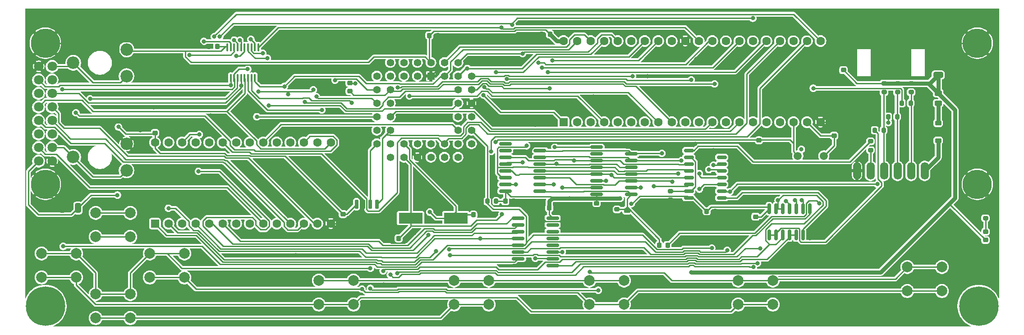
<source format=gbr>
%TF.GenerationSoftware,KiCad,Pcbnew,9.0.0*%
%TF.CreationDate,2025-03-31T18:37:57+02:00*%
%TF.ProjectId,servicetastatur,73657276-6963-4657-9461-737461747572,rev?*%
%TF.SameCoordinates,Original*%
%TF.FileFunction,Copper,L1,Top*%
%TF.FilePolarity,Positive*%
%FSLAX46Y46*%
G04 Gerber Fmt 4.6, Leading zero omitted, Abs format (unit mm)*
G04 Created by KiCad (PCBNEW 9.0.0) date 2025-03-31 18:37:57*
%MOMM*%
%LPD*%
G01*
G04 APERTURE LIST*
G04 Aperture macros list*
%AMRoundRect*
0 Rectangle with rounded corners*
0 $1 Rounding radius*
0 $2 $3 $4 $5 $6 $7 $8 $9 X,Y pos of 4 corners*
0 Add a 4 corners polygon primitive as box body*
4,1,4,$2,$3,$4,$5,$6,$7,$8,$9,$2,$3,0*
0 Add four circle primitives for the rounded corners*
1,1,$1+$1,$2,$3*
1,1,$1+$1,$4,$5*
1,1,$1+$1,$6,$7*
1,1,$1+$1,$8,$9*
0 Add four rect primitives between the rounded corners*
20,1,$1+$1,$2,$3,$4,$5,0*
20,1,$1+$1,$4,$5,$6,$7,0*
20,1,$1+$1,$6,$7,$8,$9,0*
20,1,$1+$1,$8,$9,$2,$3,0*%
G04 Aperture macros list end*
%TA.AperFunction,SMDPad,CuDef*%
%ADD10RoundRect,0.225000X0.250000X-0.225000X0.250000X0.225000X-0.250000X0.225000X-0.250000X-0.225000X0*%
%TD*%
%TA.AperFunction,SMDPad,CuDef*%
%ADD11RoundRect,0.225000X-0.225000X-0.250000X0.225000X-0.250000X0.225000X0.250000X-0.225000X0.250000X0*%
%TD*%
%TA.AperFunction,SMDPad,CuDef*%
%ADD12RoundRect,0.200000X-0.275000X0.200000X-0.275000X-0.200000X0.275000X-0.200000X0.275000X0.200000X0*%
%TD*%
%TA.AperFunction,SMDPad,CuDef*%
%ADD13RoundRect,0.162500X0.750000X0.162500X-0.750000X0.162500X-0.750000X-0.162500X0.750000X-0.162500X0*%
%TD*%
%TA.AperFunction,SMDPad,CuDef*%
%ADD14RoundRect,0.200000X-0.200000X-0.275000X0.200000X-0.275000X0.200000X0.275000X-0.200000X0.275000X0*%
%TD*%
%TA.AperFunction,ComponentPad*%
%ADD15C,2.000000*%
%TD*%
%TA.AperFunction,SMDPad,CuDef*%
%ADD16RoundRect,0.200000X0.200000X0.275000X-0.200000X0.275000X-0.200000X-0.275000X0.200000X-0.275000X0*%
%TD*%
%TA.AperFunction,ComponentPad*%
%ADD17C,1.500000*%
%TD*%
%TA.AperFunction,ComponentPad*%
%ADD18RoundRect,0.250000X0.550000X-0.550000X0.550000X0.550000X-0.550000X0.550000X-0.550000X-0.550000X0*%
%TD*%
%TA.AperFunction,ComponentPad*%
%ADD19C,1.600000*%
%TD*%
%TA.AperFunction,SMDPad,CuDef*%
%ADD20RoundRect,0.225000X0.225000X0.250000X-0.225000X0.250000X-0.225000X-0.250000X0.225000X-0.250000X0*%
%TD*%
%TA.AperFunction,SMDPad,CuDef*%
%ADD21RoundRect,0.225000X-0.375000X0.225000X-0.375000X-0.225000X0.375000X-0.225000X0.375000X0.225000X0*%
%TD*%
%TA.AperFunction,ComponentPad*%
%ADD22O,1.524000X3.250000*%
%TD*%
%TA.AperFunction,SMDPad,CuDef*%
%ADD23RoundRect,0.150000X-1.050000X-0.150000X1.050000X-0.150000X1.050000X0.150000X-1.050000X0.150000X0*%
%TD*%
%TA.AperFunction,ComponentPad*%
%ADD24C,2.340000*%
%TD*%
%TA.AperFunction,SMDPad,CuDef*%
%ADD25RoundRect,0.218750X-0.256250X0.218750X-0.256250X-0.218750X0.256250X-0.218750X0.256250X0.218750X0*%
%TD*%
%TA.AperFunction,ComponentPad*%
%ADD26R,1.422400X1.422400*%
%TD*%
%TA.AperFunction,ComponentPad*%
%ADD27C,1.422400*%
%TD*%
%TA.AperFunction,SMDPad,CuDef*%
%ADD28RoundRect,0.225000X-0.250000X0.225000X-0.250000X-0.225000X0.250000X-0.225000X0.250000X0.225000X0*%
%TD*%
%TA.AperFunction,ComponentPad*%
%ADD29C,7.400000*%
%TD*%
%TA.AperFunction,SMDPad,CuDef*%
%ADD30RoundRect,0.150000X0.150000X-0.725000X0.150000X0.725000X-0.150000X0.725000X-0.150000X-0.725000X0*%
%TD*%
%TA.AperFunction,ComponentPad*%
%ADD31C,1.800000*%
%TD*%
%TA.AperFunction,ComponentPad*%
%ADD32C,5.500000*%
%TD*%
%TA.AperFunction,SMDPad,CuDef*%
%ADD33RoundRect,0.250000X0.650000X-0.325000X0.650000X0.325000X-0.650000X0.325000X-0.650000X-0.325000X0*%
%TD*%
%TA.AperFunction,SMDPad,CuDef*%
%ADD34RoundRect,0.243750X0.456250X-0.243750X0.456250X0.243750X-0.456250X0.243750X-0.456250X-0.243750X0*%
%TD*%
%TA.AperFunction,SMDPad,CuDef*%
%ADD35RoundRect,0.250000X0.325000X0.650000X-0.325000X0.650000X-0.325000X-0.650000X0.325000X-0.650000X0*%
%TD*%
%TA.AperFunction,SMDPad,CuDef*%
%ADD36R,4.500000X2.000000*%
%TD*%
%TA.AperFunction,SMDPad,CuDef*%
%ADD37RoundRect,0.150000X1.050000X0.150000X-1.050000X0.150000X-1.050000X-0.150000X1.050000X-0.150000X0*%
%TD*%
%TA.AperFunction,SMDPad,CuDef*%
%ADD38RoundRect,0.150000X0.150000X-0.825000X0.150000X0.825000X-0.150000X0.825000X-0.150000X-0.825000X0*%
%TD*%
%TA.AperFunction,SMDPad,CuDef*%
%ADD39RoundRect,0.100000X0.100000X-0.637500X0.100000X0.637500X-0.100000X0.637500X-0.100000X-0.637500X0*%
%TD*%
%TA.AperFunction,ViaPad*%
%ADD40C,0.800000*%
%TD*%
%TA.AperFunction,Conductor*%
%ADD41C,0.250000*%
%TD*%
%TA.AperFunction,Conductor*%
%ADD42C,0.750000*%
%TD*%
G04 APERTURE END LIST*
D10*
%TO.P,C11,1*%
%TO.N,GND*%
X151765000Y-44095000D03*
%TO.P,C11,2*%
%TO.N,Net-(U1-XTAL2)*%
X151765000Y-42545000D03*
%TD*%
D11*
%TO.P,C17,1*%
%TO.N,GND*%
X110845000Y-55245000D03*
%TO.P,C17,2*%
%TO.N,VCC*%
X112395000Y-55245000D03*
%TD*%
D12*
%TO.P,R16,1*%
%TO.N,Net-(U13-Q7)*%
X172720000Y-42712500D03*
%TO.P,R16,2*%
%TO.N,Net-(J3-Pin_2)*%
X172720000Y-44362500D03*
%TD*%
D13*
%TO.P,U13,1,~{PL}*%
%TO.N,Net-(U13-~{PL})*%
X144780000Y-53340000D03*
%TO.P,U13,2,CP*%
%TO.N,CLOCK*%
X144780000Y-52070000D03*
%TO.P,U13,3,D4*%
%TO.N,D4*%
X144780000Y-50800000D03*
%TO.P,U13,4,D5*%
%TO.N,D5*%
X144780000Y-49530000D03*
%TO.P,U13,5,D6*%
%TO.N,D6*%
X144780000Y-48260000D03*
%TO.P,U13,6,D7*%
%TO.N,D7*%
X144780000Y-46990000D03*
%TO.P,U13,7,~{Q7}*%
%TO.N,unconnected-(U13-~{Q7}-Pad7)*%
X144780000Y-45720000D03*
%TO.P,U13,8,GND*%
%TO.N,GND*%
X144780000Y-44450000D03*
%TO.P,U13,9,Q7*%
%TO.N,Net-(U13-Q7)*%
X138605000Y-44450000D03*
%TO.P,U13,10,DS*%
%TO.N,Net-(U13-DS)*%
X138605000Y-45720000D03*
%TO.P,U13,11,D0*%
%TO.N,D0*%
X138605000Y-46990000D03*
%TO.P,U13,12,D1*%
%TO.N,D1*%
X138605000Y-48260000D03*
%TO.P,U13,13,D2*%
%TO.N,D2*%
X138605000Y-49530000D03*
%TO.P,U13,14,D3*%
%TO.N,D3*%
X138605000Y-50800000D03*
%TO.P,U13,15,~{CE}*%
%TO.N,Net-(U13-DS)*%
X138605000Y-52070000D03*
%TO.P,U13,16,VCC*%
%TO.N,VCC*%
X138605000Y-53340000D03*
%TD*%
D11*
%TO.P,C8,1*%
%TO.N,GND*%
X82550000Y-60960000D03*
%TO.P,C8,2*%
%TO.N,Net-(U1-XTAL2)*%
X84100000Y-60960000D03*
%TD*%
%TO.P,C18,1*%
%TO.N,GND*%
X110972000Y-22606000D03*
%TO.P,C18,2*%
%TO.N,VCC*%
X112522000Y-22606000D03*
%TD*%
%TO.P,C14,1*%
%TO.N,VCC*%
X89890000Y-22860000D03*
%TO.P,C14,2*%
%TO.N,GND*%
X91440000Y-22860000D03*
%TD*%
D10*
%TO.P,C22,1*%
%TO.N,GND*%
X151130000Y-58420000D03*
%TO.P,C22,2*%
%TO.N,VCC*%
X151130000Y-56870000D03*
%TD*%
D14*
%TO.P,R18,1*%
%TO.N,Net-(U20-D)*%
X178602500Y-35560000D03*
%TO.P,R18,2*%
%TO.N,Net-(J3-Pin_5)*%
X180252500Y-35560000D03*
%TD*%
D15*
%TO.P,SW2,1,1*%
%TO.N,Net-(U1-P1.1)*%
X37390000Y-63790000D03*
X43890000Y-63790000D03*
%TO.P,SW2,2,2*%
%TO.N,Net-(U1-P1.4)*%
X37390000Y-68290000D03*
X43890000Y-68290000D03*
%TD*%
D16*
%TO.P,R25,1*%
%TO.N,VCC*%
X102425000Y-53975000D03*
%TO.P,R25,2*%
%TO.N,A15*%
X100775000Y-53975000D03*
%TD*%
D17*
%TO.P,Y1,1,1*%
%TO.N,Net-(U1-XTAL1)*%
X163957000Y-45466000D03*
%TO.P,Y1,2,2*%
%TO.N,Net-(U1-XTAL2)*%
X159077000Y-45466000D03*
%TD*%
D18*
%TO.P,U3,1,VPP*%
%TO.N,A15*%
X38354000Y-58166000D03*
D19*
%TO.P,U3,2,A12*%
%TO.N,Net-(U1-P2.4{slash}A12)*%
X40894000Y-58166000D03*
%TO.P,U3,3,A7*%
%TO.N,A7*%
X43434000Y-58166000D03*
%TO.P,U3,4,A6*%
%TO.N,A6*%
X45974000Y-58166000D03*
%TO.P,U3,5,A5*%
%TO.N,A5*%
X48514000Y-58166000D03*
%TO.P,U3,6,A4*%
%TO.N,A4*%
X51054000Y-58166000D03*
%TO.P,U3,7,A3*%
%TO.N,A3*%
X53594000Y-58166000D03*
%TO.P,U3,8,A2*%
%TO.N,A2*%
X56134000Y-58166000D03*
%TO.P,U3,9,A1*%
%TO.N,A1*%
X58674000Y-58166000D03*
%TO.P,U3,10,A0*%
%TO.N,A0*%
X61214000Y-58166000D03*
%TO.P,U3,11,D0*%
%TO.N,D0*%
X63754000Y-58166000D03*
%TO.P,U3,12,D1*%
%TO.N,D1*%
X66294000Y-58166000D03*
%TO.P,U3,13,D2*%
%TO.N,D2*%
X68834000Y-58166000D03*
%TO.P,U3,14,GND*%
%TO.N,GND*%
X71374000Y-58166000D03*
%TO.P,U3,15,D3*%
%TO.N,D3*%
X71374000Y-42926000D03*
%TO.P,U3,16,D4*%
%TO.N,D4*%
X68834000Y-42926000D03*
%TO.P,U3,17,D5*%
%TO.N,D5*%
X66294000Y-42926000D03*
%TO.P,U3,18,D6*%
%TO.N,D6*%
X63754000Y-42926000D03*
%TO.P,U3,19,D7*%
%TO.N,D7*%
X61214000Y-42926000D03*
%TO.P,U3,20,~{CE}*%
%TO.N,Net-(U1-PSEN)*%
X58674000Y-42926000D03*
%TO.P,U3,21,A10*%
%TO.N,Net-(U1-P2.2{slash}A10)*%
X56134000Y-42926000D03*
%TO.P,U3,22,~{OE}*%
%TO.N,Net-(U1-PSEN)*%
X53594000Y-42926000D03*
%TO.P,U3,23,A11*%
%TO.N,Net-(U1-P2.3{slash}A11)*%
X51054000Y-42926000D03*
%TO.P,U3,24,A9*%
%TO.N,Net-(U1-P2.1{slash}A9)*%
X48514000Y-42926000D03*
%TO.P,U3,25,A8*%
%TO.N,Net-(U1-P2.0{slash}A8)*%
X45974000Y-42926000D03*
%TO.P,U3,26,A13*%
%TO.N,Net-(U1-P2.5{slash}A13)*%
X43434000Y-42926000D03*
%TO.P,U3,27,~{PGM}*%
%TO.N,A14*%
X40894000Y-42926000D03*
%TO.P,U3,28,VCC*%
%TO.N,VCC*%
X38354000Y-42926000D03*
%TD*%
D15*
%TO.P,SW3,1,1*%
%TO.N,Net-(U1-P1.2)*%
X119940000Y-68870000D03*
X126440000Y-68870000D03*
%TO.P,SW3,2,2*%
%TO.N,Net-(U1-P1.4)*%
X119940000Y-73370000D03*
X126440000Y-73370000D03*
%TD*%
D20*
%TO.P,C5,1*%
%TO.N,GND*%
X105690000Y-53975000D03*
%TO.P,C5,2*%
%TO.N,VCC*%
X104140000Y-53975000D03*
%TD*%
D15*
%TO.P,SW7,1,1*%
%TO.N,Net-(U1-P1.0)*%
X27230000Y-56170000D03*
X33730000Y-56170000D03*
%TO.P,SW7,2,2*%
%TO.N,Net-(U1-P1.6)*%
X27230000Y-60670000D03*
X33730000Y-60670000D03*
%TD*%
D21*
%TO.P,D4,1,K*%
%TO.N,Net-(D4-K)*%
X127000000Y-55755000D03*
%TO.P,D4,2,A*%
%TO.N,GND*%
X127000000Y-59055000D03*
%TD*%
D20*
%TO.P,C13,1*%
%TO.N,GND*%
X143510000Y-55880000D03*
%TO.P,C13,2*%
%TO.N,VCC*%
X141960000Y-55880000D03*
%TD*%
D12*
%TO.P,R14,1*%
%TO.N,Net-(U13-DS)*%
X135128000Y-52070000D03*
%TO.P,R14,2*%
%TO.N,GND*%
X135128000Y-53720000D03*
%TD*%
%TO.P,R9,1*%
%TO.N,VCC*%
X175260000Y-31837500D03*
%TO.P,R9,2*%
%TO.N,Net-(J3-Pin_3)*%
X175260000Y-33487500D03*
%TD*%
D15*
%TO.P,SW5,1,1*%
%TO.N,Net-(U1-P1.1)*%
X17070000Y-63790000D03*
X23570000Y-63790000D03*
%TO.P,SW5,2,2*%
%TO.N,Net-(U1-P1.5)*%
X17070000Y-68290000D03*
X23570000Y-68290000D03*
%TD*%
D22*
%TO.P,J3,1,Pin_1*%
%TO.N,GND*%
X170180000Y-48260000D03*
%TO.P,J3,2,Pin_2*%
%TO.N,Net-(J3-Pin_2)*%
X172720000Y-48260000D03*
%TO.P,J3,3,Pin_3*%
%TO.N,Net-(J3-Pin_3)*%
X175260000Y-48260000D03*
%TO.P,J3,4,Pin_4*%
%TO.N,Net-(J3-Pin_4)*%
X177800000Y-48260000D03*
%TO.P,J3,5,Pin_5*%
%TO.N,Net-(J3-Pin_5)*%
X180340000Y-48260000D03*
%TO.P,J3,6,Pin_6*%
%TO.N,Net-(D3-A)*%
X182880000Y-48260000D03*
%TD*%
D23*
%TO.P,U16,1,A0*%
%TO.N,A4*%
X106530000Y-57150000D03*
%TO.P,U16,2,A1*%
%TO.N,A5*%
X106530000Y-58420000D03*
%TO.P,U16,3,A2*%
%TO.N,A6*%
X106530000Y-59690000D03*
%TO.P,U16,4,~{E1}*%
%TO.N,A14*%
X106530000Y-60960000D03*
%TO.P,U16,5,~{E2}*%
%TO.N,A15*%
X106530000Y-62230000D03*
%TO.P,U16,6,E3*%
%TO.N,Net-(U16-E3)*%
X106530000Y-63500000D03*
%TO.P,U16,7,Y7*%
%TO.N,/LCD_EN*%
X106530000Y-64770000D03*
%TO.P,U16,8,GND*%
%TO.N,GND*%
X106530000Y-66040000D03*
%TO.P,U16,9,Y6*%
%TO.N,Net-(U16-Y6)*%
X113030000Y-66040000D03*
%TO.P,U16,10,Y5*%
%TO.N,Net-(U16-Y5)*%
X113030000Y-64770000D03*
%TO.P,U16,11,Y4*%
%TO.N,Net-(U16-Y4)*%
X113030000Y-63500000D03*
%TO.P,U16,12,Y3*%
%TO.N,unconnected-(U16-Y3-Pad12)*%
X113030000Y-62230000D03*
%TO.P,U16,13,Y2*%
%TO.N,unconnected-(U16-Y2-Pad13)*%
X113030000Y-60960000D03*
%TO.P,U16,14,Y1*%
%TO.N,unconnected-(U16-Y1-Pad14)*%
X113030000Y-59690000D03*
%TO.P,U16,15,Y0*%
%TO.N,unconnected-(U16-Y0-Pad15)*%
X113030000Y-58420000D03*
%TO.P,U16,16,VCC*%
%TO.N,VCC*%
X113030000Y-57150000D03*
%TD*%
D10*
%TO.P,C15,1*%
%TO.N,GND*%
X73660000Y-57925000D03*
%TO.P,C15,2*%
%TO.N,VCC*%
X73660000Y-56375000D03*
%TD*%
D24*
%TO.P,RV2,1,1*%
%TO.N,VCC*%
X33020000Y-25480000D03*
%TO.P,RV2,2,2*%
%TO.N,/Helligkeit*%
X23020000Y-27980000D03*
%TO.P,RV2,3,3*%
X33020000Y-30480000D03*
%TD*%
D15*
%TO.P,SW9,1,1*%
%TO.N,Net-(U1-P1.2)*%
X94540000Y-68870000D03*
X101040000Y-68870000D03*
%TO.P,SW9,2,2*%
%TO.N,Net-(U1-P1.6)*%
X94540000Y-73370000D03*
X101040000Y-73370000D03*
%TD*%
D25*
%TO.P,D1,1,K*%
%TO.N,Net-(D1-K)*%
X194310000Y-59690000D03*
%TO.P,D1,2,A*%
%TO.N,VCC*%
X194310000Y-61265000D03*
%TD*%
D11*
%TO.P,C12,1*%
%TO.N,Net-(D4-K)*%
X133070000Y-62230000D03*
%TO.P,C12,2*%
%TO.N,Net-(J3-Pin_3)*%
X134620000Y-62230000D03*
%TD*%
D21*
%TO.P,D3,1,K*%
%TO.N,+VDC*%
X185420000Y-39280000D03*
%TO.P,D3,2,A*%
%TO.N,Net-(D3-A)*%
X185420000Y-42580000D03*
%TD*%
D20*
%TO.P,C10,1*%
%TO.N,GND*%
X99695000Y-56515000D03*
%TO.P,C10,2*%
%TO.N,Net-(U1-XTAL1)*%
X98145000Y-56515000D03*
%TD*%
D26*
%TO.P,U11,1,Vss1*%
%TO.N,GND*%
X90170000Y-30480000D03*
D27*
%TO.P,U11,2,P1.0*%
%TO.N,Net-(U1-P1.0)*%
X87630000Y-27940000D03*
%TO.P,U11,3,P1.1*%
%TO.N,Net-(U1-P1.1)*%
X87630000Y-30480000D03*
%TO.P,U11,4,P1.2*%
%TO.N,Net-(U1-P1.2)*%
X85090000Y-27940000D03*
%TO.P,U11,5,P1.3*%
%TO.N,unconnected-(U1-P1.3-Pad4)*%
X85090000Y-30480000D03*
%TO.P,U11,6,P1.4*%
%TO.N,Net-(U1-P1.4)*%
X82550000Y-27940000D03*
%TO.P,U11,7,P1.5*%
%TO.N,Net-(U1-P1.5)*%
X80010000Y-30480000D03*
%TO.P,U11,8,P1.6*%
%TO.N,Net-(U1-P1.6)*%
X82550000Y-30480000D03*
%TO.P,U11,9,P1.7*%
%TO.N,unconnected-(U1-P1.7-Pad8)*%
X80010000Y-33020000D03*
%TO.P,U11,10,RST*%
%TO.N,RESET*%
X82550000Y-33020000D03*
%TO.P,U11,11,P3.0/RxD*%
%TO.N,unconnected-(U1-P3.0{slash}RxD-Pad10)*%
X80010000Y-35560000D03*
%TO.P,U11,12,NIC*%
%TO.N,unconnected-(U11-NIC-Pad12)*%
X82550000Y-35560000D03*
%TO.P,U11,13,P3.1/TxD*%
%TO.N,unconnected-(U1-P3.1{slash}TxD-Pad11)*%
X80010000Y-38100000D03*
%TO.P,U11,14,P3.2/INT0*%
%TO.N,Net-(U1-P3.2{slash}INT0)*%
X82550000Y-38100000D03*
%TO.P,U11,15,P3.3/INT1*%
%TO.N,Net-(U1-P3.3{slash}INT1)*%
X80010000Y-40640000D03*
%TO.P,U11,16,P3.4/T0*%
%TO.N,SDA*%
X82550000Y-40640000D03*
%TO.P,U11,17,P3.5/T1*%
%TO.N,SCL*%
X80010000Y-43180000D03*
%TO.P,U11,18,P3.6/WR*%
%TO.N,Net-(U1-P3.6{slash}WR)*%
X82550000Y-45720000D03*
%TO.P,U11,19,P3.7/RD*%
%TO.N,Net-(U1-P3.7{slash}RD)*%
X82550000Y-43180000D03*
%TO.P,U11,20,XTAL2*%
%TO.N,Net-(U1-XTAL2)*%
X85090000Y-45720000D03*
%TO.P,U11,21,XTAL1*%
%TO.N,Net-(U1-XTAL1)*%
X85090000Y-43180000D03*
%TO.P,U11,22,Vss*%
%TO.N,GND*%
X87630000Y-45720000D03*
%TO.P,U11,23,NIC*%
%TO.N,unconnected-(U11-NIC-Pad23)*%
X87630000Y-43180000D03*
%TO.P,U11,24,P2.0/A8*%
%TO.N,Net-(U1-P2.0{slash}A8)*%
X90170000Y-45720000D03*
%TO.P,U11,25,P2.1/A9*%
%TO.N,Net-(U1-P2.1{slash}A9)*%
X90170000Y-43180000D03*
%TO.P,U11,26,P2.2/A10*%
%TO.N,Net-(U1-P2.2{slash}A10)*%
X92710000Y-45720000D03*
%TO.P,U11,27,P2.3/A11*%
%TO.N,Net-(U1-P2.3{slash}A11)*%
X92710000Y-43180000D03*
%TO.P,U11,28,P2.4/A12*%
%TO.N,Net-(U1-P2.4{slash}A12)*%
X95250000Y-45720000D03*
%TO.P,U11,29,P2.5/A13*%
%TO.N,Net-(U1-P2.5{slash}A13)*%
X97790000Y-43180000D03*
%TO.P,U11,30,P2.6/A14*%
%TO.N,A14*%
X95250000Y-43180000D03*
%TO.P,U11,31,P2.7/A15*%
%TO.N,A15*%
X97790000Y-40640000D03*
%TO.P,U11,32,PSEN*%
%TO.N,Net-(U1-PSEN)*%
X95250000Y-40640000D03*
%TO.P,U11,33,ALE*%
%TO.N,ALE*%
X97790000Y-38100000D03*
%TO.P,U11,34,NIC*%
%TO.N,unconnected-(U11-NIC-Pad34)*%
X95250000Y-38100000D03*
%TO.P,U11,35,EA*%
%TO.N,GND*%
X97790000Y-35560000D03*
%TO.P,U11,36,P0.7/AD7*%
%TO.N,D7*%
X95250000Y-35560000D03*
%TO.P,U11,37,P0.6/AD6*%
%TO.N,D6*%
X97790000Y-33020000D03*
%TO.P,U11,38,P0.5/AD5*%
%TO.N,D5*%
X95250000Y-33020000D03*
%TO.P,U11,39,P.04/AD4*%
%TO.N,D4*%
X97790000Y-30480000D03*
%TO.P,U11,40,P0.3/AD3*%
%TO.N,D3*%
X95250000Y-27940000D03*
%TO.P,U11,41,P0.2/AD2*%
%TO.N,D2*%
X95250000Y-30480000D03*
%TO.P,U11,42,P0.1/AD1*%
%TO.N,D1*%
X92710000Y-27940000D03*
%TO.P,U11,43,P0.0/AD0*%
%TO.N,D0*%
X92710000Y-30480000D03*
%TO.P,U11,44,Vcc*%
%TO.N,VCC*%
X90170000Y-27940000D03*
%TD*%
D28*
%TO.P,C4,1*%
%TO.N,GND*%
X38354000Y-39598000D03*
%TO.P,C4,2*%
%TO.N,VCC*%
X38354000Y-41148000D03*
%TD*%
D29*
%TO.P,H2,1*%
%TO.N,N/C*%
X193040000Y-73660000D03*
%TD*%
D12*
%TO.P,R8,1*%
%TO.N,VCC*%
X177800000Y-31837500D03*
%TO.P,R8,2*%
%TO.N,Net-(J3-Pin_4)*%
X177800000Y-33487500D03*
%TD*%
D30*
%TO.P,U15,1,A0*%
%TO.N,GND*%
X76200000Y-59690000D03*
%TO.P,U15,2,A1*%
X77470000Y-59690000D03*
%TO.P,U15,3,A2*%
X78740000Y-59690000D03*
%TO.P,U15,4,GND*%
X80010000Y-59690000D03*
%TO.P,U15,5,SDA*%
%TO.N,SDA*%
X80010000Y-54540000D03*
%TO.P,U15,6,SCL*%
%TO.N,SCL*%
X78740000Y-54540000D03*
%TO.P,U15,7,WP*%
%TO.N,GND*%
X77470000Y-54540000D03*
%TO.P,U15,8,VCC*%
%TO.N,VCC*%
X76200000Y-54540000D03*
%TD*%
D28*
%TO.P,C9,1*%
%TO.N,GND*%
X165862000Y-40106000D03*
%TO.P,C9,2*%
%TO.N,Net-(U1-XTAL1)*%
X165862000Y-41656000D03*
%TD*%
D24*
%TO.P,RV1,1,1*%
%TO.N,GND*%
X33020000Y-43180000D03*
%TO.P,RV1,2,2*%
%TO.N,/Kontrast*%
X23020000Y-45680000D03*
%TO.P,RV1,3,3*%
X33020000Y-48180000D03*
%TD*%
D28*
%TO.P,C21,1*%
%TO.N,VCC*%
X121285000Y-54330000D03*
%TO.P,C21,2*%
%TO.N,GND*%
X121285000Y-55880000D03*
%TD*%
D14*
%TO.P,R10,1*%
%TO.N,Net-(R10-Pad1)*%
X173522500Y-40640000D03*
%TO.P,R10,2*%
%TO.N,Net-(J3-Pin_3)*%
X175172500Y-40640000D03*
%TD*%
D12*
%TO.P,R1,1*%
%TO.N,GND*%
X194310000Y-55500000D03*
%TO.P,R1,2*%
%TO.N,Net-(D1-K)*%
X194310000Y-57150000D03*
%TD*%
D31*
%TO.P,J2,1,Pin_1*%
%TO.N,GND*%
X19050000Y-46440000D03*
%TO.P,J2,2,Pin_2*%
%TO.N,VCC*%
X16510000Y-46440000D03*
%TO.P,J2,3,Pin_3*%
%TO.N,/Kontrast*%
X19050000Y-43900000D03*
%TO.P,J2,4,Pin_4*%
%TO.N,A1*%
X16510000Y-43900000D03*
%TO.P,J2,5,Pin_5*%
%TO.N,A0*%
X19050000Y-41360000D03*
%TO.P,J2,6,Pin_6*%
%TO.N,/LCD_EN*%
X16510000Y-41360000D03*
%TO.P,J2,7,Pin_7*%
%TO.N,D0*%
X19050000Y-38820000D03*
%TO.P,J2,8,Pin_8*%
%TO.N,D1*%
X16510000Y-38820000D03*
%TO.P,J2,9,Pin_9*%
%TO.N,D2*%
X19050000Y-36280000D03*
%TO.P,J2,10,Pin_10*%
%TO.N,D3*%
X16510000Y-36280000D03*
%TO.P,J2,11,Pin_11*%
%TO.N,D4*%
X19050000Y-33740000D03*
%TO.P,J2,12,Pin_12*%
%TO.N,D5*%
X16510000Y-33740000D03*
%TO.P,J2,13,Pin_13*%
%TO.N,D6*%
X19050000Y-31200000D03*
%TO.P,J2,14,Pin_14*%
%TO.N,D7*%
X16510000Y-31200000D03*
%TO.P,J2,15,Pin_15*%
%TO.N,/Helligkeit*%
X19050000Y-28660000D03*
%TO.P,J2,16,Pin_16*%
%TO.N,GND*%
X16510000Y-28660000D03*
D32*
%TO.P,J2,MP,MountPin*%
X17780000Y-24300000D03*
X17780000Y-50800000D03*
X192780000Y-24300000D03*
X192780000Y-50800000D03*
%TD*%
D15*
%TO.P,SW6,1,1*%
%TO.N,Net-(U1-P1.2)*%
X69140000Y-68870000D03*
X75640000Y-68870000D03*
%TO.P,SW6,2,2*%
%TO.N,Net-(U1-P1.5)*%
X69140000Y-73370000D03*
X75640000Y-73370000D03*
%TD*%
%TO.P,SW1,1,1*%
%TO.N,Net-(U1-P1.0)*%
X179630000Y-66330000D03*
X186130000Y-66330000D03*
%TO.P,SW1,2,2*%
%TO.N,Net-(U1-P1.4)*%
X179630000Y-70830000D03*
X186130000Y-70830000D03*
%TD*%
D33*
%TO.P,C1,1*%
%TO.N,VCC*%
X185420000Y-30255000D03*
%TO.P,C1,2*%
%TO.N,GND*%
X185420000Y-27305000D03*
%TD*%
D34*
%TO.P,F1,1*%
%TO.N,+VDC*%
X185420000Y-35560000D03*
%TO.P,F1,2*%
%TO.N,VCC*%
X185420000Y-33685000D03*
%TD*%
D11*
%TO.P,C16,1*%
%TO.N,GND*%
X48488000Y-24892000D03*
%TO.P,C16,2*%
%TO.N,VCC*%
X50038000Y-24892000D03*
%TD*%
D29*
%TO.P,H1,1*%
%TO.N,N/C*%
X17780000Y-73660000D03*
%TD*%
D35*
%TO.P,C2,1*%
%TO.N,VCC*%
X23905000Y-55245000D03*
%TO.P,C2,2*%
%TO.N,GND*%
X20955000Y-55245000D03*
%TD*%
D10*
%TO.P,C19,1*%
%TO.N,RESET*%
X74930000Y-33300000D03*
%TO.P,C19,2*%
%TO.N,VCC*%
X74930000Y-31750000D03*
%TD*%
D36*
%TO.P,Y2,1,1*%
%TO.N,Net-(U1-XTAL1)*%
X94860000Y-57150000D03*
%TO.P,Y2,2,2*%
%TO.N,Net-(U1-XTAL2)*%
X86360000Y-57150000D03*
%TD*%
D10*
%TO.P,C20,1*%
%TO.N,VCC*%
X167640000Y-29350000D03*
%TO.P,C20,2*%
%TO.N,GND*%
X167640000Y-27800000D03*
%TD*%
D15*
%TO.P,SW4,1,1*%
%TO.N,Net-(U1-P1.0)*%
X147880000Y-68870000D03*
X154380000Y-68870000D03*
%TO.P,SW4,2,2*%
%TO.N,Net-(U1-P1.5)*%
X147880000Y-73370000D03*
X154380000Y-73370000D03*
%TD*%
%TO.P,SW8,1,1*%
%TO.N,Net-(U1-P1.1)*%
X27230000Y-71410000D03*
X33730000Y-71410000D03*
%TO.P,SW8,2,2*%
%TO.N,Net-(U1-P1.6)*%
X27230000Y-75910000D03*
X33730000Y-75910000D03*
%TD*%
D18*
%TO.P,U1,1,P1.0*%
%TO.N,Net-(U1-P1.0)*%
X115062000Y-39116000D03*
D19*
%TO.P,U1,2,P1.1*%
%TO.N,Net-(U1-P1.1)*%
X117602000Y-39116000D03*
%TO.P,U1,3,P1.2*%
%TO.N,Net-(U1-P1.2)*%
X120142000Y-39116000D03*
%TO.P,U1,4,P1.3*%
%TO.N,unconnected-(U1-P1.3-Pad4)*%
X122682000Y-39116000D03*
%TO.P,U1,5,P1.4*%
%TO.N,Net-(U1-P1.4)*%
X125222000Y-39116000D03*
%TO.P,U1,6,P1.5*%
%TO.N,Net-(U1-P1.5)*%
X127762000Y-39116000D03*
%TO.P,U1,7,P1.6*%
%TO.N,Net-(U1-P1.6)*%
X130302000Y-39116000D03*
%TO.P,U1,8,P1.7*%
%TO.N,unconnected-(U1-P1.7-Pad8)*%
X132842000Y-39116000D03*
%TO.P,U1,9,RST*%
%TO.N,RESET*%
X135382000Y-39116000D03*
%TO.P,U1,10,P3.0/RxD*%
%TO.N,unconnected-(U1-P3.0{slash}RxD-Pad10)*%
X137922000Y-39116000D03*
%TO.P,U1,11,P3.1/TxD*%
%TO.N,unconnected-(U1-P3.1{slash}TxD-Pad11)*%
X140462000Y-39116000D03*
%TO.P,U1,12,P3.2/INT0*%
%TO.N,Net-(U1-P3.2{slash}INT0)*%
X143002000Y-39116000D03*
%TO.P,U1,13,P3.3/INT1*%
%TO.N,Net-(U1-P3.3{slash}INT1)*%
X145542000Y-39116000D03*
%TO.P,U1,14,P3.4/T0*%
%TO.N,SDA*%
X148082000Y-39116000D03*
%TO.P,U1,15,P3.5/T1*%
%TO.N,SCL*%
X150622000Y-39116000D03*
%TO.P,U1,16,P3.6/WR*%
%TO.N,Net-(U1-P3.6{slash}WR)*%
X153162000Y-39116000D03*
%TO.P,U1,17,P3.7/RD*%
%TO.N,Net-(U1-P3.7{slash}RD)*%
X155702000Y-39116000D03*
%TO.P,U1,18,XTAL2*%
%TO.N,Net-(U1-XTAL2)*%
X158242000Y-39116000D03*
%TO.P,U1,19,XTAL1*%
%TO.N,Net-(U1-XTAL1)*%
X160782000Y-39116000D03*
%TO.P,U1,20,Vss*%
%TO.N,GND*%
X163322000Y-39116000D03*
%TO.P,U1,21,P2.0/A8*%
%TO.N,Net-(U1-P2.0{slash}A8)*%
X163322000Y-23876000D03*
%TO.P,U1,22,P2.1/A9*%
%TO.N,Net-(U1-P2.1{slash}A9)*%
X160782000Y-23876000D03*
%TO.P,U1,23,P2.2/A10*%
%TO.N,Net-(U1-P2.2{slash}A10)*%
X158242000Y-23876000D03*
%TO.P,U1,24,P2.3/A11*%
%TO.N,Net-(U1-P2.3{slash}A11)*%
X155702000Y-23876000D03*
%TO.P,U1,25,P2.4/A12*%
%TO.N,Net-(U1-P2.4{slash}A12)*%
X153162000Y-23876000D03*
%TO.P,U1,26,P2.5/A13*%
%TO.N,Net-(U1-P2.5{slash}A13)*%
X150622000Y-23876000D03*
%TO.P,U1,27,P2.6/A14*%
%TO.N,A14*%
X148082000Y-23876000D03*
%TO.P,U1,28,P2.7/A15*%
%TO.N,A15*%
X145542000Y-23876000D03*
%TO.P,U1,29,PSEN*%
%TO.N,Net-(U1-PSEN)*%
X143002000Y-23876000D03*
%TO.P,U1,30,ALE*%
%TO.N,ALE*%
X140462000Y-23876000D03*
%TO.P,U1,31,~{EA}/Vpp*%
%TO.N,GND*%
X137922000Y-23876000D03*
%TO.P,U1,32,P0.7/AD7*%
%TO.N,D7*%
X135382000Y-23876000D03*
%TO.P,U1,33,P0.6/AD6*%
%TO.N,D6*%
X132842000Y-23876000D03*
%TO.P,U1,34,P0.5/AD5*%
%TO.N,D5*%
X130302000Y-23876000D03*
%TO.P,U1,35,P.04/AD4*%
%TO.N,D4*%
X127762000Y-23876000D03*
%TO.P,U1,36,P0.3/AD3*%
%TO.N,D3*%
X125222000Y-23876000D03*
%TO.P,U1,37,P0.2/AD2*%
%TO.N,D2*%
X122682000Y-23876000D03*
%TO.P,U1,38,P0.1/AD1*%
%TO.N,D1*%
X120142000Y-23876000D03*
%TO.P,U1,39,P0.0/AD0*%
%TO.N,D0*%
X117602000Y-23876000D03*
%TO.P,U1,40,Vcc*%
%TO.N,VCC*%
X115062000Y-23876000D03*
%TD*%
D12*
%TO.P,R3,1*%
%TO.N,Net-(D4-K)*%
X125095000Y-55500000D03*
%TO.P,R3,2*%
%TO.N,GND*%
X125095000Y-57150000D03*
%TD*%
D37*
%TO.P,U20,1,STR*%
%TO.N,Net-(D4-K)*%
X127785000Y-52705000D03*
%TO.P,U20,2,D*%
%TO.N,Net-(U20-D)*%
X127785000Y-51435000D03*
%TO.P,U20,3,CP*%
%TO.N,CLOCK*%
X127785000Y-50165000D03*
%TO.P,U20,4,QP0*%
%TO.N,D7*%
X127785000Y-48895000D03*
%TO.P,U20,5,QP1*%
%TO.N,D6*%
X127785000Y-47625000D03*
%TO.P,U20,6,QP2*%
%TO.N,D5*%
X127785000Y-46355000D03*
%TO.P,U20,7,QP3*%
%TO.N,D4*%
X127785000Y-45085000D03*
%TO.P,U20,8,GND*%
%TO.N,GND*%
X127785000Y-43815000D03*
%TO.P,U20,9,QS1*%
%TO.N,Net-(U19-D)*%
X121285000Y-43815000D03*
%TO.P,U20,10,QS2*%
%TO.N,unconnected-(U20-QS2-Pad10)*%
X121285000Y-45085000D03*
%TO.P,U20,11,QP7*%
%TO.N,D0*%
X121285000Y-46355000D03*
%TO.P,U20,12,QP6*%
%TO.N,D1*%
X121285000Y-47625000D03*
%TO.P,U20,13,QP5*%
%TO.N,D2*%
X121285000Y-48895000D03*
%TO.P,U20,14,QP4*%
%TO.N,D3*%
X121285000Y-50165000D03*
%TO.P,U20,15,OE*%
%TO.N,Net-(U16-Y4)*%
X121285000Y-51435000D03*
%TO.P,U20,16,VCC*%
%TO.N,VCC*%
X121285000Y-52705000D03*
%TD*%
D12*
%TO.P,R7,1*%
%TO.N,VCC*%
X180340000Y-31837500D03*
%TO.P,R7,2*%
%TO.N,Net-(J3-Pin_5)*%
X180340000Y-33487500D03*
%TD*%
D38*
%TO.P,U2,1*%
%TO.N,Net-(R10-Pad1)*%
X153670000Y-60325000D03*
%TO.P,U2,2*%
X154940000Y-60325000D03*
%TO.P,U2,3*%
%TO.N,Net-(U1-P3.3{slash}INT1)*%
X156210000Y-60325000D03*
%TO.P,U2,4*%
%TO.N,Net-(U16-Y6)*%
X157480000Y-60325000D03*
%TO.P,U2,5*%
X158750000Y-60325000D03*
%TO.P,U2,6*%
%TO.N,Net-(U13-~{PL})*%
X160020000Y-60325000D03*
%TO.P,U2,7,GND*%
%TO.N,GND*%
X161290000Y-60325000D03*
%TO.P,U2,8*%
%TO.N,Net-(U16-E3)*%
X161290000Y-55375000D03*
%TO.P,U2,9*%
%TO.N,Net-(U1-P3.7{slash}RD)*%
X160020000Y-55375000D03*
%TO.P,U2,10*%
%TO.N,Net-(U1-P3.6{slash}WR)*%
X158750000Y-55375000D03*
%TO.P,U2,11*%
%TO.N,Net-(U1-P3.2{slash}INT0)*%
X157480000Y-55375000D03*
%TO.P,U2,12*%
%TO.N,Net-(U1-P3.3{slash}INT1)*%
X156210000Y-55375000D03*
%TO.P,U2,13*%
X154940000Y-55375000D03*
%TO.P,U2,14,VCC*%
%TO.N,VCC*%
X153670000Y-55375000D03*
%TD*%
D37*
%TO.P,U19,1,STR*%
%TO.N,Net-(D4-K)*%
X110652500Y-52070000D03*
%TO.P,U19,2,D*%
%TO.N,Net-(U19-D)*%
X110652500Y-50800000D03*
%TO.P,U19,3,CP*%
%TO.N,CLOCK*%
X110652500Y-49530000D03*
%TO.P,U19,4,QP0*%
%TO.N,D7*%
X110652500Y-48260000D03*
%TO.P,U19,5,QP1*%
%TO.N,D6*%
X110652500Y-46990000D03*
%TO.P,U19,6,QP2*%
%TO.N,D5*%
X110652500Y-45720000D03*
%TO.P,U19,7,QP3*%
%TO.N,D4*%
X110652500Y-44450000D03*
%TO.P,U19,8,GND*%
%TO.N,GND*%
X110652500Y-43180000D03*
%TO.P,U19,9,QS1*%
%TO.N,unconnected-(U19-QS1-Pad9)*%
X104152500Y-43180000D03*
%TO.P,U19,10,QS2*%
%TO.N,unconnected-(U19-QS2-Pad10)*%
X104152500Y-44450000D03*
%TO.P,U19,11,QP7*%
%TO.N,D0*%
X104152500Y-45720000D03*
%TO.P,U19,12,QP6*%
%TO.N,D3*%
X104152500Y-46990000D03*
%TO.P,U19,13,QP5*%
%TO.N,D2*%
X104152500Y-48260000D03*
%TO.P,U19,14,QP4*%
%TO.N,D1*%
X104152500Y-49530000D03*
%TO.P,U19,15,OE*%
%TO.N,Net-(U16-Y5)*%
X104152500Y-50800000D03*
%TO.P,U19,16,VCC*%
%TO.N,VCC*%
X104152500Y-52070000D03*
%TD*%
D14*
%TO.P,R17,1*%
%TO.N,CLOCK*%
X176062500Y-38100000D03*
%TO.P,R17,2*%
%TO.N,Net-(J3-Pin_4)*%
X177712500Y-38100000D03*
%TD*%
D39*
%TO.P,U12,1,OE*%
%TO.N,GND*%
X51939000Y-30802500D03*
%TO.P,U12,2,D0*%
%TO.N,D7*%
X52589000Y-30802500D03*
%TO.P,U12,3,D1*%
%TO.N,D6*%
X53239000Y-30802500D03*
%TO.P,U12,4,D2*%
%TO.N,D5*%
X53889000Y-30802500D03*
%TO.P,U12,5,D3*%
%TO.N,D4*%
X54539000Y-30802500D03*
%TO.P,U12,6,D4*%
%TO.N,D3*%
X55189000Y-30802500D03*
%TO.P,U12,7,D5*%
%TO.N,D2*%
X55839000Y-30802500D03*
%TO.P,U12,8,D6*%
%TO.N,D1*%
X56489000Y-30802500D03*
%TO.P,U12,9,D7*%
%TO.N,D0*%
X57139000Y-30802500D03*
%TO.P,U12,10,GND*%
%TO.N,GND*%
X57789000Y-30802500D03*
%TO.P,U12,11,Load*%
%TO.N,ALE*%
X57789000Y-25077500D03*
%TO.P,U12,12,Q7*%
%TO.N,A0*%
X57139000Y-25077500D03*
%TO.P,U12,13,Q6*%
%TO.N,A1*%
X56489000Y-25077500D03*
%TO.P,U12,14,Q5*%
%TO.N,A2*%
X55839000Y-25077500D03*
%TO.P,U12,15,Q4*%
%TO.N,A3*%
X55189000Y-25077500D03*
%TO.P,U12,16,Q3*%
%TO.N,A4*%
X54539000Y-25077500D03*
%TO.P,U12,17,Q2*%
%TO.N,A5*%
X53889000Y-25077500D03*
%TO.P,U12,18,Q1*%
%TO.N,A6*%
X53239000Y-25077500D03*
%TO.P,U12,19,Q0*%
%TO.N,A7*%
X52589000Y-25077500D03*
%TO.P,U12,20,VCC*%
%TO.N,VCC*%
X51939000Y-25077500D03*
%TD*%
D40*
%TO.N,/LCD_EN*%
X21146600Y-62449000D03*
%TO.N,GND*%
X148590000Y-48895000D03*
X54102000Y-59944000D03*
X60960000Y-30480000D03*
X132080000Y-68580000D03*
X154305000Y-44450000D03*
X109220000Y-35560000D03*
X176530000Y-43180000D03*
X66802000Y-31496000D03*
X53340000Y-40640000D03*
X143510000Y-35560000D03*
X140970000Y-60960000D03*
X58420000Y-46990000D03*
X76200000Y-44450000D03*
X108825200Y-44340100D03*
X148463000Y-71628000D03*
X166521800Y-27958600D03*
X41910000Y-71120000D03*
X53340000Y-55880000D03*
X104140000Y-69850000D03*
X165887400Y-56997600D03*
X68580000Y-55880000D03*
X35560000Y-40640000D03*
X39370000Y-48260000D03*
X118110000Y-36830000D03*
X139994300Y-27307500D03*
X38100000Y-33782000D03*
X58420000Y-21590000D03*
X85852000Y-35560000D03*
X116840000Y-55880000D03*
X140716000Y-69850000D03*
X63500000Y-55880000D03*
X101600000Y-27940000D03*
X74930000Y-58420000D03*
X21261300Y-39185200D03*
X88900000Y-50800000D03*
X140970000Y-53086000D03*
X154940000Y-33020000D03*
X122555000Y-58420000D03*
X130810000Y-30480000D03*
X66040000Y-52070000D03*
X38100000Y-36322000D03*
X43434000Y-53340000D03*
X109790500Y-39679800D03*
X104140000Y-35560000D03*
X179070000Y-43180000D03*
X120650000Y-34290000D03*
X143229300Y-44363200D03*
X111760000Y-72390000D03*
X140970000Y-47752000D03*
X63500000Y-49530000D03*
X104140000Y-73660000D03*
X156210000Y-20320000D03*
X131445000Y-26670000D03*
X147320000Y-26670000D03*
X123190000Y-35560000D03*
X29210000Y-64770000D03*
X143510000Y-21590000D03*
X139788600Y-43169100D03*
X91440000Y-35560000D03*
X101854000Y-51435000D03*
X156718000Y-44450000D03*
X97790000Y-50800000D03*
X81280000Y-69596000D03*
X82550000Y-73660000D03*
X147320000Y-31750000D03*
X177800000Y-58420000D03*
X109575000Y-53975000D03*
X87049200Y-59930000D03*
X115570000Y-35560000D03*
X172923200Y-37744400D03*
X71882000Y-36830000D03*
X118110000Y-69850000D03*
X67310000Y-24130000D03*
X101600000Y-24130000D03*
X84328000Y-38354000D03*
X71120000Y-50800000D03*
X58674000Y-39370000D03*
X132080000Y-33020000D03*
X164084000Y-52120800D03*
X60960000Y-39116000D03*
X73660000Y-44450000D03*
X71120000Y-40640000D03*
X168592500Y-43878500D03*
X64770000Y-64135000D03*
X67310000Y-28980600D03*
X190500000Y-32004000D03*
X98552000Y-69850000D03*
X162226000Y-59948000D03*
X125730000Y-36830000D03*
X43434000Y-49530000D03*
X91440000Y-38100000D03*
X60960000Y-48260000D03*
X66040000Y-68580000D03*
X128905000Y-59055000D03*
X171450000Y-35560000D03*
X43434000Y-30480000D03*
X48768000Y-30480000D03*
X68580000Y-46990000D03*
X53340000Y-68580000D03*
X152400000Y-29210000D03*
X55880000Y-39624000D03*
X134620000Y-72390000D03*
X21590000Y-30480000D03*
X48768000Y-37846000D03*
X25400000Y-44450000D03*
X43434000Y-40132000D03*
X124460000Y-63500000D03*
X58420000Y-50800000D03*
X51054000Y-55372000D03*
X108486200Y-65134800D03*
X146130200Y-56032500D03*
X46990000Y-64770000D03*
X154940000Y-47625000D03*
%TO.N,Net-(U20-D)*%
X161979500Y-32747500D03*
X129589300Y-51436600D03*
%TO.N,D4*%
X140583200Y-51689000D03*
X133543700Y-44980300D03*
X128016300Y-30480000D03*
X54539000Y-32292700D03*
%TO.N,D5*%
X26175800Y-34759900D03*
X66489700Y-35290000D03*
X137225600Y-46355000D03*
X23526800Y-37360700D03*
X140589000Y-48768000D03*
X102369800Y-29758700D03*
%TO.N,D6*%
X113013600Y-27542700D03*
X63335600Y-33892800D03*
X68089300Y-33058700D03*
X57765300Y-33357700D03*
X55776300Y-29145800D03*
X112452700Y-32747200D03*
X113749300Y-46887700D03*
X142352200Y-48039500D03*
X20956400Y-32951300D03*
%TO.N,D7*%
X139048800Y-31176700D03*
X143246500Y-47170700D03*
X52595900Y-32147200D03*
X59695300Y-36016700D03*
X104421900Y-31039500D03*
X136607700Y-48763700D03*
%TO.N,D0*%
X117082600Y-46353400D03*
X62661200Y-32405400D03*
%TO.N,D1*%
X108149000Y-43552900D03*
X75302900Y-35489100D03*
%TO.N,D2*%
X124075400Y-49040500D03*
X97005200Y-29037400D03*
X69684500Y-36818500D03*
%TO.N,D3*%
X107398500Y-26231600D03*
X107398500Y-46639500D03*
X123098800Y-50165000D03*
X132070900Y-51114800D03*
%TO.N,VCC*%
X139065000Y-67310000D03*
X31312800Y-52811100D03*
X127765800Y-54465200D03*
X31496400Y-40000000D03*
X125702600Y-53428100D03*
X116205000Y-53428100D03*
X76025500Y-31851800D03*
%TO.N,Net-(J3-Pin_3)*%
X163068000Y-54356000D03*
%TO.N,A15*%
X142913000Y-62758400D03*
%TO.N,A14*%
X99456400Y-60960000D03*
X40894000Y-55284400D03*
X111074500Y-28848900D03*
%TO.N,ALE*%
X103425500Y-21325800D03*
%TO.N,Net-(U19-D)*%
X113259400Y-50800000D03*
X113437000Y-43795400D03*
%TO.N,SCL*%
X83924700Y-32594800D03*
X143436200Y-31930200D03*
%TO.N,Net-(U1-XTAL2)*%
X103523900Y-56423300D03*
X102326100Y-42878400D03*
%TO.N,Net-(U1-XTAL1)*%
X151973000Y-62814500D03*
X89958500Y-56001100D03*
X93733300Y-64142700D03*
%TO.N,CLOCK*%
X135471800Y-50268700D03*
X176062500Y-39206500D03*
X146323000Y-52158900D03*
X174054400Y-50765600D03*
%TO.N,Net-(U1-P1.4)*%
X77229700Y-70461300D03*
%TO.N,Net-(U1-P1.0)*%
X100026300Y-34012000D03*
X120003500Y-67220600D03*
%TO.N,A0*%
X56366800Y-23574300D03*
%TO.N,A6*%
X44809300Y-26495500D03*
%TO.N,A1*%
X58617100Y-26184600D03*
%TO.N,A5*%
X53250700Y-23704700D03*
%TO.N,A4*%
X54301900Y-23727600D03*
%TO.N,A3*%
X53595300Y-26691100D03*
%TO.N,A2*%
X59483300Y-27138700D03*
%TO.N,A7*%
X47533200Y-23955100D03*
%TO.N,Net-(U1-P1.1)*%
X121607300Y-70687900D03*
X78801700Y-66566900D03*
X78801700Y-70348100D03*
%TO.N,unconnected-(U1-P3.0{slash}RxD-Pad10)*%
X68663100Y-34337400D03*
%TO.N,unconnected-(U1-P1.7-Pad8)*%
X100226100Y-32558500D03*
X72164800Y-31248800D03*
%TO.N,unconnected-(U1-P1.3-Pad4)*%
X86141900Y-34184800D03*
%TO.N,Net-(U1-PSEN)*%
X110320900Y-27984800D03*
%TO.N,Net-(U1-P2.5{slash}A13)*%
X105418200Y-20849800D03*
X50540400Y-23043100D03*
X46687300Y-41448600D03*
X150622000Y-19599100D03*
%TO.N,Net-(U16-Y5)*%
X109776800Y-64698000D03*
X106115500Y-50800000D03*
%TO.N,Net-(U16-Y4)*%
X114857400Y-63500000D03*
X114857400Y-51435000D03*
%TO.N,Net-(U1-P2.2{slash}A10)*%
X145800700Y-63202800D03*
X159737550Y-44224450D03*
X93591900Y-62970000D03*
%TO.N,Net-(U1-P3.7{slash}RD)*%
X159837100Y-53770500D03*
X151511000Y-65590200D03*
X83834500Y-67487400D03*
%TO.N,Net-(U1-P2.0{slash}A8)*%
X49521500Y-23061800D03*
X46539000Y-48342900D03*
X89680900Y-60284100D03*
%TO.N,Net-(U1-P2.1{slash}A9)*%
X101508100Y-44597400D03*
%TO.N,Net-(U1-P3.2{slash}INT0)*%
X156839400Y-53923900D03*
%TO.N,Net-(U1-P3.3{slash}INT1)*%
X81205800Y-67035700D03*
X155356100Y-53773600D03*
%TO.N,Net-(U1-P3.6{slash}WR)*%
X82550000Y-67762400D03*
X150749000Y-66315200D03*
X158575400Y-53782400D03*
%TO.N,Net-(U1-P2.4{slash}A12)*%
X91140600Y-63307600D03*
X112163500Y-29714100D03*
%TO.N,unconnected-(U1-P3.1{slash}TxD-Pad11)*%
X57498800Y-38100000D03*
%TD*%
D41*
%TO.N,/Kontrast*%
X19050000Y-43900000D02*
X21240000Y-43900000D01*
X23020000Y-45680000D02*
X26690000Y-49350000D01*
X31850000Y-49350000D02*
X33020000Y-48180000D01*
X21240000Y-43900000D02*
X23020000Y-45680000D01*
X26690000Y-49350000D02*
X31850000Y-49350000D01*
%TO.N,/LCD_EN*%
X87447400Y-66308900D02*
X87899100Y-65857200D01*
X21146600Y-62449000D02*
X47209000Y-62449000D01*
X87899100Y-65857200D02*
X87939200Y-65857200D01*
X105894500Y-65405500D02*
X106530000Y-64770000D01*
X47209000Y-62449000D02*
X50600100Y-65840100D01*
X87939200Y-65857200D02*
X88390900Y-65405500D01*
X79617000Y-65840100D02*
X80085800Y-66308900D01*
X88390900Y-65405500D02*
X105894500Y-65405500D01*
X50600100Y-65840100D02*
X79617000Y-65840100D01*
X80085800Y-66308900D02*
X87447400Y-66308900D01*
%TO.N,Net-(U13-DS)*%
X139018600Y-45720000D02*
X138605000Y-45720000D01*
X138605000Y-52070000D02*
X138992000Y-52070000D01*
X138992000Y-52070000D02*
X139855600Y-51206400D01*
X139855600Y-46557000D02*
X139018600Y-45720000D01*
X135128000Y-52070000D02*
X138605000Y-52070000D01*
X139855600Y-51206400D02*
X139855600Y-46557000D01*
%TO.N,Net-(U13-Q7)*%
X147733900Y-43617500D02*
X150659100Y-46542700D01*
X168889800Y-46542700D02*
X172720000Y-42712500D01*
X140367900Y-43617500D02*
X147733900Y-43617500D01*
X138605000Y-44450000D02*
X139535400Y-44450000D01*
X139535400Y-44450000D02*
X140367900Y-43617500D01*
X150659100Y-46542700D02*
X168889800Y-46542700D01*
%TO.N,GND*%
X91440000Y-28980600D02*
X91440000Y-29210000D01*
X161666900Y-59948100D02*
X162226000Y-59948100D01*
X186171200Y-24300000D02*
X185420000Y-25051200D01*
X97790000Y-35560000D02*
X101909800Y-39679800D01*
X109575000Y-53975000D02*
X110845000Y-55245000D01*
X37941200Y-39185200D02*
X21261300Y-39185200D01*
X48488000Y-24892000D02*
X47422700Y-24892000D01*
X123188500Y-56054300D02*
X123999300Y-56054300D01*
X162226000Y-59948100D02*
X162226000Y-59948000D01*
X150816100Y-48260000D02*
X170180000Y-48260000D01*
X91440000Y-22860000D02*
X110718000Y-22860000D01*
X167481400Y-27958600D02*
X166521800Y-27958600D01*
X31506100Y-26089900D02*
X34092200Y-28676000D01*
X91440000Y-29210000D02*
X90170000Y-30480000D01*
X74930000Y-58420000D02*
X76200000Y-59690000D01*
X58094600Y-28980600D02*
X57789000Y-29286200D01*
X167640000Y-27800000D02*
X167481400Y-27958600D01*
X144780000Y-44450000D02*
X147006100Y-44450000D01*
X38354000Y-39598000D02*
X37941200Y-39185200D01*
X57789000Y-29286200D02*
X56896500Y-28393700D01*
X126990700Y-43020700D02*
X110811800Y-43020700D01*
X108825200Y-44340100D02*
X109985300Y-43180000D01*
X106530000Y-66040000D02*
X107581000Y-66040000D01*
X82746900Y-61791900D02*
X85187300Y-61791900D01*
X127785000Y-43815000D02*
X126990700Y-43020700D01*
X123188500Y-56054300D02*
X121450100Y-57792700D01*
X127785000Y-43815000D02*
X128430900Y-43169100D01*
X185420000Y-25051200D02*
X170026700Y-25051200D01*
X91440000Y-28980600D02*
X67310000Y-28980600D01*
X17780000Y-50800000D02*
X17145000Y-51435000D01*
X144693200Y-44363200D02*
X143229300Y-44363200D01*
X77470000Y-54890000D02*
X74435000Y-57925000D01*
X77470000Y-59690000D02*
X76200000Y-59690000D01*
X73967100Y-57925000D02*
X73726100Y-58166000D01*
X17780000Y-24300000D02*
X31506100Y-24300000D01*
X121285000Y-55880000D02*
X121459300Y-56054300D01*
X194310000Y-55500000D02*
X194310000Y-52330000D01*
X121459300Y-56054300D02*
X123188500Y-56054300D01*
X147006100Y-44450000D02*
X150816100Y-48260000D01*
X139994300Y-27307500D02*
X141257600Y-27307500D01*
X47422700Y-24892000D02*
X46480200Y-23949500D01*
X34092200Y-28676000D02*
X51939000Y-28676000D01*
X128430900Y-43169100D02*
X139788600Y-43169100D01*
X67310000Y-28980600D02*
X58094600Y-28980600D01*
X81915000Y-60960000D02*
X82746900Y-61791900D01*
X52221300Y-28393700D02*
X51939000Y-28676000D01*
X101909800Y-39679800D02*
X109790500Y-39679800D01*
X170026700Y-25051200D02*
X167640000Y-27437900D01*
X145977700Y-55880000D02*
X146130200Y-56032500D01*
X162120000Y-24359400D02*
X165719200Y-27958600D01*
X164872000Y-39116000D02*
X165862000Y-40106000D01*
X74435000Y-57925000D02*
X74930000Y-58420000D01*
X161280500Y-22705200D02*
X162120000Y-23544700D01*
X31506100Y-24300000D02*
X31506100Y-26089900D01*
X109985300Y-43180000D02*
X110652500Y-43180000D01*
X99695000Y-52705000D02*
X97790000Y-50800000D01*
X51939000Y-30802500D02*
X51939000Y-28676000D01*
X73967100Y-57925000D02*
X74435000Y-57925000D01*
X99695000Y-56515000D02*
X99695000Y-52705000D01*
X185420000Y-25051200D02*
X185420000Y-27305000D01*
X80010000Y-59690000D02*
X81280000Y-60960000D01*
X161290000Y-60325000D02*
X161666900Y-59948100D01*
X151130000Y-58420000D02*
X149392600Y-56682600D01*
X146130200Y-56682600D02*
X138090600Y-56682600D01*
X146130200Y-56682600D02*
X146130200Y-56032500D01*
X138090600Y-56682600D02*
X135128000Y-53720000D01*
X141257600Y-27307500D02*
X144272000Y-24293100D01*
X144780000Y-44450000D02*
X144693200Y-44363200D01*
X80010000Y-59690000D02*
X78740000Y-59690000D01*
X165719200Y-27958600D02*
X166521800Y-27958600D01*
X46480200Y-23949500D02*
X31856600Y-23949500D01*
X105690000Y-53975000D02*
X109575000Y-53975000D01*
X57789000Y-30802500D02*
X57789000Y-29286200D01*
X31856600Y-23949500D02*
X31506100Y-24300000D01*
X121450100Y-57792700D02*
X111739500Y-57792700D01*
X143510000Y-55880000D02*
X145977700Y-55880000D01*
X149392600Y-56682600D02*
X146130200Y-56682600D01*
X73660000Y-57925000D02*
X73967100Y-57925000D01*
X81280000Y-60960000D02*
X81915000Y-60960000D01*
X15284000Y-49574000D02*
X17145000Y-51435000D01*
X85187300Y-61791900D02*
X87049200Y-59930000D01*
X144272000Y-23449500D02*
X145016300Y-22705200D01*
X192780000Y-24300000D02*
X186171200Y-24300000D01*
X145016300Y-22705200D02*
X161280500Y-22705200D01*
X110845000Y-56898200D02*
X110845000Y-55245000D01*
X110811800Y-43020700D02*
X110652500Y-43180000D01*
X111739500Y-57792700D02*
X110845000Y-56898200D01*
X81915000Y-60960000D02*
X82550000Y-60960000D01*
X167640000Y-27437900D02*
X167640000Y-27800000D01*
X110718000Y-22860000D02*
X110972000Y-22606000D01*
X73726100Y-58166000D02*
X71374000Y-58166000D01*
X77470000Y-54540000D02*
X77470000Y-54890000D01*
X78740000Y-59690000D02*
X77470000Y-59690000D01*
X91440000Y-22860000D02*
X91440000Y-28980600D01*
X162120000Y-23544700D02*
X162120000Y-24359400D01*
X56896500Y-28393700D02*
X52221300Y-28393700D01*
X194310000Y-52330000D02*
X192780000Y-50800000D01*
X17145000Y-51435000D02*
X20955000Y-55245000D01*
X163322000Y-39116000D02*
X164872000Y-39116000D01*
X107581000Y-66040000D02*
X108486200Y-65134800D01*
X123999300Y-56054300D02*
X125095000Y-57150000D01*
X144272000Y-24293100D02*
X144272000Y-23449500D01*
%TO.N,Net-(U20-D)*%
X178602500Y-35560000D02*
X178602500Y-32997600D01*
X178352400Y-32747500D02*
X161979500Y-32747500D01*
X178602500Y-32997600D02*
X178352400Y-32747500D01*
X129587700Y-51435000D02*
X129589300Y-51436600D01*
X127785000Y-51435000D02*
X129587700Y-51435000D01*
%TO.N,D4*%
X97793300Y-30476700D02*
X97790000Y-30480000D01*
X103948400Y-30485400D02*
X102068900Y-30485400D01*
X51617800Y-35507800D02*
X25825300Y-35507800D01*
X104121000Y-30312800D02*
X103948400Y-30485400D01*
X127785000Y-44980300D02*
X133543700Y-44980300D01*
X110652500Y-44450000D02*
X110746400Y-44543900D01*
X127785000Y-44980300D02*
X127785000Y-45085000D01*
X54539000Y-30802500D02*
X54539000Y-32292700D01*
X54539000Y-32586600D02*
X51617800Y-35507800D01*
X104895500Y-30485400D02*
X104722900Y-30312800D01*
X128016300Y-30480000D02*
X128010900Y-30485400D01*
X114840700Y-44543900D02*
X114933400Y-44451200D01*
X104722900Y-30312800D02*
X104121000Y-30312800D01*
X128010900Y-30485400D02*
X104895500Y-30485400D01*
X141472200Y-50800000D02*
X140583200Y-51689000D01*
X102063500Y-30480000D02*
X101091700Y-30480000D01*
X101091700Y-30480000D02*
X101088400Y-30476700D01*
X144780000Y-50800000D02*
X141472200Y-50800000D01*
X24057500Y-33740000D02*
X19050000Y-33740000D01*
X25825300Y-35507800D02*
X24057500Y-33740000D01*
X114933400Y-44451200D02*
X127255900Y-44451200D01*
X127255900Y-44451200D02*
X127785000Y-44980300D01*
X54539000Y-32292700D02*
X54539000Y-32586600D01*
X101088400Y-30476700D02*
X97793300Y-30476700D01*
X102068900Y-30485400D02*
X102063500Y-30480000D01*
X110746400Y-44543900D02*
X114840700Y-44543900D01*
%TO.N,D5*%
X127785000Y-46355000D02*
X127150000Y-45720000D01*
X94948500Y-33321500D02*
X95250000Y-33020000D01*
X127362000Y-26816000D02*
X130302000Y-23876000D01*
X110788600Y-45583900D02*
X110652500Y-45720000D01*
X81147000Y-35457000D02*
X82181000Y-34423000D01*
X140589000Y-49189469D02*
X140929531Y-49530000D01*
X140589000Y-48768000D02*
X140589000Y-49189469D01*
X71817700Y-41773900D02*
X72533500Y-42489700D01*
X66489700Y-35290000D02*
X66715600Y-35515900D01*
X56925900Y-44277600D02*
X53304600Y-44277600D01*
X102369800Y-29758700D02*
X107489900Y-29758700D01*
X52444700Y-43417700D02*
X52444700Y-42673900D01*
X66294000Y-42926000D02*
X67446100Y-41773900D01*
X66715600Y-35515900D02*
X73314100Y-35515900D01*
X52444700Y-42673900D02*
X47741300Y-37970500D01*
X81147000Y-35955300D02*
X81147000Y-35457000D01*
X53812300Y-30879200D02*
X53812300Y-32659900D01*
X140929531Y-49530000D02*
X144780000Y-49530000D01*
X53889000Y-30802500D02*
X53812300Y-30879200D01*
X57188300Y-44540000D02*
X56925900Y-44277600D01*
X47741300Y-37970500D02*
X24136600Y-37970500D01*
X85369100Y-33321500D02*
X94948500Y-33321500D01*
X53812300Y-32659900D02*
X51712300Y-34759900D01*
X53304600Y-44277600D02*
X52444700Y-43417700D01*
X73314100Y-35515900D02*
X74396900Y-36598700D01*
X51712300Y-34759900D02*
X26175800Y-34759900D01*
X67446100Y-41773900D02*
X71817700Y-41773900D01*
X120000300Y-45720000D02*
X119864200Y-45583900D01*
X72533500Y-42489700D02*
X72533500Y-43365600D01*
X74396900Y-36598700D02*
X80503600Y-36598700D01*
X80503600Y-36598700D02*
X81147000Y-35955300D01*
X71359100Y-44540000D02*
X57188300Y-44540000D01*
X107489900Y-29758700D02*
X110432600Y-26816000D01*
X119864200Y-45583900D02*
X110788600Y-45583900D01*
X24136600Y-37970500D02*
X23526800Y-37360700D01*
X127785000Y-46355000D02*
X137225600Y-46355000D01*
X72533500Y-43365600D02*
X71359100Y-44540000D01*
X110432600Y-26816000D02*
X127362000Y-26816000D01*
X82181000Y-34423000D02*
X84267600Y-34423000D01*
X84267600Y-34423000D02*
X85369100Y-33321500D01*
X127150000Y-45720000D02*
X120000300Y-45720000D01*
%TO.N,D6*%
X113647000Y-46990000D02*
X110652500Y-46990000D01*
X132842000Y-23876000D02*
X129175300Y-27542700D01*
X68089300Y-33058700D02*
X67790300Y-33357700D01*
X125654500Y-47625000D02*
X127785000Y-47625000D01*
X101077100Y-32381900D02*
X103459100Y-32381900D01*
X53322600Y-32473200D02*
X52844500Y-32951300D01*
X113749300Y-46887700D02*
X113647000Y-46990000D01*
X125019500Y-46990000D02*
X125654500Y-47625000D01*
X113749300Y-46887700D02*
X113941800Y-47080200D01*
X53322600Y-30886100D02*
X53322600Y-32473200D01*
X99499400Y-32257700D02*
X99499400Y-32257600D01*
X100527100Y-31831800D02*
X100952800Y-32257500D01*
X54181700Y-29145800D02*
X55776300Y-29145800D01*
X67790300Y-33357700D02*
X63335600Y-33357700D01*
X120013500Y-46990000D02*
X125019500Y-46990000D01*
X98737100Y-33020000D02*
X99499400Y-32257700D01*
X52844500Y-32951300D02*
X20956400Y-32951300D01*
X53239000Y-30088500D02*
X54181700Y-29145800D01*
X144559500Y-48039500D02*
X144780000Y-48260000D01*
X53239000Y-30802500D02*
X53239000Y-30088500D01*
X113941800Y-47080200D02*
X119923300Y-47080200D01*
X100952800Y-32257600D02*
X101077100Y-32381900D01*
X103459100Y-32381900D02*
X103824400Y-32747200D01*
X63335600Y-33357700D02*
X57765300Y-33357700D01*
X129175300Y-27542700D02*
X113013600Y-27542700D01*
X99499400Y-32257600D02*
X99925200Y-31831800D01*
X100952800Y-32257500D02*
X100952800Y-32257600D01*
X99925200Y-31831800D02*
X100527100Y-31831800D01*
X97790000Y-33020000D02*
X98737100Y-33020000D01*
X53239000Y-30802500D02*
X53322600Y-30886100D01*
X119923300Y-47080200D02*
X120013500Y-46990000D01*
X63335600Y-33357700D02*
X63335600Y-33892800D01*
X142352200Y-48039500D02*
X144559500Y-48039500D01*
X103824400Y-32747200D02*
X112452700Y-32747200D01*
%TO.N,D7*%
X81003300Y-37050400D02*
X81455000Y-36598700D01*
X52589000Y-32147200D02*
X20513700Y-32147200D01*
X136607700Y-48763700D02*
X127916300Y-48763700D01*
X144780000Y-46990000D02*
X144599300Y-47170700D01*
X74171900Y-37050400D02*
X81003300Y-37050400D01*
X73138200Y-36016700D02*
X74171900Y-37050400D01*
X138966500Y-31259000D02*
X139048800Y-31176700D01*
X20234200Y-32426700D02*
X17736700Y-32426700D01*
X125143400Y-48895000D02*
X127785000Y-48895000D01*
X104421900Y-31039500D02*
X126800000Y-31039500D01*
X127019500Y-31259000D02*
X138966500Y-31259000D01*
X17736700Y-32426700D02*
X16510000Y-31200000D01*
X94211300Y-36598700D02*
X95250000Y-35560000D01*
X59695300Y-36016700D02*
X73138200Y-36016700D01*
X81455000Y-36598700D02*
X94211300Y-36598700D01*
X126800000Y-31039500D02*
X127019500Y-31259000D01*
X52589000Y-32147200D02*
X52595900Y-32147200D01*
X144599300Y-47170700D02*
X143246500Y-47170700D01*
X124508400Y-48260000D02*
X125143400Y-48895000D01*
X127916300Y-48763700D02*
X127785000Y-48895000D01*
X20513700Y-32147200D02*
X20234200Y-32426700D01*
X52589000Y-30802500D02*
X52589000Y-32147200D01*
X110652500Y-48260000D02*
X124508400Y-48260000D01*
%TO.N,D0*%
X19050000Y-38820000D02*
X22491200Y-42261200D01*
X113254500Y-46354900D02*
X108517400Y-46354900D01*
X51895900Y-46307900D02*
X63754000Y-58166000D01*
X57139000Y-31522000D02*
X58022400Y-32405400D01*
X93847000Y-27820500D02*
X93847000Y-29343000D01*
X92071200Y-30480000D02*
X90584800Y-31966400D01*
X57139000Y-30802500D02*
X57139000Y-31522000D01*
X136753400Y-47113200D02*
X138481800Y-47113200D01*
X96206600Y-25460900D02*
X93847000Y-27820500D01*
X117084200Y-46355000D02*
X117082600Y-46353400D01*
X117602000Y-23876000D02*
X116017100Y-25460900D01*
X125688400Y-46355000D02*
X126323200Y-46989800D01*
X76663200Y-30519500D02*
X64547100Y-30519500D01*
X64547100Y-30519500D02*
X62661200Y-32405400D01*
X136630000Y-46989800D02*
X136753400Y-47113200D01*
X121285000Y-46355000D02*
X117084200Y-46355000D01*
X51311000Y-46126100D02*
X51492800Y-46307900D01*
X32917400Y-46126100D02*
X51311000Y-46126100D01*
X116017100Y-25460900D02*
X96206600Y-25460900D01*
X108517400Y-46354900D02*
X107882500Y-45720000D01*
X84327200Y-31969600D02*
X84225700Y-31868100D01*
X84535400Y-31966400D02*
X84532200Y-31969600D01*
X121285000Y-46355000D02*
X125688400Y-46355000D01*
X126323200Y-46989800D02*
X136630000Y-46989800D01*
X113482200Y-46127200D02*
X113254500Y-46354900D01*
X92710000Y-30480000D02*
X92071200Y-30480000D01*
X78011800Y-31868100D02*
X76663200Y-30519500D01*
X138481800Y-47113200D02*
X138605000Y-46990000D01*
X22491200Y-42261200D02*
X29052500Y-42261200D01*
X107882500Y-45720000D02*
X104152500Y-45720000D01*
X58022400Y-32405400D02*
X62661200Y-32405400D01*
X51492800Y-46307900D02*
X51895900Y-46307900D01*
X116856400Y-46127200D02*
X113482200Y-46127200D01*
X90584800Y-31966400D02*
X84535400Y-31966400D01*
X84532200Y-31969600D02*
X84327200Y-31969600D01*
X29052500Y-42261200D02*
X32917400Y-46126100D01*
X93847000Y-29343000D02*
X92710000Y-30480000D01*
X84225700Y-31868100D02*
X78011800Y-31868100D01*
X117082600Y-46353400D02*
X116856400Y-46127200D01*
%TO.N,D1*%
X124737900Y-47625000D02*
X125464700Y-48351800D01*
X32412100Y-46577800D02*
X51123900Y-46577800D01*
X102615100Y-48660100D02*
X102615100Y-47626500D01*
X125464700Y-48351800D02*
X126434700Y-48351800D01*
X65130200Y-59329800D02*
X66294000Y-58166000D01*
X102615100Y-47626500D02*
X105511800Y-47626500D01*
X56489000Y-33181200D02*
X56489000Y-30802500D01*
X117144900Y-22736600D02*
X116211500Y-23670000D01*
X108455900Y-47625000D02*
X121285000Y-47625000D01*
X19542600Y-40090000D02*
X22529200Y-43076600D01*
X66188800Y-34563300D02*
X66081800Y-34670300D01*
X102615100Y-44112300D02*
X102615100Y-47626500D01*
X66081800Y-34670300D02*
X57978100Y-34670300D01*
X75302900Y-35489100D02*
X74878000Y-35064200D01*
X115582200Y-25002700D02*
X95647300Y-25002700D01*
X116211500Y-23670000D02*
X116211500Y-24373400D01*
X126534200Y-48252300D02*
X130632000Y-48252300D01*
X126434700Y-48351800D02*
X126534200Y-48252300D01*
X51454900Y-46759600D02*
X62627300Y-57932000D01*
X22529200Y-43076600D02*
X28910900Y-43076600D01*
X57978100Y-34670300D02*
X56489000Y-33181200D01*
X17780000Y-40090000D02*
X19542600Y-40090000D01*
X62627300Y-58638900D02*
X63318200Y-59329800D01*
X107886900Y-43815000D02*
X102912400Y-43815000D01*
X74878000Y-35064200D02*
X67763900Y-35064200D01*
X105632400Y-47505900D02*
X108336800Y-47505900D01*
X121285000Y-47625000D02*
X124737900Y-47625000D01*
X138360900Y-48015900D02*
X138605000Y-48260000D01*
X16510000Y-38820000D02*
X17780000Y-40090000D01*
X130632000Y-48252300D02*
X130868400Y-48015900D01*
X103485000Y-49530000D02*
X102615100Y-48660100D01*
X62627300Y-57932000D02*
X62627300Y-58638900D01*
X108336800Y-47505900D02*
X108455900Y-47625000D01*
X116211500Y-24373400D02*
X115582200Y-25002700D01*
X119002600Y-22736600D02*
X117144900Y-22736600D01*
X51123900Y-46577800D02*
X51305700Y-46759600D01*
X51305700Y-46759600D02*
X51454900Y-46759600D01*
X104152500Y-49530000D02*
X103485000Y-49530000D01*
X108149000Y-43552900D02*
X107886900Y-43815000D01*
X105511800Y-47626500D02*
X105632400Y-47505900D01*
X120142000Y-23876000D02*
X119002600Y-22736600D01*
X67763900Y-35064200D02*
X67263000Y-34563300D01*
X95647300Y-25002700D02*
X92710000Y-27940000D01*
X63318200Y-59329800D02*
X65130200Y-59329800D01*
X102912400Y-43815000D02*
X102615100Y-44112300D01*
X130868400Y-48015900D02*
X138360900Y-48015900D01*
X67263000Y-34563300D02*
X66188800Y-34563300D01*
X28910900Y-43076600D02*
X32412100Y-46577800D01*
%TO.N,D2*%
X51317200Y-45493500D02*
X51679900Y-45856200D01*
X105346700Y-48260000D02*
X106103900Y-49017200D01*
X97010600Y-29032000D02*
X97005200Y-29037400D01*
X124564900Y-49530000D02*
X124075400Y-49040500D01*
X107351300Y-29032000D02*
X97010600Y-29032000D01*
X68261200Y-58166000D02*
X68834000Y-58166000D01*
X97005200Y-29037400D02*
X96692600Y-29037400D01*
X106705800Y-49017200D02*
X106828000Y-48895000D01*
X138605000Y-49530000D02*
X124564900Y-49530000D01*
X55839000Y-33188000D02*
X59469500Y-36818500D01*
X33216800Y-45493500D02*
X51317200Y-45493500D01*
X55839000Y-30802500D02*
X55839000Y-33188000D01*
X122682000Y-23876000D02*
X120193700Y-26364300D01*
X19050000Y-36280000D02*
X20278200Y-37508200D01*
X106828000Y-48895000D02*
X121285000Y-48895000D01*
X124075400Y-49040500D02*
X123929900Y-48895000D01*
X51679900Y-45856200D02*
X55951400Y-45856200D01*
X20278200Y-37508200D02*
X20278200Y-39229800D01*
X96692600Y-29037400D02*
X95250000Y-30480000D01*
X27971900Y-40248600D02*
X33216800Y-45493500D01*
X120193700Y-26364300D02*
X110019000Y-26364300D01*
X59469500Y-36818500D02*
X69684500Y-36818500D01*
X20278200Y-39229800D02*
X21297000Y-40248600D01*
X104152500Y-48260000D02*
X105346700Y-48260000D01*
X21297000Y-40248600D02*
X27971900Y-40248600D01*
X123929900Y-48895000D02*
X121285000Y-48895000D01*
X55951400Y-45856200D02*
X68261200Y-58166000D01*
X110019000Y-26364300D02*
X107351300Y-29032000D01*
X106103900Y-49017200D02*
X106705800Y-49017200D01*
%TO.N,D3*%
X17767100Y-35022900D02*
X24662100Y-35022900D01*
X107717500Y-25912600D02*
X107398500Y-26231600D01*
X70211700Y-44088300D02*
X58187400Y-44088300D01*
X26713600Y-37074400D02*
X51876000Y-37074400D01*
X55265700Y-30879200D02*
X55189000Y-30802500D01*
X55265700Y-33684700D02*
X55265700Y-30879200D01*
X123098800Y-50165000D02*
X121285000Y-50165000D01*
X51876000Y-37074400D02*
X55265700Y-33684700D01*
X132070900Y-51114800D02*
X138290200Y-51114800D01*
X16510000Y-36280000D02*
X17767100Y-35022900D01*
X122194700Y-22694500D02*
X121409200Y-23480000D01*
X58187400Y-44088300D02*
X57404100Y-43305000D01*
X121409200Y-24202300D02*
X119698900Y-25912600D01*
X138290200Y-51114800D02*
X138605000Y-50800000D01*
X96958400Y-26231600D02*
X95250000Y-27940000D01*
X104503000Y-46639500D02*
X107398500Y-46639500D01*
X124040500Y-22694500D02*
X122194700Y-22694500D01*
X119698900Y-25912600D02*
X107717500Y-25912600D01*
X107398500Y-26231600D02*
X96958400Y-26231600D01*
X71374000Y-42926000D02*
X70211700Y-44088300D01*
X57404100Y-42602500D02*
X51876000Y-37074400D01*
X24662100Y-35022900D02*
X26713600Y-37074400D01*
X125222000Y-23876000D02*
X124040500Y-22694500D01*
X57404100Y-43305000D02*
X57404100Y-42602500D01*
X104152500Y-46990000D02*
X104503000Y-46639500D01*
X121409200Y-23480000D02*
X121409200Y-24202300D01*
%TO.N,Net-(U13-~{PL})*%
X160020000Y-60325000D02*
X160020000Y-59233400D01*
X162810200Y-52320200D02*
X148636600Y-52320200D01*
X148636600Y-52320200D02*
X147616800Y-53340000D01*
X147616800Y-53340000D02*
X144780000Y-53340000D01*
X164338000Y-53848000D02*
X162810200Y-52320200D01*
X164338000Y-54915400D02*
X164338000Y-53848000D01*
X160020000Y-59233400D02*
X164338000Y-54915400D01*
%TO.N,VCC*%
X38136000Y-41366000D02*
X32862400Y-41366000D01*
D42*
X185420000Y-30255000D02*
X183838000Y-31837500D01*
D41*
X44081400Y-25724000D02*
X44081400Y-26817700D01*
X151130000Y-56870000D02*
X152175000Y-56870000D01*
D42*
X139065000Y-67310000D02*
X139707800Y-67310000D01*
D41*
X121285000Y-54330000D02*
X121285000Y-53517500D01*
X44081400Y-25724000D02*
X50753700Y-25724000D01*
X50038000Y-24892000D02*
X51585700Y-24892000D01*
X89890000Y-22860000D02*
X90696000Y-22054000D01*
D42*
X188595000Y-36860000D02*
X188595000Y-53340000D01*
D41*
X56138500Y-45404500D02*
X56243500Y-45509500D01*
D42*
X150411873Y-67294000D02*
X174641000Y-67294000D01*
X116840000Y-53428100D02*
X116205000Y-53428100D01*
D41*
X23905000Y-55245000D02*
X25268900Y-53881100D01*
X112395000Y-55245000D02*
X112395000Y-56515000D01*
D42*
X125702600Y-53428100D02*
X116840000Y-53428100D01*
D41*
X22679000Y-56471000D02*
X23905000Y-55245000D01*
D42*
X174641000Y-67294000D02*
X187325000Y-54610000D01*
X180340000Y-31837500D02*
X183572000Y-31837500D01*
D41*
X44081400Y-26817700D02*
X45129100Y-27865400D01*
X78464300Y-27865400D02*
X79441600Y-26888100D01*
D42*
X149560327Y-67294000D02*
X149581827Y-67315500D01*
D41*
X104152000Y-53016200D02*
X104152000Y-53962500D01*
X112395000Y-56515000D02*
X113030000Y-57150000D01*
X51867000Y-45404500D02*
X56138500Y-45404500D01*
D42*
X116205000Y-53428100D02*
X112941900Y-53428100D01*
D41*
X142774200Y-55065800D02*
X141960000Y-55880000D01*
X75031800Y-31851800D02*
X74930000Y-31750000D01*
X139420000Y-53340000D02*
X138605000Y-53340000D01*
X90696000Y-22054000D02*
X105880500Y-22054000D01*
X32862400Y-41366000D02*
X31496400Y-40000000D01*
X105880500Y-22054000D02*
X106146100Y-21788400D01*
X141960000Y-55880000D02*
X139420000Y-53340000D01*
D42*
X188595000Y-53340000D02*
X187325000Y-54610000D01*
D41*
X38354000Y-42926000D02*
X38354000Y-44001600D01*
X104152000Y-52070000D02*
X104152000Y-53016200D01*
X104152500Y-52070000D02*
X105203600Y-53121100D01*
X104152000Y-53962500D02*
X104140000Y-53975000D01*
D42*
X115062000Y-23876000D02*
X113792000Y-23876000D01*
D41*
X170128000Y-31837500D02*
X175260000Y-31837500D01*
X121285000Y-53517500D02*
X116057300Y-53517500D01*
D42*
X185420000Y-33685000D02*
X188595000Y-36860000D01*
D41*
X50753700Y-25724000D02*
X51585700Y-24892000D01*
X79441600Y-26888100D02*
X89118100Y-26888100D01*
X89118100Y-26888100D02*
X89890000Y-27660000D01*
X104152000Y-53016200D02*
X104152500Y-53015700D01*
X121285000Y-53517500D02*
X121285000Y-52705000D01*
X14605000Y-48345000D02*
X14605000Y-54610000D01*
X16510000Y-46440000D02*
X14605000Y-48345000D01*
X14605000Y-54610000D02*
X16466000Y-56471000D01*
D42*
X183838000Y-31837500D02*
X183572000Y-31837500D01*
X150390373Y-67315500D02*
X150411873Y-67294000D01*
D41*
X153360800Y-55065800D02*
X142774200Y-55065800D01*
X38354000Y-41148000D02*
X38354000Y-42926000D01*
X25268900Y-53881100D02*
X26338900Y-52811100D01*
X56243500Y-45509500D02*
X62794500Y-45509500D01*
X112634900Y-53121100D02*
X112941900Y-53428100D01*
X51753500Y-24892000D02*
X51939000Y-25077500D01*
X89890000Y-27660000D02*
X90170000Y-27940000D01*
X62794500Y-45509500D02*
X73660000Y-56375000D01*
X45129100Y-27865400D02*
X78464300Y-27865400D01*
X187655000Y-54610000D02*
X187325000Y-54610000D01*
X104152500Y-53015700D02*
X104152500Y-52070000D01*
X105203600Y-53121100D02*
X112634900Y-53121100D01*
X74365000Y-56375000D02*
X73660000Y-56375000D01*
X138605000Y-53340000D02*
X138257500Y-52992500D01*
X39306700Y-44954300D02*
X51416800Y-44954300D01*
X16466000Y-56471000D02*
X22679000Y-56471000D01*
D42*
X112395000Y-53975000D02*
X112395000Y-55245000D01*
X112941900Y-53428100D02*
X112395000Y-53975000D01*
D41*
X89890000Y-22860000D02*
X89890000Y-27660000D01*
X106146100Y-21788400D02*
X111704400Y-21788400D01*
X102425000Y-53975000D02*
X104140000Y-53975000D01*
X51585700Y-24892000D02*
X51753500Y-24892000D01*
X152175000Y-56870000D02*
X153670000Y-55375000D01*
X153670000Y-55375000D02*
X153360800Y-55065800D01*
D42*
X183572000Y-31837500D02*
X185420000Y-33685000D01*
X139723800Y-67294000D02*
X149560327Y-67294000D01*
D41*
X76200000Y-54540000D02*
X74365000Y-56375000D01*
X111704400Y-21788400D02*
X112522000Y-22606000D01*
D42*
X175260000Y-31837500D02*
X177800000Y-31837500D01*
X149581827Y-67315500D02*
X150390373Y-67315500D01*
D41*
X51416800Y-44954300D02*
X51867000Y-45404500D01*
D42*
X177800000Y-31837500D02*
X180340000Y-31837500D01*
D41*
X38354000Y-41148000D02*
X38136000Y-41366000D01*
X129381000Y-52992500D02*
X127908300Y-54465200D01*
X138257500Y-52992500D02*
X129381000Y-52992500D01*
D42*
X113792000Y-23876000D02*
X112522000Y-22606000D01*
D41*
X167640000Y-29350000D02*
X170128000Y-31837500D01*
X194310000Y-61265000D02*
X187655000Y-54610000D01*
X76025500Y-31851800D02*
X75031800Y-31851800D01*
D42*
X139707800Y-67310000D02*
X139723800Y-67294000D01*
D41*
X33020000Y-25480000D02*
X33264000Y-25724000D01*
X38354000Y-44001600D02*
X39306700Y-44954300D01*
D42*
X185420000Y-33685000D02*
X185420000Y-30255000D01*
D41*
X33264000Y-25724000D02*
X44081400Y-25724000D01*
X26338900Y-52811100D02*
X31312800Y-52811100D01*
%TO.N,Net-(J3-Pin_4)*%
X177712000Y-48172500D02*
X177800000Y-48260000D01*
X177712000Y-38100000D02*
X177712500Y-38100000D01*
X177712000Y-38100000D02*
X177712000Y-48172500D01*
X177712000Y-38100000D02*
X177712000Y-33575500D01*
X177712000Y-33575500D02*
X177800000Y-33487500D01*
%TO.N,Net-(J3-Pin_5)*%
X180340000Y-48260000D02*
X180340000Y-34916500D01*
X180252500Y-35004000D02*
X180252500Y-35560000D01*
X180340000Y-34916500D02*
X180252500Y-35004000D01*
X180340000Y-34916500D02*
X180340000Y-33487500D01*
%TO.N,Net-(J3-Pin_3)*%
X163068000Y-54356000D02*
X162560000Y-53848000D01*
X136882300Y-59967700D02*
X134620000Y-62230000D01*
X162560000Y-53848000D02*
X161145800Y-53848000D01*
X175172000Y-40640000D02*
X175172500Y-40640000D01*
X160655100Y-54338700D02*
X160655100Y-56419700D01*
X175260000Y-48006000D02*
X175172000Y-47918500D01*
X175260000Y-48260000D02*
X175260000Y-48006000D01*
X151015600Y-59967700D02*
X136882300Y-59967700D01*
X160249700Y-56825100D02*
X154158200Y-56825100D01*
X160655100Y-56419700D02*
X160249700Y-56825100D01*
X175172000Y-40640000D02*
X175172000Y-33575500D01*
X175172000Y-33575500D02*
X175260000Y-33487500D01*
X161145800Y-53848000D02*
X160655100Y-54338700D01*
X175172000Y-47918500D02*
X175172000Y-40640000D01*
X154158200Y-56825100D02*
X151015600Y-59967700D01*
D42*
%TO.N,Net-(D3-A)*%
X185420000Y-42580000D02*
X185420000Y-45720000D01*
X185420000Y-45720000D02*
X182880000Y-48260000D01*
D41*
%TO.N,Net-(J3-Pin_2)*%
X172720000Y-48260000D02*
X172720000Y-44362500D01*
%TO.N,A15*%
X40537900Y-60349900D02*
X46094700Y-60349900D01*
X80029200Y-65613500D02*
X80740300Y-65613500D01*
X80984000Y-65857200D02*
X87260300Y-65857200D01*
X87752100Y-65405500D02*
X88203800Y-64953800D01*
X106756300Y-55499000D02*
X101854000Y-55499000D01*
X88203800Y-64953800D02*
X90522100Y-64953800D01*
X87712000Y-65405500D02*
X87752100Y-65405500D01*
X100775000Y-53975000D02*
X100775000Y-43625000D01*
X142913000Y-62758400D02*
X137566200Y-62758400D01*
X108056000Y-61904000D02*
X108056000Y-61721200D01*
X108056000Y-61721200D02*
X108056000Y-56798700D01*
X90522100Y-64953800D02*
X93245900Y-62230000D01*
X107730000Y-62230000D02*
X108056000Y-61904000D01*
X106530000Y-62230000D02*
X107730000Y-62230000D01*
X108056000Y-56798700D02*
X106756300Y-55499000D01*
X137283800Y-63040800D02*
X132624300Y-63040800D01*
X38354000Y-58166000D02*
X40537900Y-60349900D01*
X80740300Y-65613500D02*
X80984000Y-65857200D01*
X109452200Y-60325000D02*
X108056000Y-61721200D01*
X101854000Y-55499000D02*
X100775000Y-54420000D01*
X100775000Y-54420000D02*
X100775000Y-53975000D01*
X87260300Y-65857200D02*
X87712000Y-65405500D01*
X100775000Y-43625000D02*
X97790000Y-40640000D01*
X129908500Y-60325000D02*
X109452200Y-60325000D01*
X51133200Y-65388400D02*
X79804100Y-65388400D01*
X79804100Y-65388400D02*
X80029200Y-65613500D01*
X93245900Y-62230000D02*
X106530000Y-62230000D01*
X137566200Y-62758400D02*
X137283800Y-63040800D01*
X46094700Y-60349900D02*
X51133200Y-65388400D01*
X132624300Y-63040800D02*
X129908500Y-60325000D01*
%TO.N,A14*%
X44704100Y-58548900D02*
X44704100Y-57770000D01*
X45601700Y-59446500D02*
X44704100Y-58548900D01*
X76765300Y-63353600D02*
X50376000Y-63353600D01*
X50376000Y-63353600D02*
X46468900Y-59446500D01*
X77896700Y-64485000D02*
X76765300Y-63353600D01*
X80889400Y-64485000D02*
X77896700Y-64485000D01*
X90920000Y-60960000D02*
X87377900Y-64502100D01*
X143109100Y-28848900D02*
X111074500Y-28848900D01*
X99456400Y-60960000D02*
X90920000Y-60960000D01*
X80906500Y-64502100D02*
X80889400Y-64485000D01*
X44704100Y-57770000D02*
X42218500Y-55284400D01*
X46468900Y-59446500D02*
X45601700Y-59446500D01*
X42218500Y-55284400D02*
X40894000Y-55284400D01*
X148082000Y-23876000D02*
X143109100Y-28848900D01*
X106530000Y-60960000D02*
X99456400Y-60960000D01*
X87377900Y-64502100D02*
X80906500Y-64502100D01*
%TO.N,ALE*%
X105719200Y-21576500D02*
X105968400Y-21327300D01*
X103676200Y-21576500D02*
X105719200Y-21576500D01*
X137913300Y-21327300D02*
X140462000Y-23876000D01*
X103425500Y-21325800D02*
X103676200Y-21576500D01*
X105968400Y-21327300D02*
X137913300Y-21327300D01*
X61540700Y-21325800D02*
X103425500Y-21325800D01*
X57789000Y-25077500D02*
X61540700Y-21325800D01*
%TO.N,Net-(U19-D)*%
X113437000Y-43795400D02*
X121265400Y-43795400D01*
X110652500Y-50800000D02*
X113259400Y-50800000D01*
X121265400Y-43795400D02*
X121285000Y-43815000D01*
%TO.N,SCL*%
X143436200Y-31930200D02*
X126849100Y-31930200D01*
X91408600Y-32418100D02*
X84722500Y-32418100D01*
X101451400Y-31478500D02*
X100901300Y-30928400D01*
X99551000Y-30928400D02*
X98955500Y-31523900D01*
X92302800Y-31523900D02*
X91408600Y-32418100D01*
X84722500Y-32418100D02*
X84545800Y-32594800D01*
X100901300Y-30928400D02*
X99551000Y-30928400D01*
X84545800Y-32594800D02*
X83924700Y-32594800D01*
X126410100Y-31491200D02*
X104997900Y-31491200D01*
X104121000Y-31766200D02*
X103833300Y-31478500D01*
X104997900Y-31491200D02*
X104722900Y-31766200D01*
X104722900Y-31766200D02*
X104121000Y-31766200D01*
X78740000Y-44450000D02*
X78740000Y-54540000D01*
X103833300Y-31478500D02*
X101451400Y-31478500D01*
X126849100Y-31930200D02*
X126410100Y-31491200D01*
X80010000Y-43180000D02*
X78740000Y-44450000D01*
X98955500Y-31523900D02*
X92302800Y-31523900D01*
%TO.N,SDA*%
X91566200Y-41557000D02*
X82527900Y-41557000D01*
X81047200Y-42142800D02*
X81047200Y-53502800D01*
X82550000Y-40640000D02*
X81706100Y-41483900D01*
X101247100Y-40858200D02*
X99531400Y-39142500D01*
X96289000Y-41080400D02*
X95688000Y-41681400D01*
X82454800Y-41483900D02*
X81706100Y-41483900D01*
X148082000Y-39116000D02*
X146339800Y-40858200D01*
X81706100Y-41483900D02*
X81047200Y-42142800D01*
X96289000Y-39957400D02*
X96289000Y-41080400D01*
X81047200Y-53502800D02*
X80010000Y-54540000D01*
X82527900Y-41557000D02*
X82454800Y-41483900D01*
X95688000Y-41681400D02*
X91690600Y-41681400D01*
X99531400Y-39142500D02*
X97103900Y-39142500D01*
X97103900Y-39142500D02*
X96289000Y-39957400D01*
X146339800Y-40858200D02*
X101247100Y-40858200D01*
X91690600Y-41681400D02*
X91566200Y-41557000D01*
%TO.N,RESET*%
X103646200Y-31930200D02*
X101264300Y-31930200D01*
X126662000Y-32381900D02*
X126223000Y-31942900D01*
X91597800Y-32869800D02*
X84909700Y-32869800D01*
X135382000Y-39116000D02*
X128647900Y-32381900D01*
X84458000Y-33321500D02*
X82851500Y-33321500D01*
X101264300Y-31930200D02*
X100714200Y-31380100D01*
X74930000Y-33300000D02*
X75687200Y-34057200D01*
X105185000Y-31942900D02*
X104910000Y-32217900D01*
X99136600Y-31981600D02*
X92486000Y-31981600D01*
X75687200Y-34057200D02*
X81512800Y-34057200D01*
X104910000Y-32217900D02*
X103933900Y-32217900D01*
X82851500Y-33321500D02*
X82550000Y-33020000D01*
X84909700Y-32869800D02*
X84458000Y-33321500D01*
X92486000Y-31981600D02*
X91597800Y-32869800D01*
X128647900Y-32381900D02*
X126662000Y-32381900D01*
X100714200Y-31380100D02*
X99738100Y-31380100D01*
X103933900Y-32217900D02*
X103646200Y-31930200D01*
X81512800Y-34057200D02*
X82550000Y-33020000D01*
X99738100Y-31380100D02*
X99136600Y-31981600D01*
X126223000Y-31942900D02*
X105185000Y-31942900D01*
%TO.N,Net-(U1-XTAL2)*%
X103523900Y-56496100D02*
X103523900Y-56423300D01*
X158242000Y-44631000D02*
X159077000Y-45466000D01*
X97677800Y-58592200D02*
X98772500Y-57497500D01*
X158242000Y-39116000D02*
X158242000Y-43081200D01*
X98772500Y-57497500D02*
X102522500Y-57497500D01*
X102522500Y-57497500D02*
X103523900Y-56496100D01*
X157599800Y-42439000D02*
X102765500Y-42439000D01*
X85090000Y-45720000D02*
X86360000Y-46990000D01*
X86360000Y-46990000D02*
X86360000Y-57150000D01*
X86360000Y-58592200D02*
X97677800Y-58592200D01*
X86360000Y-57150000D02*
X86360000Y-58592200D01*
X86360000Y-58700000D02*
X84100000Y-60960000D01*
X102765500Y-42439000D02*
X102326100Y-42878400D01*
X158242000Y-43081200D02*
X158242000Y-44631000D01*
X158242000Y-43081200D02*
X157599800Y-42439000D01*
X86360000Y-58592200D02*
X86360000Y-58700000D01*
%TO.N,Net-(U1-XTAL1)*%
X85090000Y-43180000D02*
X86127200Y-44217200D01*
X151973000Y-62814500D02*
X149197200Y-62814500D01*
X140408600Y-64395900D02*
X140176200Y-64163500D01*
X109304400Y-64142700D02*
X93733300Y-64142700D01*
X110077900Y-63971300D02*
X109475800Y-63971300D01*
X165862000Y-41656000D02*
X165862000Y-43561000D01*
X114531000Y-64395900D02*
X114277800Y-64142700D01*
X149197200Y-62814500D02*
X147615800Y-64395900D01*
X94860000Y-54852200D02*
X94860000Y-56001100D01*
X94860000Y-56001100D02*
X93711100Y-57150000D01*
X95495000Y-56515000D02*
X94860000Y-57150000D01*
X140176200Y-64163500D02*
X138077500Y-64163500D01*
X93711100Y-57150000D02*
X91107400Y-57150000D01*
X86127200Y-46119400D02*
X94860000Y-54852200D01*
X160782000Y-39116000D02*
X163322000Y-41656000D01*
X94860000Y-56001100D02*
X94860000Y-57150000D01*
X91107400Y-57150000D02*
X89958500Y-56001100D01*
X109475800Y-63971300D02*
X109304400Y-64142700D01*
X114277800Y-64142700D02*
X110249300Y-64142700D01*
X137845100Y-64395900D02*
X114531000Y-64395900D01*
X98145000Y-56515000D02*
X95495000Y-56515000D01*
X138077500Y-64163500D02*
X137845100Y-64395900D01*
X163322000Y-41656000D02*
X165862000Y-41656000D01*
X147615800Y-64395900D02*
X140408600Y-64395900D01*
X86127200Y-44217200D02*
X86127200Y-46119400D01*
X110249300Y-64142700D02*
X110077900Y-63971300D01*
X165862000Y-43561000D02*
X163957000Y-45466000D01*
%TO.N,Net-(R10-Pad1)*%
X159173900Y-58986200D02*
X159385000Y-59197300D01*
X174121500Y-41239000D02*
X173522500Y-40640000D01*
X174121500Y-49804800D02*
X174121500Y-41239000D01*
X159664600Y-61627300D02*
X164253500Y-61627300D01*
X153670000Y-60325000D02*
X154940000Y-60325000D01*
X159385000Y-61347700D02*
X159664600Y-61627300D01*
X154940000Y-59928000D02*
X155881800Y-58986200D01*
X154940000Y-60325000D02*
X154940000Y-59928000D01*
X155881800Y-58986200D02*
X159173900Y-58986200D01*
X164253500Y-61627300D02*
X174805800Y-51075000D01*
X174805800Y-50489100D02*
X174121500Y-49804800D01*
X159385000Y-59197300D02*
X159385000Y-61347700D01*
X174805800Y-51075000D02*
X174805800Y-50489100D01*
%TO.N,CLOCK*%
X124751700Y-50894500D02*
X125481200Y-50165000D01*
X144780000Y-52070000D02*
X144868900Y-52158900D01*
X122543300Y-50800000D02*
X122637800Y-50894500D01*
X117486400Y-50800000D02*
X122543300Y-50800000D01*
X110652500Y-49530000D02*
X116216400Y-49530000D01*
X116216400Y-49530000D02*
X117486400Y-50800000D01*
X176062500Y-39206500D02*
X176062500Y-38100000D01*
X144868900Y-52158900D02*
X146323000Y-52158900D01*
X135368100Y-50165000D02*
X127785000Y-50165000D01*
X125481200Y-50165000D02*
X127785000Y-50165000D01*
X146323000Y-52158900D02*
X147716300Y-50765600D01*
X147716300Y-50765600D02*
X174054400Y-50765600D01*
X135471800Y-50268700D02*
X135368100Y-50165000D01*
X122637800Y-50894500D02*
X124751700Y-50894500D01*
%TO.N,Net-(U1-P1.4)*%
X93065600Y-71139600D02*
X117709600Y-71139600D01*
X119940000Y-73370000D02*
X126440000Y-73370000D01*
X128980000Y-70830000D02*
X126440000Y-73370000D01*
X186130000Y-70830000D02*
X179630000Y-70830000D01*
X92839000Y-70913000D02*
X93065600Y-71139600D01*
X84048600Y-71079200D02*
X84214800Y-70913000D01*
X117709600Y-71139600D02*
X119940000Y-73370000D01*
X77229700Y-70461300D02*
X46061300Y-70461300D01*
X77229700Y-70461300D02*
X77847600Y-71079200D01*
X77847600Y-71079200D02*
X84048600Y-71079200D01*
X46061300Y-70461300D02*
X43890000Y-68290000D01*
X179630000Y-70830000D02*
X128980000Y-70830000D01*
X43890000Y-68290000D02*
X37390000Y-68290000D01*
X84214800Y-70913000D02*
X92839000Y-70913000D01*
%TO.N,Net-(D4-K)*%
X118790300Y-52166200D02*
X118880000Y-52076500D01*
X126550000Y-55500000D02*
X127000000Y-55050000D01*
X110652500Y-52070000D02*
X110748700Y-52166200D01*
X133070000Y-62230000D02*
X133070000Y-61120000D01*
X127785000Y-52705000D02*
X127000000Y-53490000D01*
X125095000Y-55500000D02*
X126550000Y-55500000D01*
X118880000Y-52076500D02*
X127156500Y-52076500D01*
X133070000Y-61120000D02*
X127000000Y-55050000D01*
X127156500Y-52076500D02*
X127785000Y-52705000D01*
X110748700Y-52166200D02*
X118790300Y-52166200D01*
X127000000Y-53490000D02*
X127000000Y-55050000D01*
%TO.N,Net-(U1-P1.0)*%
X120003500Y-67220600D02*
X120206600Y-67423700D01*
X177380000Y-68580000D02*
X179630000Y-66330000D01*
X135431300Y-68870000D02*
X148813600Y-68870000D01*
X113216000Y-37270000D02*
X103284300Y-37270000D01*
X154380000Y-68870000D02*
X154670000Y-68580000D01*
X103284300Y-37270000D02*
X100026300Y-34012000D01*
X120206600Y-67423700D02*
X133985000Y-67423700D01*
X154670000Y-68580000D02*
X177380000Y-68580000D01*
X147880000Y-68870000D02*
X148813600Y-68870000D01*
X27230000Y-56170000D02*
X33730000Y-56170000D01*
X186130000Y-66330000D02*
X179630000Y-66330000D01*
X115062000Y-39116000D02*
X113216000Y-37270000D01*
X148813600Y-68870000D02*
X154380000Y-68870000D01*
X133985000Y-67423700D02*
X135431300Y-68870000D01*
D42*
%TO.N,+VDC*%
X185420000Y-35560000D02*
X185420000Y-39280000D01*
D41*
%TO.N,A0*%
X57139000Y-25077500D02*
X57139000Y-24346500D01*
X57139000Y-24346500D02*
X56366800Y-23574300D01*
%TO.N,A6*%
X53239000Y-25077500D02*
X53239000Y-25846100D01*
X77999500Y-63651800D02*
X87549300Y-63651800D01*
X87549300Y-63651800D02*
X90789800Y-60411300D01*
X53239000Y-25846100D02*
X52589600Y-26495500D01*
X52589600Y-26495500D02*
X44809300Y-26495500D01*
X45974000Y-58166000D02*
X50710600Y-62902600D01*
X97868100Y-60411300D02*
X98319800Y-59959600D01*
X77250300Y-62902600D02*
X77999500Y-63651800D01*
X98319800Y-59959600D02*
X106260400Y-59959600D01*
X90789800Y-60411300D02*
X97868100Y-60411300D01*
X106260400Y-59959600D02*
X106530000Y-59690000D01*
X50710600Y-62902600D02*
X77250300Y-62902600D01*
%TO.N,A1*%
X56489000Y-25782100D02*
X56891500Y-26184600D01*
X51900800Y-51392800D02*
X26111700Y-51392800D01*
X26111700Y-51392800D02*
X19845600Y-45126700D01*
X58674000Y-58166000D02*
X51900800Y-51392800D01*
X56891500Y-26184600D02*
X58617100Y-26184600D01*
X19845600Y-45126700D02*
X17736700Y-45126700D01*
X17736700Y-45126700D02*
X16510000Y-43900000D01*
X56489000Y-25077500D02*
X56489000Y-25782100D01*
%TO.N,A5*%
X98584400Y-59056200D02*
X97810300Y-59830300D01*
X89380000Y-59557400D02*
X86203500Y-62733900D01*
X105893800Y-59056200D02*
X98584400Y-59056200D01*
X79224700Y-62733900D02*
X78466800Y-61976000D01*
X52962800Y-61976000D02*
X49152800Y-58166000D01*
X53889000Y-24343000D02*
X53250700Y-23704700D01*
X78466800Y-61976000D02*
X52962800Y-61976000D01*
X86203500Y-62733900D02*
X79224700Y-62733900D01*
X49152800Y-58166000D02*
X48514000Y-58166000D01*
X53889000Y-25077500D02*
X53889000Y-24343000D01*
X90433700Y-59557400D02*
X89380000Y-59557400D01*
X106530000Y-58420000D02*
X105893800Y-59056200D01*
X97810300Y-59830300D02*
X90706600Y-59830300D01*
X90706600Y-59830300D02*
X90433700Y-59557400D01*
%TO.N,A4*%
X80355300Y-61468000D02*
X54356000Y-61468000D01*
X90620800Y-59105700D02*
X88959700Y-59105700D01*
X105410000Y-57150000D02*
X104379100Y-58180900D01*
X54539000Y-23964700D02*
X54301900Y-23727600D01*
X98820900Y-58180900D02*
X97623200Y-59378600D01*
X85783200Y-62282200D02*
X81169500Y-62282200D01*
X106530000Y-57150000D02*
X105410000Y-57150000D01*
X54539000Y-25077500D02*
X54539000Y-23964700D01*
X54356000Y-61468000D02*
X51054000Y-58166000D01*
X90893700Y-59378600D02*
X90620800Y-59105700D01*
X81169500Y-62282200D02*
X80355300Y-61468000D01*
X104379100Y-58180900D02*
X98820900Y-58180900D01*
X97623200Y-59378600D02*
X90893700Y-59378600D01*
X88959700Y-59105700D02*
X85783200Y-62282200D01*
%TO.N,A3*%
X54329600Y-26691100D02*
X53595300Y-26691100D01*
X55189000Y-25831700D02*
X54329600Y-26691100D01*
X55189000Y-25077500D02*
X55189000Y-25831700D01*
%TO.N,A2*%
X55839000Y-25077500D02*
X55839000Y-25802200D01*
X55839000Y-25802200D02*
X57175500Y-27138700D01*
X57175500Y-27138700D02*
X59483300Y-27138700D01*
%TO.N,A7*%
X52238200Y-23955100D02*
X52589000Y-24305900D01*
X52589000Y-24305900D02*
X52589000Y-25077500D01*
X47533200Y-23955100D02*
X52238200Y-23955100D01*
%TO.N,Net-(U1-P1.1)*%
X27230000Y-71410000D02*
X27230000Y-67450000D01*
X83861500Y-70627500D02*
X79081100Y-70627500D01*
X92986000Y-70421200D02*
X84067800Y-70421200D01*
X43416900Y-66566900D02*
X78801700Y-66566900D01*
X93252700Y-70687900D02*
X92986000Y-70421200D01*
X37390000Y-63790000D02*
X40640000Y-63790000D01*
X27230000Y-71410000D02*
X33730000Y-71410000D01*
X17070000Y-63790000D02*
X23570000Y-63790000D01*
X33730000Y-71410000D02*
X33730000Y-67450000D01*
X40640000Y-63790000D02*
X43890000Y-63790000D01*
X121607300Y-70687900D02*
X93252700Y-70687900D01*
X84067800Y-70421200D02*
X83861500Y-70627500D01*
X27230000Y-67450000D02*
X23570000Y-63790000D01*
X33730000Y-67450000D02*
X37390000Y-63790000D01*
X79081100Y-70627500D02*
X78801700Y-70348100D01*
X40640000Y-63790000D02*
X43416900Y-66566900D01*
%TO.N,Net-(U1-P1.2)*%
X69140000Y-68870000D02*
X75640000Y-68870000D01*
X75640000Y-68870000D02*
X94540000Y-68870000D01*
X119940000Y-68870000D02*
X126440000Y-68870000D01*
X94540000Y-68870000D02*
X101040000Y-68870000D01*
X101040000Y-68870000D02*
X119940000Y-68870000D01*
%TO.N,Net-(U1-P1.5)*%
X27235800Y-73370000D02*
X23570000Y-69704200D01*
X69140000Y-73370000D02*
X27235800Y-73370000D01*
X146553300Y-74696700D02*
X108986700Y-74696700D01*
X75640000Y-73370000D02*
X69140000Y-73370000D01*
X108986700Y-74696700D02*
X106316600Y-72026600D01*
X76983400Y-72026600D02*
X75640000Y-73370000D01*
X147880000Y-73370000D02*
X146553300Y-74696700D01*
X106316600Y-72026600D02*
X76983400Y-72026600D01*
X147880000Y-73370000D02*
X154380000Y-73370000D01*
X23570000Y-69704200D02*
X23570000Y-68290000D01*
X17070000Y-68290000D02*
X23570000Y-68290000D01*
%TO.N,Net-(U1-P1.6)*%
X27230000Y-60670000D02*
X33730000Y-60670000D01*
X27230000Y-75910000D02*
X30480000Y-75910000D01*
X92004500Y-75905500D02*
X94540000Y-73370000D01*
X94540000Y-73370000D02*
X101040000Y-73370000D01*
X30484500Y-75905500D02*
X92004500Y-75905500D01*
X30480000Y-75910000D02*
X33730000Y-75910000D01*
X30480000Y-75910000D02*
X30484500Y-75905500D01*
%TO.N,unconnected-(U1-P3.0{slash}RxD-Pad10)*%
X80010000Y-35560000D02*
X79061000Y-34611000D01*
X68936700Y-34611000D02*
X68663100Y-34337400D01*
X79061000Y-34611000D02*
X68936700Y-34611000D01*
%TO.N,unconnected-(U1-P1.7-Pad8)*%
X76172600Y-30971200D02*
X72442400Y-30971200D01*
X101680800Y-33512800D02*
X101001600Y-32833600D01*
X78221400Y-33020000D02*
X76172600Y-30971200D01*
X72442400Y-30971200D02*
X72164800Y-31248800D01*
X132842000Y-39116000D02*
X127238800Y-33512800D01*
X101001600Y-32833600D02*
X100501200Y-32833600D01*
X127238800Y-33512800D02*
X101680800Y-33512800D01*
X80010000Y-33020000D02*
X78221400Y-33020000D01*
X100501200Y-32833600D02*
X100226100Y-32558500D01*
%TO.N,unconnected-(U1-P1.3-Pad4)*%
X98825900Y-34184800D02*
X86141900Y-34184800D01*
X99725400Y-33285300D02*
X98825900Y-34184800D01*
X117758500Y-34192500D02*
X101675000Y-34192500D01*
X122682000Y-39116000D02*
X117758500Y-34192500D01*
X100767800Y-33285300D02*
X99725400Y-33285300D01*
X101675000Y-34192500D02*
X100767800Y-33285300D01*
%TO.N,Net-(U1-PSEN)*%
X62038300Y-39561700D02*
X58674000Y-42926000D01*
X143002000Y-23876000D02*
X142398200Y-23876000D01*
X111443800Y-27984800D02*
X110320900Y-27984800D01*
X142398200Y-23876000D02*
X138004800Y-28269400D01*
X138004800Y-28269400D02*
X111728400Y-28269400D01*
X111728400Y-28269400D02*
X111443800Y-27984800D01*
X94171700Y-39561700D02*
X62038300Y-39561700D01*
X95250000Y-40640000D02*
X94171700Y-39561700D01*
%TO.N,Net-(U1-P2.5{slash}A13)*%
X105418200Y-20556700D02*
X105418200Y-20849800D01*
X150622000Y-19599100D02*
X106375800Y-19599100D01*
X44911400Y-41448600D02*
X46687300Y-41448600D01*
X43434000Y-42926000D02*
X44911400Y-41448600D01*
X105418200Y-20556700D02*
X53026800Y-20556700D01*
X106375800Y-19599100D02*
X105418200Y-20556700D01*
X53026800Y-20556700D02*
X50540400Y-23043100D01*
%TO.N,Net-(D1-K)*%
X194310000Y-59690000D02*
X194310000Y-57150000D01*
%TO.N,Net-(U16-Y6)*%
X116654300Y-66040000D02*
X113030000Y-66040000D01*
X158750000Y-60325000D02*
X157480000Y-60325000D01*
X148215200Y-65299300D02*
X140034400Y-65299300D01*
X157480000Y-60708600D02*
X153325100Y-64863500D01*
X153325100Y-64863500D02*
X148651000Y-64863500D01*
X138219300Y-65299300D02*
X117395000Y-65299300D01*
X140034400Y-65299300D02*
X139802000Y-65066900D01*
X157480000Y-60325000D02*
X157480000Y-60708600D01*
X138451700Y-65066900D02*
X138219300Y-65299300D01*
X139802000Y-65066900D02*
X138451700Y-65066900D01*
X117395000Y-65299300D02*
X116654300Y-66040000D01*
X148651000Y-64863500D02*
X148215200Y-65299300D01*
%TO.N,Net-(U16-E3)*%
X108288100Y-63500000D02*
X106530000Y-63500000D01*
X140595700Y-63944200D02*
X140363300Y-63711800D01*
X137890400Y-63711800D02*
X137658000Y-63944200D01*
X147043300Y-63944200D02*
X140595700Y-63944200D01*
X161290000Y-55375000D02*
X161290000Y-56425700D01*
X160438900Y-57276800D02*
X154347400Y-57276800D01*
X131399200Y-63944200D02*
X130153900Y-62698900D01*
X108923100Y-62865000D02*
X108288100Y-63500000D01*
X130153900Y-62698900D02*
X114496700Y-62698900D01*
X161290000Y-56425700D02*
X160438900Y-57276800D01*
X154347400Y-57276800D02*
X151204800Y-60419400D01*
X114330600Y-62865000D02*
X108923100Y-62865000D01*
X150568100Y-60419400D02*
X147043300Y-63944200D01*
X137658000Y-63944200D02*
X131399200Y-63944200D01*
X151204800Y-60419400D02*
X150568100Y-60419400D01*
X140363300Y-63711800D02*
X137890400Y-63711800D01*
X114496700Y-62698900D02*
X114330600Y-62865000D01*
%TO.N,Net-(U16-Y5)*%
X104152500Y-50800000D02*
X106115500Y-50800000D01*
X112958000Y-64698000D02*
X109776800Y-64698000D01*
X113030000Y-64770000D02*
X112958000Y-64698000D01*
%TO.N,Net-(U16-Y4)*%
X114857400Y-51435000D02*
X121285000Y-51435000D01*
X113030000Y-63500000D02*
X114857400Y-63500000D01*
%TO.N,Net-(U1-P2.2{slash}A10)*%
X132331800Y-63492500D02*
X130434300Y-61595000D01*
X145800700Y-63202800D02*
X145511000Y-63492500D01*
X107788600Y-62864900D02*
X93697000Y-62864900D01*
X93697000Y-62864900D02*
X93591900Y-62970000D01*
X140782800Y-63492500D02*
X140550400Y-63260100D01*
X137703300Y-63260100D02*
X137470900Y-63492500D01*
X145511000Y-63492500D02*
X140782800Y-63492500D01*
X130434300Y-61595000D02*
X109058500Y-61595000D01*
X140550400Y-63260100D02*
X137703300Y-63260100D01*
X109058500Y-61595000D02*
X107788600Y-62864900D01*
X137470900Y-63492500D02*
X132331800Y-63492500D01*
%TO.N,Net-(U1-P3.7{slash}RD)*%
X148563100Y-65590200D02*
X148402300Y-65751000D01*
X118218900Y-65751000D02*
X116611100Y-67358800D01*
X151511000Y-65590200D02*
X148563100Y-65590200D01*
X148402300Y-65751000D02*
X139847300Y-65751000D01*
X138638800Y-65518600D02*
X138406400Y-65751000D01*
X139614900Y-65518600D02*
X138638800Y-65518600D01*
X88067500Y-66966400D02*
X87821600Y-67212300D01*
X84109600Y-67212300D02*
X83834500Y-67487400D01*
X87821600Y-67212300D02*
X84109600Y-67212300D01*
X160020000Y-55375000D02*
X160020000Y-53953400D01*
X139847300Y-65751000D02*
X139614900Y-65518600D01*
X138406400Y-65751000D02*
X118218900Y-65751000D01*
X102809800Y-67358800D02*
X102417400Y-66966400D01*
X116611100Y-67358800D02*
X102809800Y-67358800D01*
X160020000Y-53953400D02*
X159837100Y-53770500D01*
X102417400Y-66966400D02*
X88067500Y-66966400D01*
%TO.N,Net-(U1-P2.0{slash}A8)*%
X78303500Y-62451600D02*
X51197500Y-62451600D01*
X47384900Y-57658300D02*
X48010000Y-57033200D01*
X58169400Y-59323400D02*
X59137000Y-59323400D01*
X47384900Y-58639000D02*
X47384900Y-57658300D01*
X163322000Y-23876000D02*
X158300400Y-18854400D01*
X49521500Y-22991700D02*
X49521500Y-23061800D01*
X59800700Y-57685300D02*
X50458300Y-48342900D01*
X86779400Y-63185600D02*
X79037500Y-63185600D01*
X89680900Y-60284100D02*
X86779400Y-63185600D01*
X79037500Y-63185600D02*
X78303500Y-62451600D01*
X57283400Y-58437400D02*
X58169400Y-59323400D01*
X158300400Y-18854400D02*
X53658800Y-18854400D01*
X59137000Y-59323400D02*
X59800700Y-58659700D01*
X57283400Y-57676800D02*
X57283400Y-58437400D01*
X59800700Y-58659700D02*
X59800700Y-57685300D01*
X48010000Y-57033200D02*
X56639800Y-57033200D01*
X56639800Y-57033200D02*
X57283400Y-57676800D01*
X53658800Y-18854400D02*
X49521500Y-22991700D01*
X51197500Y-62451600D02*
X47384900Y-58639000D01*
X50458300Y-48342900D02*
X46539000Y-48342900D01*
%TO.N,Net-(U1-P2.1{slash}A9)*%
X149551000Y-41836300D02*
X151892000Y-39495300D01*
X101508200Y-44597400D02*
X101508200Y-42598300D01*
X102270200Y-41836300D02*
X149551000Y-41836300D01*
X151892000Y-39495300D02*
X151892000Y-32766000D01*
X101508200Y-42598300D02*
X102270200Y-41836300D01*
X151892000Y-32766000D02*
X160782000Y-23876000D01*
X101508100Y-44597400D02*
X101508200Y-44597400D01*
%TO.N,Net-(U1-P3.2{slash}INT0)*%
X82550000Y-38100000D02*
X83587900Y-37062100D01*
X98220000Y-37062100D02*
X101564400Y-40406500D01*
X157480000Y-55375000D02*
X157480000Y-54564500D01*
X101564400Y-40406500D02*
X141711500Y-40406500D01*
X141711500Y-40406500D02*
X143002000Y-39116000D01*
X157480000Y-54564500D02*
X156839400Y-53923900D01*
X83587900Y-37062100D02*
X98220000Y-37062100D01*
%TO.N,Net-(U1-P3.3{slash}INT1)*%
X102945200Y-66855400D02*
X110191400Y-66855400D01*
X155356100Y-55375000D02*
X156210000Y-55375000D01*
X140221500Y-64847600D02*
X148028100Y-64847600D01*
X160244900Y-58213800D02*
X163830000Y-54628700D01*
X156210000Y-60786300D02*
X154923000Y-62073300D01*
X163830000Y-54628700D02*
X163794000Y-54592700D01*
X102398700Y-66308900D02*
X102945200Y-66855400D01*
X163794000Y-54592700D02*
X163794000Y-54055280D01*
X154090200Y-58213800D02*
X160244900Y-58213800D01*
X162570720Y-52832000D02*
X156297700Y-52832000D01*
X114878800Y-64847600D02*
X138032200Y-64847600D01*
X152988400Y-59315600D02*
X154090200Y-58213800D01*
X148479800Y-64395900D02*
X151422800Y-64395900D01*
X148028100Y-64847600D02*
X148479800Y-64395900D01*
X154923000Y-62073300D02*
X153745400Y-62073300D01*
X156210000Y-60325000D02*
X156210000Y-60786300D01*
X151422800Y-64395900D02*
X153745400Y-62073300D01*
X114329100Y-65397300D02*
X114878800Y-64847600D01*
X110191400Y-66855400D02*
X111649500Y-65397300D01*
X152988400Y-61316300D02*
X152988400Y-59315600D01*
X138264600Y-64615200D02*
X139989100Y-64615200D01*
X156297700Y-52832000D02*
X155356100Y-53773600D01*
X163794000Y-54055280D02*
X162570720Y-52832000D01*
X139989100Y-64615200D02*
X140221500Y-64847600D01*
X138032200Y-64847600D02*
X138264600Y-64615200D01*
X154940000Y-55375000D02*
X155356100Y-55375000D01*
X153745400Y-62073300D02*
X152988400Y-61316300D01*
X88086200Y-66308900D02*
X102398700Y-66308900D01*
X81205800Y-67035700D02*
X81480900Y-66760600D01*
X87634500Y-66760600D02*
X88086200Y-66308900D01*
X111649500Y-65397300D02*
X114329100Y-65397300D01*
X155356100Y-55375000D02*
X155356100Y-53773600D01*
X81480900Y-66760600D02*
X87634500Y-66760600D01*
%TO.N,Net-(U1-P2.3{slash}A11)*%
X78105000Y-55510400D02*
X78388800Y-55794200D01*
X149495300Y-30082700D02*
X149495300Y-39297000D01*
X96746400Y-40213700D02*
X96746400Y-41336600D01*
X97365900Y-39594200D02*
X96746400Y-40213700D01*
X69606400Y-45057800D02*
X78105000Y-53556400D01*
X100825500Y-41309900D02*
X99109800Y-39594200D01*
X147482400Y-41309900D02*
X100825500Y-41309900D01*
X52857300Y-44729300D02*
X56102100Y-44729300D01*
X51054000Y-42926000D02*
X52857300Y-44729300D01*
X149495300Y-39297000D02*
X147482400Y-41309900D01*
X91436100Y-42132500D02*
X92247900Y-42944300D01*
X78105000Y-53556400D02*
X78105000Y-55510400D01*
X155702000Y-23876000D02*
X149495300Y-30082700D01*
X56430600Y-45057800D02*
X69606400Y-45057800D01*
X96746400Y-41336600D02*
X95945400Y-42137600D01*
X92710000Y-43180000D02*
X92710000Y-42944300D01*
X56102100Y-44729300D02*
X56430600Y-45057800D01*
X83820000Y-52318600D02*
X83820000Y-42953200D01*
X80344400Y-55794200D02*
X83820000Y-52318600D01*
X83820000Y-42953200D02*
X84640700Y-42132500D01*
X95945400Y-42137600D02*
X93516700Y-42137600D01*
X99109800Y-39594200D02*
X97365900Y-39594200D01*
X93516700Y-42137600D02*
X92710000Y-42944300D01*
X84640700Y-42132500D02*
X91436100Y-42132500D01*
X78388800Y-55794200D02*
X80344400Y-55794200D01*
X92247900Y-42944300D02*
X92710000Y-42944300D01*
%TO.N,Net-(U1-P3.6{slash}WR)*%
X118813300Y-66265100D02*
X117267900Y-67810500D01*
X139427800Y-65970300D02*
X138825900Y-65970300D01*
X84135500Y-68214100D02*
X83001700Y-68214100D01*
X102622700Y-67810500D02*
X102230300Y-67418100D01*
X117267900Y-67810500D02*
X102622700Y-67810500D01*
X102230300Y-67418100D02*
X88254600Y-67418100D01*
X139702800Y-66245300D02*
X139427800Y-65970300D01*
X88254600Y-67418100D02*
X88008700Y-67664000D01*
X83001700Y-68214100D02*
X82550000Y-67762400D01*
X149961800Y-66315200D02*
X149891900Y-66245300D01*
X158750000Y-55375000D02*
X158750000Y-53957000D01*
X138531100Y-66265100D02*
X118813300Y-66265100D01*
X158750000Y-53957000D02*
X158575400Y-53782400D01*
X84685500Y-67664100D02*
X84135500Y-68214100D01*
X138825900Y-65970300D02*
X138531100Y-66265100D01*
X84685500Y-67664000D02*
X84685500Y-67664100D01*
X149891900Y-66245300D02*
X139702800Y-66245300D01*
X88008700Y-67664000D02*
X84685500Y-67664000D01*
X150749000Y-66315200D02*
X149961800Y-66315200D01*
%TO.N,Net-(U1-P2.4{slash}A12)*%
X42626200Y-59898200D02*
X46281800Y-59898200D01*
X79991200Y-64936700D02*
X80216300Y-65161800D01*
X87565000Y-64953800D02*
X88016700Y-64502100D01*
X88016700Y-64502100D02*
X89946100Y-64502100D01*
X80927400Y-65161800D02*
X81171100Y-65405500D01*
X89946100Y-64502100D02*
X91140600Y-63307600D01*
X46281800Y-59898200D02*
X51320300Y-64936700D01*
X51320300Y-64936700D02*
X79991200Y-64936700D01*
X40894000Y-58166000D02*
X42626200Y-59898200D01*
X81171100Y-65405500D02*
X87073200Y-65405500D01*
X112163500Y-29714100D02*
X147323900Y-29714100D01*
X147323900Y-29714100D02*
X153162000Y-23876000D01*
X87073200Y-65405500D02*
X87524900Y-64953800D01*
X80216300Y-65161800D02*
X80927400Y-65161800D01*
X87524900Y-64953800D02*
X87565000Y-64953800D01*
%TO.N,unconnected-(U1-P3.1{slash}TxD-Pad11)*%
X80010000Y-38100000D02*
X57498800Y-38100000D01*
%TO.N,/Helligkeit*%
X31850000Y-31650000D02*
X26690000Y-31650000D01*
X26690000Y-31650000D02*
X23020000Y-27980000D01*
X19050000Y-28660000D02*
X22340000Y-28660000D01*
X33020000Y-30480000D02*
X31850000Y-31650000D01*
X22340000Y-28660000D02*
X23020000Y-27980000D01*
%TD*%
%TA.AperFunction,Conductor*%
%TO.N,GND*%
G36*
X117547704Y-71579452D02*
G01*
X118744795Y-72776543D01*
X118759147Y-72811191D01*
X118753807Y-72833435D01*
X118734779Y-72870781D01*
X118671523Y-73065465D01*
X118671522Y-73065468D01*
X118639500Y-73267648D01*
X118639500Y-73472351D01*
X118671522Y-73674531D01*
X118671523Y-73674534D01*
X118734779Y-73869217D01*
X118827714Y-74051612D01*
X118827716Y-74051615D01*
X118930728Y-74193399D01*
X118939483Y-74229865D01*
X118919887Y-74261842D01*
X118891086Y-74271200D01*
X109183244Y-74271200D01*
X109148596Y-74256848D01*
X106577863Y-71686115D01*
X106526629Y-71656535D01*
X106503799Y-71626782D01*
X106508694Y-71589600D01*
X106538447Y-71566770D01*
X106551129Y-71565100D01*
X117513056Y-71565100D01*
X117547704Y-71579452D01*
G37*
%TD.AperFunction*%
%TA.AperFunction,Conductor*%
G36*
X40478104Y-64229852D02*
G01*
X43155637Y-66907385D01*
X43175665Y-66918948D01*
X43252660Y-66963402D01*
X43252662Y-66963402D01*
X43252663Y-66963403D01*
X43307857Y-66978192D01*
X43360878Y-66992399D01*
X43360879Y-66992400D01*
X43360882Y-66992400D01*
X43367988Y-66992400D01*
X43402636Y-67006752D01*
X43416988Y-67041400D01*
X43402636Y-67076048D01*
X43390235Y-67085058D01*
X43351700Y-67104693D01*
X43208387Y-67177714D01*
X43208384Y-67177716D01*
X43042779Y-67298035D01*
X42898035Y-67442779D01*
X42777716Y-67608384D01*
X42777714Y-67608387D01*
X42684779Y-67790782D01*
X42671828Y-67830642D01*
X42647471Y-67859160D01*
X42625226Y-67864500D01*
X38654774Y-67864500D01*
X38620126Y-67850148D01*
X38608172Y-67830642D01*
X38595220Y-67790782D01*
X38595220Y-67790781D01*
X38502287Y-67608390D01*
X38481525Y-67579814D01*
X38433948Y-67514329D01*
X38381966Y-67442781D01*
X38381964Y-67442779D01*
X38381961Y-67442775D01*
X38237225Y-67298039D01*
X38237220Y-67298035D01*
X38225607Y-67289598D01*
X38187242Y-67261724D01*
X38071615Y-67177716D01*
X38071612Y-67177714D01*
X37889217Y-67084779D01*
X37694534Y-67021523D01*
X37694531Y-67021522D01*
X37539220Y-66996923D01*
X37492352Y-66989500D01*
X37287648Y-66989500D01*
X37254198Y-66994798D01*
X37085468Y-67021522D01*
X37085465Y-67021523D01*
X36890782Y-67084779D01*
X36708387Y-67177714D01*
X36708384Y-67177716D01*
X36542779Y-67298035D01*
X36398035Y-67442779D01*
X36277716Y-67608384D01*
X36277714Y-67608387D01*
X36184779Y-67790782D01*
X36121523Y-67985465D01*
X36121522Y-67985468D01*
X36089500Y-68187648D01*
X36089500Y-68392351D01*
X36121522Y-68594531D01*
X36121523Y-68594534D01*
X36184779Y-68789217D01*
X36277714Y-68971612D01*
X36277716Y-68971615D01*
X36398035Y-69137220D01*
X36398039Y-69137225D01*
X36542775Y-69281961D01*
X36542779Y-69281964D01*
X36542781Y-69281966D01*
X36708390Y-69402287D01*
X36890781Y-69495220D01*
X37085466Y-69558477D01*
X37287648Y-69590500D01*
X37287649Y-69590500D01*
X37492351Y-69590500D01*
X37492352Y-69590500D01*
X37694534Y-69558477D01*
X37889219Y-69495220D01*
X38071610Y-69402287D01*
X38237219Y-69281966D01*
X38237222Y-69281962D01*
X38237225Y-69281961D01*
X38381961Y-69137225D01*
X38381962Y-69137222D01*
X38381966Y-69137219D01*
X38502287Y-68971610D01*
X38595220Y-68789219D01*
X38608172Y-68749358D01*
X38632529Y-68720840D01*
X38654774Y-68715500D01*
X42625226Y-68715500D01*
X42659874Y-68729852D01*
X42671828Y-68749358D01*
X42684779Y-68789217D01*
X42777714Y-68971612D01*
X42777716Y-68971615D01*
X42898035Y-69137220D01*
X42898039Y-69137225D01*
X43042775Y-69281961D01*
X43042779Y-69281964D01*
X43042781Y-69281966D01*
X43208390Y-69402287D01*
X43390781Y-69495220D01*
X43585466Y-69558477D01*
X43787648Y-69590500D01*
X43787649Y-69590500D01*
X43992351Y-69590500D01*
X43992352Y-69590500D01*
X44194534Y-69558477D01*
X44389219Y-69495220D01*
X44426563Y-69476191D01*
X44463948Y-69473249D01*
X44483455Y-69485203D01*
X45800037Y-70801785D01*
X45835549Y-70822288D01*
X45897060Y-70857802D01*
X45897062Y-70857802D01*
X45897063Y-70857803D01*
X45982411Y-70880671D01*
X46005278Y-70886799D01*
X46005279Y-70886800D01*
X46005282Y-70886800D01*
X46117318Y-70886800D01*
X76645335Y-70886800D01*
X76679983Y-70901152D01*
X76683991Y-70906034D01*
X76684058Y-70905980D01*
X76685587Y-70907843D01*
X76783160Y-71005416D01*
X76828802Y-71035913D01*
X76897889Y-71082075D01*
X77025372Y-71134880D01*
X77025378Y-71134881D01*
X77025381Y-71134882D01*
X77160701Y-71161799D01*
X77160707Y-71161800D01*
X77298694Y-71161800D01*
X77301090Y-71161564D01*
X77301197Y-71162652D01*
X77334582Y-71169270D01*
X77342034Y-71175382D01*
X77507115Y-71340463D01*
X77586337Y-71419685D01*
X77621849Y-71440188D01*
X77683360Y-71475702D01*
X77683362Y-71475702D01*
X77683363Y-71475703D01*
X77699717Y-71480085D01*
X77791840Y-71504770D01*
X77821593Y-71527600D01*
X77826488Y-71564782D01*
X77803658Y-71594535D01*
X77779158Y-71601100D01*
X76927379Y-71601100D01*
X76882203Y-71613205D01*
X76859615Y-71619258D01*
X76819163Y-71630096D01*
X76819160Y-71630097D01*
X76722136Y-71686115D01*
X76722136Y-71686116D01*
X76233455Y-72174795D01*
X76198807Y-72189147D01*
X76176562Y-72183807D01*
X76139215Y-72164778D01*
X75944534Y-72101523D01*
X75944531Y-72101522D01*
X75789220Y-72076923D01*
X75742352Y-72069500D01*
X75537648Y-72069500D01*
X75499599Y-72075526D01*
X75335468Y-72101522D01*
X75335465Y-72101523D01*
X75140782Y-72164779D01*
X74958387Y-72257714D01*
X74958384Y-72257716D01*
X74792779Y-72378035D01*
X74648035Y-72522779D01*
X74527716Y-72688384D01*
X74527714Y-72688387D01*
X74434779Y-72870782D01*
X74421828Y-72910642D01*
X74397471Y-72939160D01*
X74375226Y-72944500D01*
X70404774Y-72944500D01*
X70370126Y-72930148D01*
X70358172Y-72910642D01*
X70345220Y-72870782D01*
X70345220Y-72870781D01*
X70252287Y-72688390D01*
X70251119Y-72686783D01*
X70199126Y-72615220D01*
X70131966Y-72522781D01*
X70131964Y-72522779D01*
X70131961Y-72522775D01*
X69987225Y-72378039D01*
X69987220Y-72378035D01*
X69821615Y-72257716D01*
X69821612Y-72257714D01*
X69660350Y-72175547D01*
X69639219Y-72164780D01*
X69639218Y-72164779D01*
X69639217Y-72164779D01*
X69444534Y-72101523D01*
X69444531Y-72101522D01*
X69289220Y-72076923D01*
X69242352Y-72069500D01*
X69037648Y-72069500D01*
X68999599Y-72075526D01*
X68835468Y-72101522D01*
X68835465Y-72101523D01*
X68640782Y-72164779D01*
X68458387Y-72257714D01*
X68458384Y-72257716D01*
X68292779Y-72378035D01*
X68148035Y-72522779D01*
X68027716Y-72688384D01*
X68027714Y-72688387D01*
X67934779Y-72870782D01*
X67921828Y-72910642D01*
X67897471Y-72939160D01*
X67875226Y-72944500D01*
X27432344Y-72944500D01*
X27397696Y-72930148D01*
X27261696Y-72794148D01*
X27247344Y-72759500D01*
X27261696Y-72724852D01*
X27296344Y-72710500D01*
X27332351Y-72710500D01*
X27332352Y-72710500D01*
X27534534Y-72678477D01*
X27729219Y-72615220D01*
X27911610Y-72522287D01*
X28077219Y-72401966D01*
X28077222Y-72401962D01*
X28077225Y-72401961D01*
X28221961Y-72257225D01*
X28221962Y-72257222D01*
X28221966Y-72257219D01*
X28342287Y-72091610D01*
X28435220Y-71909219D01*
X28448172Y-71869358D01*
X28472529Y-71840840D01*
X28494774Y-71835500D01*
X32465226Y-71835500D01*
X32499874Y-71849852D01*
X32511828Y-71869358D01*
X32524779Y-71909217D01*
X32617714Y-72091612D01*
X32617716Y-72091615D01*
X32738035Y-72257220D01*
X32738039Y-72257225D01*
X32882775Y-72401961D01*
X32882779Y-72401964D01*
X32882781Y-72401966D01*
X33048390Y-72522287D01*
X33230781Y-72615220D01*
X33425466Y-72678477D01*
X33627648Y-72710500D01*
X33627649Y-72710500D01*
X33832351Y-72710500D01*
X33832352Y-72710500D01*
X34034534Y-72678477D01*
X34229219Y-72615220D01*
X34411610Y-72522287D01*
X34577219Y-72401966D01*
X34577222Y-72401962D01*
X34577225Y-72401961D01*
X34721961Y-72257225D01*
X34721962Y-72257222D01*
X34721966Y-72257219D01*
X34842287Y-72091610D01*
X34935220Y-71909219D01*
X34998477Y-71714534D01*
X35030500Y-71512352D01*
X35030500Y-71307648D01*
X34998477Y-71105466D01*
X34935220Y-70910781D01*
X34842287Y-70728390D01*
X34721966Y-70562781D01*
X34721964Y-70562779D01*
X34721961Y-70562775D01*
X34577225Y-70418039D01*
X34577219Y-70418034D01*
X34411615Y-70297716D01*
X34411612Y-70297714D01*
X34229217Y-70204779D01*
X34189358Y-70191828D01*
X34160840Y-70167471D01*
X34155500Y-70145226D01*
X34155500Y-67646543D01*
X34169851Y-67611896D01*
X36796544Y-64985202D01*
X36831191Y-64970851D01*
X36853436Y-64976192D01*
X36890779Y-64995219D01*
X36890781Y-64995220D01*
X37085466Y-65058477D01*
X37287648Y-65090500D01*
X37287649Y-65090500D01*
X37492351Y-65090500D01*
X37492352Y-65090500D01*
X37694534Y-65058477D01*
X37889219Y-64995220D01*
X38071610Y-64902287D01*
X38237219Y-64781966D01*
X38237222Y-64781962D01*
X38237225Y-64781961D01*
X38381961Y-64637225D01*
X38381962Y-64637222D01*
X38381966Y-64637219D01*
X38502287Y-64471610D01*
X38595220Y-64289219D01*
X38608172Y-64249358D01*
X38632529Y-64220840D01*
X38654774Y-64215500D01*
X40443456Y-64215500D01*
X40478104Y-64229852D01*
G37*
%TD.AperFunction*%
%TA.AperFunction,Conductor*%
G36*
X36386123Y-62888852D02*
G01*
X36400475Y-62923500D01*
X36391117Y-62952301D01*
X36277716Y-63108383D01*
X36277714Y-63108387D01*
X36184779Y-63290782D01*
X36121523Y-63485465D01*
X36121522Y-63485468D01*
X36089500Y-63687648D01*
X36089500Y-63892351D01*
X36121522Y-64094531D01*
X36121523Y-64094534D01*
X36184778Y-64289215D01*
X36203807Y-64326562D01*
X36206748Y-64363950D01*
X36194795Y-64383455D01*
X33468737Y-67109515D01*
X33389516Y-67188736D01*
X33389515Y-67188736D01*
X33333497Y-67285760D01*
X33333496Y-67285764D01*
X33304500Y-67393978D01*
X33304500Y-70145226D01*
X33290148Y-70179874D01*
X33270642Y-70191828D01*
X33230782Y-70204779D01*
X33048387Y-70297714D01*
X33048384Y-70297716D01*
X32882781Y-70418034D01*
X32882775Y-70418039D01*
X32738035Y-70562779D01*
X32617716Y-70728384D01*
X32617714Y-70728387D01*
X32524779Y-70910782D01*
X32511828Y-70950642D01*
X32487471Y-70979160D01*
X32465226Y-70984500D01*
X28494774Y-70984500D01*
X28460126Y-70970148D01*
X28448172Y-70950642D01*
X28435220Y-70910782D01*
X28435220Y-70910781D01*
X28342287Y-70728390D01*
X28221966Y-70562781D01*
X28221964Y-70562779D01*
X28221961Y-70562775D01*
X28077225Y-70418039D01*
X28077219Y-70418034D01*
X27911615Y-70297716D01*
X27911612Y-70297714D01*
X27729217Y-70204779D01*
X27689358Y-70191828D01*
X27660840Y-70167471D01*
X27655500Y-70145226D01*
X27655500Y-67393979D01*
X27655499Y-67393978D01*
X27629791Y-67298034D01*
X27626503Y-67285763D01*
X27626502Y-67285762D01*
X27626502Y-67285760D01*
X27584870Y-67213653D01*
X27570485Y-67188737D01*
X27491263Y-67109515D01*
X24765203Y-64383455D01*
X24750851Y-64348807D01*
X24756192Y-64326562D01*
X24775220Y-64289219D01*
X24838477Y-64094534D01*
X24870500Y-63892352D01*
X24870500Y-63687648D01*
X24838477Y-63485466D01*
X24775220Y-63290781D01*
X24682287Y-63108390D01*
X24682283Y-63108384D01*
X24682283Y-63108383D01*
X24568883Y-62952301D01*
X24560128Y-62915835D01*
X24579724Y-62883858D01*
X24608525Y-62874500D01*
X36351475Y-62874500D01*
X36386123Y-62888852D01*
G37*
%TD.AperFunction*%
%TA.AperFunction,Conductor*%
G36*
X93285924Y-69299931D02*
G01*
X93297471Y-69300840D01*
X93302591Y-69306835D01*
X93309874Y-69309852D01*
X93321828Y-69329358D01*
X93334779Y-69369217D01*
X93427714Y-69551612D01*
X93427716Y-69551615D01*
X93548035Y-69717220D01*
X93548039Y-69717225D01*
X93692775Y-69861961D01*
X93692779Y-69861964D01*
X93692781Y-69861966D01*
X93792733Y-69934585D01*
X93854051Y-69979135D01*
X93858390Y-69982287D01*
X94040781Y-70075220D01*
X94235466Y-70138477D01*
X94387518Y-70162560D01*
X94402942Y-70165003D01*
X94434919Y-70184599D01*
X94443674Y-70221065D01*
X94424078Y-70253042D01*
X94395277Y-70262400D01*
X93449244Y-70262400D01*
X93414596Y-70248048D01*
X93247263Y-70080715D01*
X93150239Y-70024697D01*
X93150235Y-70024696D01*
X93042021Y-69995700D01*
X93042018Y-69995700D01*
X84123818Y-69995700D01*
X84011781Y-69995700D01*
X84011779Y-69995700D01*
X83964364Y-70008405D01*
X83940656Y-70014758D01*
X83903563Y-70024696D01*
X83903560Y-70024697D01*
X83806536Y-70080715D01*
X83806536Y-70080716D01*
X83699604Y-70187648D01*
X83664956Y-70202000D01*
X79527076Y-70202000D01*
X79492428Y-70187648D01*
X79479018Y-70162560D01*
X79475282Y-70143780D01*
X79475279Y-70143770D01*
X79431977Y-70039229D01*
X79422475Y-70016289D01*
X79376283Y-69947158D01*
X79345816Y-69901560D01*
X79248239Y-69803983D01*
X79179774Y-69758237D01*
X79133511Y-69727325D01*
X79133508Y-69727323D01*
X79133507Y-69727323D01*
X79006029Y-69674520D01*
X79006018Y-69674517D01*
X78870698Y-69647600D01*
X78870693Y-69647600D01*
X78732707Y-69647600D01*
X78732701Y-69647600D01*
X78597381Y-69674517D01*
X78597370Y-69674520D01*
X78469892Y-69727323D01*
X78355160Y-69803983D01*
X78257583Y-69901560D01*
X78180923Y-70016292D01*
X78128120Y-70143770D01*
X78128117Y-70143781D01*
X78101200Y-70279101D01*
X78101200Y-70417098D01*
X78128117Y-70552418D01*
X78128120Y-70552429D01*
X78142005Y-70585949D01*
X78142005Y-70595695D01*
X78145735Y-70604700D01*
X78142005Y-70613704D01*
X78142005Y-70623452D01*
X78135112Y-70630344D01*
X78131383Y-70639348D01*
X78122378Y-70643077D01*
X78115486Y-70649970D01*
X78096735Y-70653700D01*
X78044144Y-70653700D01*
X78009496Y-70639348D01*
X77943782Y-70573634D01*
X77929430Y-70538986D01*
X77930051Y-70532698D01*
X77929964Y-70532690D01*
X77930200Y-70530294D01*
X77930200Y-70392307D01*
X77930199Y-70392301D01*
X77903282Y-70256981D01*
X77903279Y-70256970D01*
X77901652Y-70253042D01*
X77850475Y-70129489D01*
X77790165Y-70039229D01*
X77773816Y-70014760D01*
X77676239Y-69917183D01*
X77603281Y-69868435D01*
X77561511Y-69840525D01*
X77561508Y-69840523D01*
X77561507Y-69840523D01*
X77434029Y-69787720D01*
X77434018Y-69787717D01*
X77298698Y-69760800D01*
X77298693Y-69760800D01*
X77160707Y-69760800D01*
X77160701Y-69760800D01*
X77025381Y-69787717D01*
X77025370Y-69787720D01*
X76897892Y-69840523D01*
X76783160Y-69917183D01*
X76685587Y-70014756D01*
X76684058Y-70016620D01*
X76683222Y-70015934D01*
X76654883Y-70034861D01*
X76645335Y-70035800D01*
X76398763Y-70035800D01*
X76364115Y-70021448D01*
X76349763Y-69986800D01*
X76364115Y-69952152D01*
X76369962Y-69947158D01*
X76402913Y-69923216D01*
X76487219Y-69861966D01*
X76487222Y-69861962D01*
X76487225Y-69861961D01*
X76631961Y-69717225D01*
X76631962Y-69717222D01*
X76631966Y-69717219D01*
X76752287Y-69551610D01*
X76845220Y-69369219D01*
X76858172Y-69329358D01*
X76882529Y-69300840D01*
X76904774Y-69295500D01*
X93275226Y-69295500D01*
X93285924Y-69299931D01*
G37*
%TD.AperFunction*%
%TA.AperFunction,Conductor*%
G36*
X99809874Y-69309852D02*
G01*
X99821828Y-69329358D01*
X99834779Y-69369217D01*
X99927714Y-69551612D01*
X99927716Y-69551615D01*
X100048035Y-69717220D01*
X100048039Y-69717225D01*
X100192775Y-69861961D01*
X100192779Y-69861964D01*
X100192781Y-69861966D01*
X100292733Y-69934585D01*
X100354051Y-69979135D01*
X100358390Y-69982287D01*
X100540781Y-70075220D01*
X100735466Y-70138477D01*
X100887518Y-70162560D01*
X100902942Y-70165003D01*
X100934919Y-70184599D01*
X100943674Y-70221065D01*
X100924078Y-70253042D01*
X100895277Y-70262400D01*
X94684723Y-70262400D01*
X94650075Y-70248048D01*
X94635723Y-70213400D01*
X94650075Y-70178752D01*
X94677058Y-70165003D01*
X94692482Y-70162560D01*
X94844534Y-70138477D01*
X95039219Y-70075220D01*
X95221610Y-69982287D01*
X95387219Y-69861966D01*
X95387222Y-69861962D01*
X95387225Y-69861961D01*
X95531961Y-69717225D01*
X95531962Y-69717222D01*
X95531966Y-69717219D01*
X95652287Y-69551610D01*
X95745220Y-69369219D01*
X95758172Y-69329358D01*
X95782529Y-69300840D01*
X95804774Y-69295500D01*
X99775226Y-69295500D01*
X99809874Y-69309852D01*
G37*
%TD.AperFunction*%
%TA.AperFunction,Conductor*%
G36*
X118685924Y-69299931D02*
G01*
X118697471Y-69300840D01*
X118702591Y-69306835D01*
X118709874Y-69309852D01*
X118721828Y-69329358D01*
X118734779Y-69369217D01*
X118827714Y-69551612D01*
X118827716Y-69551615D01*
X118948035Y-69717220D01*
X118948039Y-69717225D01*
X119092775Y-69861961D01*
X119092779Y-69861964D01*
X119092781Y-69861966D01*
X119192733Y-69934585D01*
X119254051Y-69979135D01*
X119258390Y-69982287D01*
X119440781Y-70075220D01*
X119635466Y-70138477D01*
X119787518Y-70162560D01*
X119802942Y-70165003D01*
X119834919Y-70184599D01*
X119843674Y-70221065D01*
X119824078Y-70253042D01*
X119795277Y-70262400D01*
X101184723Y-70262400D01*
X101150075Y-70248048D01*
X101135723Y-70213400D01*
X101150075Y-70178752D01*
X101177058Y-70165003D01*
X101192482Y-70162560D01*
X101344534Y-70138477D01*
X101539219Y-70075220D01*
X101721610Y-69982287D01*
X101887219Y-69861966D01*
X101887222Y-69861962D01*
X101887225Y-69861961D01*
X102031961Y-69717225D01*
X102031962Y-69717222D01*
X102031966Y-69717219D01*
X102152287Y-69551610D01*
X102245220Y-69369219D01*
X102258172Y-69329358D01*
X102282529Y-69300840D01*
X102304774Y-69295500D01*
X118675226Y-69295500D01*
X118685924Y-69299931D01*
G37*
%TD.AperFunction*%
%TA.AperFunction,Conductor*%
G36*
X79566569Y-66392748D02*
G01*
X79573994Y-66398842D01*
X79743599Y-66568446D01*
X79743604Y-66568452D01*
X79745315Y-66570163D01*
X79824537Y-66649385D01*
X79918941Y-66703889D01*
X79920782Y-66704952D01*
X79921563Y-66705403D01*
X79921565Y-66705404D01*
X80029777Y-66734399D01*
X80029778Y-66734400D01*
X80029781Y-66734400D01*
X80029782Y-66734400D01*
X80499054Y-66734400D01*
X80533702Y-66748752D01*
X80548054Y-66783400D01*
X80544324Y-66802148D01*
X80534561Y-66825719D01*
X80532219Y-66831374D01*
X80532217Y-66831381D01*
X80505300Y-66966701D01*
X80505300Y-67104698D01*
X80532217Y-67240018D01*
X80532220Y-67240029D01*
X80585023Y-67367507D01*
X80585025Y-67367511D01*
X80615937Y-67413774D01*
X80661683Y-67482239D01*
X80759260Y-67579816D01*
X80802016Y-67608384D01*
X80873989Y-67656475D01*
X81001472Y-67709280D01*
X81001478Y-67709281D01*
X81001481Y-67709282D01*
X81136801Y-67736199D01*
X81136807Y-67736200D01*
X81274793Y-67736200D01*
X81410128Y-67709280D01*
X81537611Y-67656475D01*
X81652342Y-67579814D01*
X81749914Y-67482242D01*
X81826575Y-67367511D01*
X81879380Y-67240028D01*
X81882261Y-67225539D01*
X81890203Y-67213653D01*
X81895672Y-67200452D01*
X81900307Y-67198532D01*
X81903096Y-67194358D01*
X81930320Y-67186100D01*
X82017348Y-67186100D01*
X82051996Y-67200452D01*
X82066348Y-67235100D01*
X82051996Y-67269748D01*
X82005884Y-67315859D01*
X82005883Y-67315860D01*
X81929223Y-67430592D01*
X81876420Y-67558070D01*
X81876417Y-67558081D01*
X81849500Y-67693401D01*
X81849500Y-67831398D01*
X81876417Y-67966718D01*
X81876420Y-67966729D01*
X81929223Y-68094207D01*
X81929225Y-68094211D01*
X81935667Y-68103852D01*
X82005883Y-68208939D01*
X82103460Y-68306516D01*
X82175660Y-68354758D01*
X82196495Y-68385940D01*
X82189179Y-68422723D01*
X82157997Y-68443558D01*
X82148437Y-68444500D01*
X76904774Y-68444500D01*
X76870126Y-68430148D01*
X76858172Y-68410642D01*
X76852229Y-68392351D01*
X76845220Y-68370781D01*
X76752287Y-68188390D01*
X76717237Y-68140148D01*
X76690867Y-68103852D01*
X76631966Y-68022781D01*
X76631964Y-68022779D01*
X76631961Y-68022775D01*
X76487225Y-67878039D01*
X76487220Y-67878035D01*
X76321615Y-67757716D01*
X76321612Y-67757714D01*
X76139217Y-67664779D01*
X75944534Y-67601523D01*
X75944531Y-67601522D01*
X75789220Y-67576923D01*
X75742352Y-67569500D01*
X75537648Y-67569500D01*
X75499599Y-67575526D01*
X75335468Y-67601522D01*
X75335465Y-67601523D01*
X75140782Y-67664779D01*
X74958387Y-67757714D01*
X74958384Y-67757716D01*
X74792779Y-67878035D01*
X74648035Y-68022779D01*
X74527716Y-68188384D01*
X74527714Y-68188387D01*
X74434779Y-68370782D01*
X74421828Y-68410642D01*
X74397471Y-68439160D01*
X74375226Y-68444500D01*
X70404774Y-68444500D01*
X70370126Y-68430148D01*
X70358172Y-68410642D01*
X70352229Y-68392351D01*
X70345220Y-68370781D01*
X70252287Y-68188390D01*
X70217237Y-68140148D01*
X70190867Y-68103852D01*
X70131966Y-68022781D01*
X70131964Y-68022779D01*
X70131961Y-68022775D01*
X69987225Y-67878039D01*
X69987220Y-67878035D01*
X69821615Y-67757716D01*
X69821612Y-67757714D01*
X69639217Y-67664779D01*
X69444534Y-67601523D01*
X69444531Y-67601522D01*
X69289220Y-67576923D01*
X69242352Y-67569500D01*
X69037648Y-67569500D01*
X68999599Y-67575526D01*
X68835468Y-67601522D01*
X68835465Y-67601523D01*
X68640782Y-67664779D01*
X68458387Y-67757714D01*
X68458384Y-67757716D01*
X68292779Y-67878035D01*
X68148035Y-68022779D01*
X68027716Y-68188384D01*
X68027714Y-68188387D01*
X67934779Y-68370782D01*
X67871523Y-68565465D01*
X67871522Y-68565468D01*
X67846914Y-68720840D01*
X67839500Y-68767648D01*
X67839500Y-68972352D01*
X67844750Y-69005499D01*
X67871522Y-69174531D01*
X67871523Y-69174534D01*
X67934779Y-69369217D01*
X68027714Y-69551612D01*
X68027716Y-69551615D01*
X68148035Y-69717220D01*
X68148039Y-69717225D01*
X68292775Y-69861961D01*
X68292779Y-69861964D01*
X68292781Y-69861966D01*
X68329725Y-69888807D01*
X68410038Y-69947158D01*
X68429634Y-69979135D01*
X68420879Y-70015601D01*
X68388902Y-70035197D01*
X68381237Y-70035800D01*
X46257844Y-70035800D01*
X46223196Y-70021448D01*
X45085203Y-68883455D01*
X45070851Y-68848807D01*
X45076191Y-68826564D01*
X45095220Y-68789219D01*
X45158477Y-68594534D01*
X45190500Y-68392352D01*
X45190500Y-68187648D01*
X45158477Y-67985466D01*
X45095220Y-67790781D01*
X45002287Y-67608390D01*
X44981525Y-67579814D01*
X44933948Y-67514329D01*
X44881966Y-67442781D01*
X44881964Y-67442779D01*
X44881961Y-67442775D01*
X44737225Y-67298039D01*
X44737220Y-67298035D01*
X44725607Y-67289598D01*
X44687242Y-67261724D01*
X44571615Y-67177716D01*
X44571612Y-67177714D01*
X44430239Y-67105681D01*
X44389765Y-67085058D01*
X44365410Y-67056542D01*
X44368353Y-67019154D01*
X44396870Y-66994798D01*
X44412012Y-66992400D01*
X78217335Y-66992400D01*
X78251983Y-67006752D01*
X78255991Y-67011634D01*
X78256058Y-67011580D01*
X78257587Y-67013443D01*
X78355160Y-67111016D01*
X78400802Y-67141513D01*
X78469889Y-67187675D01*
X78597372Y-67240480D01*
X78597378Y-67240481D01*
X78597381Y-67240482D01*
X78732701Y-67267399D01*
X78732707Y-67267400D01*
X78870693Y-67267400D01*
X79006028Y-67240480D01*
X79133511Y-67187675D01*
X79248242Y-67111014D01*
X79345814Y-67013442D01*
X79422475Y-66898711D01*
X79475280Y-66771228D01*
X79502200Y-66635893D01*
X79502200Y-66497907D01*
X79491288Y-66443049D01*
X79498604Y-66406267D01*
X79529786Y-66385432D01*
X79566569Y-66392748D01*
G37*
%TD.AperFunction*%
%TA.AperFunction,Conductor*%
G36*
X179915953Y-32516089D02*
G01*
X179937034Y-32523951D01*
X179957517Y-32531591D01*
X180017127Y-32538000D01*
X180662872Y-32537999D01*
X180662878Y-32537999D01*
X180698638Y-32534154D01*
X180722483Y-32531591D01*
X180755540Y-32519261D01*
X180764047Y-32516089D01*
X180781170Y-32513000D01*
X183271959Y-32513000D01*
X183306602Y-32527346D01*
X184405144Y-33625590D01*
X184419500Y-33660235D01*
X184419500Y-33971363D01*
X184430001Y-34058816D01*
X184430003Y-34058821D01*
X184484021Y-34195800D01*
X184484890Y-34198002D01*
X184509495Y-34230448D01*
X184575289Y-34317211D01*
X184610367Y-34343811D01*
X184692893Y-34406393D01*
X184694500Y-34407611D01*
X184833679Y-34462497D01*
X184833682Y-34462497D01*
X184833684Y-34462498D01*
X184833683Y-34462498D01*
X184921137Y-34473000D01*
X184921140Y-34473000D01*
X185232403Y-34473000D01*
X185267051Y-34487352D01*
X185468051Y-34688352D01*
X185482403Y-34723000D01*
X185468051Y-34757648D01*
X185433403Y-34772000D01*
X184921137Y-34772000D01*
X184833683Y-34782501D01*
X184694497Y-34837390D01*
X184575289Y-34927789D01*
X184484890Y-35046997D01*
X184430001Y-35186183D01*
X184419500Y-35273636D01*
X184419500Y-35846363D01*
X184430001Y-35933816D01*
X184430003Y-35933821D01*
X184449895Y-35984264D01*
X184484890Y-36073002D01*
X184503071Y-36096977D01*
X184575289Y-36192211D01*
X184619706Y-36225893D01*
X184694498Y-36282610D01*
X184694499Y-36282610D01*
X184694500Y-36282611D01*
X184713476Y-36290094D01*
X184740443Y-36316154D01*
X184744500Y-36335677D01*
X184744500Y-38599029D01*
X184730148Y-38633677D01*
X184725108Y-38638072D01*
X184669922Y-38679922D01*
X184582637Y-38795022D01*
X184529639Y-38929414D01*
X184519500Y-39013852D01*
X184519500Y-39546147D01*
X184529639Y-39630585D01*
X184529641Y-39630590D01*
X184576973Y-39750616D01*
X184582637Y-39764977D01*
X184601015Y-39789211D01*
X184669922Y-39880078D01*
X184746754Y-39938342D01*
X184784080Y-39966648D01*
X184785025Y-39967364D01*
X184919410Y-40020359D01*
X184919413Y-40020359D01*
X184919415Y-40020360D01*
X184919414Y-40020360D01*
X185003853Y-40030500D01*
X185003856Y-40030500D01*
X185836147Y-40030500D01*
X185920585Y-40020360D01*
X185920586Y-40020359D01*
X185920590Y-40020359D01*
X186054975Y-39967364D01*
X186170078Y-39880078D01*
X186257364Y-39764975D01*
X186310359Y-39630590D01*
X186312002Y-39616915D01*
X186320500Y-39546147D01*
X186320500Y-39013852D01*
X186310360Y-38929414D01*
X186310359Y-38929412D01*
X186310359Y-38929410D01*
X186257364Y-38795025D01*
X186170078Y-38679922D01*
X186131454Y-38650632D01*
X186114892Y-38638072D01*
X186095956Y-38605700D01*
X186095500Y-38599029D01*
X186095500Y-36335677D01*
X186109852Y-36301029D01*
X186126522Y-36290094D01*
X186145500Y-36282611D01*
X186264711Y-36192211D01*
X186355111Y-36073000D01*
X186409997Y-35933821D01*
X186413000Y-35908821D01*
X186420500Y-35846363D01*
X186420500Y-35759097D01*
X186434852Y-35724449D01*
X186469500Y-35710097D01*
X186504148Y-35724449D01*
X187905148Y-37125449D01*
X187919500Y-37160097D01*
X187919500Y-53039903D01*
X187905148Y-53074551D01*
X174375551Y-66604148D01*
X174340903Y-66618500D01*
X151454918Y-66618500D01*
X151420270Y-66604148D01*
X151405918Y-66569500D01*
X151409648Y-66550749D01*
X151420558Y-66524409D01*
X151422580Y-66519528D01*
X151449500Y-66384193D01*
X151449500Y-66339700D01*
X151463852Y-66305052D01*
X151498500Y-66290700D01*
X151579993Y-66290700D01*
X151715328Y-66263780D01*
X151842811Y-66210975D01*
X151957542Y-66134314D01*
X152055114Y-66036742D01*
X152131775Y-65922011D01*
X152184580Y-65794528D01*
X152211500Y-65659193D01*
X152211500Y-65521207D01*
X152184580Y-65385872D01*
X152184577Y-65385864D01*
X152172518Y-65356751D01*
X152172518Y-65319248D01*
X152199037Y-65292730D01*
X152217788Y-65289000D01*
X153381121Y-65289000D01*
X153381121Y-65288999D01*
X153489337Y-65260003D01*
X153586363Y-65203985D01*
X157184565Y-61605781D01*
X157219212Y-61591430D01*
X157235395Y-61594179D01*
X157245301Y-61597646D01*
X157275734Y-61600500D01*
X157275744Y-61600500D01*
X157684256Y-61600500D01*
X157684266Y-61600500D01*
X157714699Y-61597646D01*
X157842882Y-61552793D01*
X157865436Y-61536148D01*
X157952150Y-61472150D01*
X158032791Y-61362885D01*
X158032791Y-61362884D01*
X158032793Y-61362882D01*
X158056110Y-61296247D01*
X158068750Y-61260123D01*
X158093739Y-61232159D01*
X158131183Y-61230056D01*
X158159147Y-61255045D01*
X158161250Y-61260123D01*
X158197204Y-61362876D01*
X158197208Y-61362885D01*
X158277849Y-61472150D01*
X158387114Y-61552791D01*
X158387117Y-61552792D01*
X158387118Y-61552793D01*
X158387120Y-61552793D01*
X158387123Y-61552795D01*
X158497537Y-61591430D01*
X158515301Y-61597646D01*
X158545734Y-61600500D01*
X158545744Y-61600500D01*
X158954256Y-61600500D01*
X158954266Y-61600500D01*
X158984699Y-61597646D01*
X158991563Y-61595244D01*
X159029006Y-61597344D01*
X159042397Y-61606845D01*
X159044515Y-61608963D01*
X159403337Y-61967785D01*
X159438849Y-61988288D01*
X159500360Y-62023802D01*
X159500362Y-62023802D01*
X159500363Y-62023803D01*
X159508936Y-62026100D01*
X159608578Y-62052799D01*
X159608579Y-62052800D01*
X159608582Y-62052800D01*
X164309521Y-62052800D01*
X164309521Y-62052799D01*
X164417737Y-62023803D01*
X164514763Y-61967785D01*
X175146285Y-51336263D01*
X175198085Y-51246543D01*
X175202302Y-51239239D01*
X175202302Y-51239238D01*
X175202303Y-51239237D01*
X175231299Y-51131021D01*
X175231300Y-51131021D01*
X175231300Y-50433084D01*
X175231300Y-50433082D01*
X175229165Y-50425115D01*
X175214217Y-50369328D01*
X175202304Y-50324866D01*
X175202303Y-50324865D01*
X175202303Y-50324863D01*
X175191650Y-50306411D01*
X175164276Y-50258999D01*
X175159382Y-50221818D01*
X175182212Y-50192065D01*
X175206712Y-50185500D01*
X175364644Y-50185500D01*
X175364647Y-50185500D01*
X175569920Y-50144669D01*
X175763282Y-50064575D01*
X175937304Y-49948298D01*
X176085298Y-49800304D01*
X176201575Y-49626282D01*
X176281669Y-49432920D01*
X176322500Y-49227647D01*
X176322500Y-47292353D01*
X176281669Y-47087080D01*
X176201575Y-46893718D01*
X176085298Y-46719696D01*
X175937304Y-46571702D01*
X175931690Y-46567951D01*
X175838713Y-46505826D01*
X175763282Y-46455425D01*
X175763279Y-46455423D01*
X175763278Y-46455423D01*
X175627748Y-46399284D01*
X175601230Y-46372765D01*
X175597500Y-46354014D01*
X175597500Y-41396297D01*
X175611852Y-41361649D01*
X175617135Y-41357071D01*
X175628718Y-41348400D01*
X175730046Y-41272546D01*
X175816296Y-41157331D01*
X175866591Y-41022483D01*
X175866591Y-41022481D01*
X175866592Y-41022479D01*
X175872999Y-40962879D01*
X175873000Y-40962873D01*
X175872999Y-40317128D01*
X175872999Y-40317127D01*
X175872999Y-40317120D01*
X175866592Y-40257521D01*
X175866591Y-40257517D01*
X175816296Y-40122669D01*
X175730046Y-40007454D01*
X175655331Y-39951522D01*
X175617135Y-39922928D01*
X175615255Y-39919759D01*
X175611852Y-39918350D01*
X175605914Y-39904017D01*
X175597999Y-39890675D01*
X175597500Y-39883702D01*
X175597500Y-39829953D01*
X175611852Y-39795305D01*
X175646500Y-39780953D01*
X175673721Y-39789210D01*
X175730689Y-39827275D01*
X175858172Y-39880080D01*
X175858178Y-39880081D01*
X175858181Y-39880082D01*
X175993501Y-39906999D01*
X175993507Y-39907000D01*
X176131493Y-39907000D01*
X176266828Y-39880080D01*
X176394311Y-39827275D01*
X176509042Y-39750614D01*
X176606614Y-39653042D01*
X176683275Y-39538311D01*
X176736080Y-39410828D01*
X176763000Y-39275493D01*
X176763000Y-39137507D01*
X176757867Y-39111700D01*
X176736082Y-39002181D01*
X176736079Y-39002170D01*
X176683275Y-38874689D01*
X176622533Y-38783783D01*
X176615218Y-38747001D01*
X176624048Y-38727199D01*
X176706296Y-38617331D01*
X176756591Y-38482483D01*
X176756591Y-38482481D01*
X176756592Y-38482479D01*
X176762999Y-38422879D01*
X176763000Y-38422873D01*
X176762999Y-37777128D01*
X176762999Y-37777127D01*
X176762999Y-37777120D01*
X176756592Y-37717521D01*
X176752837Y-37707453D01*
X176706296Y-37582669D01*
X176693082Y-37565018D01*
X176676847Y-37543330D01*
X176620046Y-37467454D01*
X176531080Y-37400854D01*
X176504833Y-37381205D01*
X176504831Y-37381204D01*
X176454989Y-37362614D01*
X176369979Y-37330907D01*
X176310379Y-37324500D01*
X175814620Y-37324500D01*
X175755020Y-37330908D01*
X175663623Y-37364996D01*
X175626144Y-37363657D01*
X175600589Y-37336208D01*
X175597500Y-37319085D01*
X175597500Y-34230441D01*
X175611852Y-34195793D01*
X175639555Y-34182541D01*
X175639498Y-34182297D01*
X175640624Y-34182030D01*
X175641271Y-34181721D01*
X175642483Y-34181591D01*
X175777331Y-34131296D01*
X175892546Y-34045046D01*
X175978796Y-33929831D01*
X176029091Y-33794983D01*
X176029091Y-33794981D01*
X176029092Y-33794979D01*
X176034250Y-33747000D01*
X176035500Y-33735373D01*
X176035499Y-33239628D01*
X176035499Y-33239627D01*
X176035499Y-33239620D01*
X176034168Y-33227237D01*
X176044734Y-33191253D01*
X176077650Y-33173281D01*
X176082887Y-33173000D01*
X176977112Y-33173000D01*
X177011760Y-33187352D01*
X177026112Y-33222000D01*
X177025831Y-33227237D01*
X177024500Y-33239619D01*
X177024500Y-33735379D01*
X177030907Y-33794978D01*
X177030909Y-33794983D01*
X177078372Y-33922239D01*
X177081205Y-33929833D01*
X177107040Y-33964344D01*
X177167454Y-34045046D01*
X177266865Y-34119465D01*
X177286001Y-34151718D01*
X177286500Y-34158691D01*
X177286500Y-37344451D01*
X177272148Y-37379099D01*
X177266865Y-37383677D01*
X177154954Y-37467454D01*
X177068705Y-37582666D01*
X177018407Y-37717520D01*
X177012000Y-37777120D01*
X177012000Y-38422879D01*
X177018407Y-38482478D01*
X177068705Y-38617333D01*
X177088754Y-38644114D01*
X177154954Y-38732546D01*
X177209771Y-38773582D01*
X177266865Y-38816323D01*
X177286001Y-38848576D01*
X177286500Y-38855549D01*
X177286500Y-46436060D01*
X177272148Y-46470708D01*
X177264723Y-46476802D01*
X177122696Y-46571701D01*
X176974701Y-46719696D01*
X176858423Y-46893721D01*
X176778332Y-47087076D01*
X176778330Y-47087082D01*
X176762749Y-47165415D01*
X176737500Y-47292353D01*
X176737500Y-49227647D01*
X176761986Y-49350748D01*
X176778330Y-49432917D01*
X176778332Y-49432923D01*
X176855739Y-49619799D01*
X176858425Y-49626282D01*
X176917091Y-49714082D01*
X176960832Y-49779547D01*
X176974702Y-49800304D01*
X177122696Y-49948298D01*
X177296718Y-50064575D01*
X177490080Y-50144669D01*
X177695353Y-50185500D01*
X177695356Y-50185500D01*
X177904644Y-50185500D01*
X177904647Y-50185500D01*
X178109920Y-50144669D01*
X178303282Y-50064575D01*
X178477304Y-49948298D01*
X178625298Y-49800304D01*
X178741575Y-49626282D01*
X178821669Y-49432920D01*
X178862500Y-49227647D01*
X178862500Y-47292353D01*
X179277500Y-47292353D01*
X179277500Y-49227647D01*
X179301986Y-49350748D01*
X179318330Y-49432917D01*
X179318332Y-49432923D01*
X179395739Y-49619799D01*
X179398425Y-49626282D01*
X179457091Y-49714082D01*
X179500832Y-49779547D01*
X179514702Y-49800304D01*
X179662696Y-49948298D01*
X179836718Y-50064575D01*
X180030080Y-50144669D01*
X180235353Y-50185500D01*
X180235356Y-50185500D01*
X180444644Y-50185500D01*
X180444647Y-50185500D01*
X180649920Y-50144669D01*
X180843282Y-50064575D01*
X181017304Y-49948298D01*
X181165298Y-49800304D01*
X181281575Y-49626282D01*
X181361669Y-49432920D01*
X181402500Y-49227647D01*
X181402500Y-47292353D01*
X181817500Y-47292353D01*
X181817500Y-49227647D01*
X181841986Y-49350748D01*
X181858330Y-49432917D01*
X181858332Y-49432923D01*
X181935739Y-49619799D01*
X181938425Y-49626282D01*
X181997091Y-49714082D01*
X182040832Y-49779547D01*
X182054702Y-49800304D01*
X182202696Y-49948298D01*
X182376718Y-50064575D01*
X182570080Y-50144669D01*
X182775353Y-50185500D01*
X182775356Y-50185500D01*
X182984644Y-50185500D01*
X182984647Y-50185500D01*
X183189920Y-50144669D01*
X183383282Y-50064575D01*
X183557304Y-49948298D01*
X183705298Y-49800304D01*
X183821575Y-49626282D01*
X183901669Y-49432920D01*
X183942500Y-49227647D01*
X183942500Y-48173097D01*
X183956852Y-48138449D01*
X184944801Y-47150500D01*
X185944695Y-46150606D01*
X185965143Y-46120004D01*
X185967482Y-46116504D01*
X185967482Y-46116503D01*
X185976606Y-46102848D01*
X186018620Y-46039969D01*
X186069540Y-45917036D01*
X186069936Y-45915048D01*
X186088913Y-45819644D01*
X186095500Y-45786531D01*
X186095500Y-43260969D01*
X186109852Y-43226321D01*
X186114885Y-43221931D01*
X186170078Y-43180078D01*
X186257364Y-43064975D01*
X186310359Y-42930590D01*
X186311264Y-42923060D01*
X186320500Y-42846147D01*
X186320500Y-42313852D01*
X186310360Y-42229414D01*
X186310359Y-42229412D01*
X186310359Y-42229410D01*
X186257364Y-42095025D01*
X186250964Y-42086586D01*
X186225118Y-42052503D01*
X186170078Y-41979922D01*
X186093887Y-41922144D01*
X186054977Y-41892637D01*
X186054975Y-41892636D01*
X185920590Y-41839641D01*
X185920588Y-41839640D01*
X185920584Y-41839639D01*
X185920585Y-41839639D01*
X185836147Y-41829500D01*
X185836144Y-41829500D01*
X185003856Y-41829500D01*
X185003853Y-41829500D01*
X184919414Y-41839639D01*
X184785022Y-41892637D01*
X184669922Y-41979922D01*
X184582637Y-42095022D01*
X184529639Y-42229414D01*
X184519500Y-42313852D01*
X184519500Y-42846147D01*
X184529639Y-42930585D01*
X184529641Y-42930590D01*
X184568834Y-43029977D01*
X184582637Y-43064977D01*
X184643380Y-43145078D01*
X184669922Y-43180078D01*
X184725107Y-43221926D01*
X184744044Y-43254297D01*
X184744500Y-43260969D01*
X184744500Y-45419902D01*
X184730148Y-45454550D01*
X183619124Y-46565573D01*
X183584476Y-46579925D01*
X183557253Y-46571667D01*
X183420064Y-46480002D01*
X183383282Y-46455425D01*
X183383279Y-46455423D01*
X183383278Y-46455423D01*
X183189923Y-46375332D01*
X183189917Y-46375330D01*
X183079805Y-46353428D01*
X182984647Y-46334500D01*
X182775353Y-46334500D01*
X182680195Y-46353428D01*
X182570082Y-46375330D01*
X182570076Y-46375332D01*
X182376721Y-46455423D01*
X182202696Y-46571701D01*
X182054701Y-46719696D01*
X181938423Y-46893721D01*
X181858332Y-47087076D01*
X181858330Y-47087082D01*
X181842749Y-47165415D01*
X181817500Y-47292353D01*
X181402500Y-47292353D01*
X181361669Y-47087080D01*
X181281575Y-46893718D01*
X181165298Y-46719696D01*
X181017304Y-46571702D01*
X181011690Y-46567951D01*
X180918713Y-46505826D01*
X180843282Y-46455425D01*
X180843279Y-46455423D01*
X180843278Y-46455423D01*
X180795748Y-46435735D01*
X180769230Y-46409216D01*
X180765500Y-46390465D01*
X180765500Y-36250420D01*
X180779852Y-36215772D01*
X180785135Y-36211194D01*
X180810046Y-36192546D01*
X180896296Y-36077331D01*
X180946591Y-35942483D01*
X180946591Y-35942481D01*
X180946592Y-35942479D01*
X180952999Y-35882879D01*
X180953000Y-35882873D01*
X180952999Y-35237128D01*
X180952999Y-35237127D01*
X180952999Y-35237120D01*
X180946592Y-35177521D01*
X180943100Y-35168158D01*
X180896296Y-35042669D01*
X180810046Y-34927454D01*
X180810044Y-34927453D01*
X180810044Y-34927452D01*
X180785134Y-34908804D01*
X180765999Y-34876550D01*
X180765500Y-34869578D01*
X180765500Y-34199567D01*
X180779852Y-34164919D01*
X180797373Y-34153658D01*
X180857331Y-34131296D01*
X180972546Y-34045046D01*
X181058796Y-33929831D01*
X181109091Y-33794983D01*
X181109091Y-33794981D01*
X181109092Y-33794979D01*
X181114250Y-33747000D01*
X181115500Y-33735373D01*
X181115499Y-33239628D01*
X181115499Y-33239627D01*
X181115499Y-33239620D01*
X181109092Y-33180021D01*
X181106824Y-33173939D01*
X181058796Y-33045169D01*
X180972546Y-32929954D01*
X180871582Y-32854372D01*
X180857333Y-32843705D01*
X180857331Y-32843704D01*
X180784388Y-32816498D01*
X180722479Y-32793407D01*
X180662879Y-32787000D01*
X180017120Y-32787000D01*
X179957521Y-32793407D01*
X179822666Y-32843705D01*
X179707454Y-32929954D01*
X179621205Y-33045166D01*
X179570907Y-33180020D01*
X179564500Y-33239620D01*
X179564500Y-33735379D01*
X179570907Y-33794978D01*
X179570909Y-33794983D01*
X179618372Y-33922239D01*
X179621205Y-33929833D01*
X179647040Y-33964344D01*
X179707454Y-34045046D01*
X179777028Y-34097129D01*
X179822667Y-34131295D01*
X179822668Y-34131295D01*
X179822669Y-34131296D01*
X179882624Y-34153657D01*
X179910072Y-34179211D01*
X179914500Y-34199567D01*
X179914500Y-34725303D01*
X179907935Y-34749803D01*
X179900036Y-34763485D01*
X179876320Y-34804561D01*
X179851009Y-34825970D01*
X179810170Y-34841202D01*
X179694954Y-34927454D01*
X179608705Y-35042666D01*
X179558407Y-35177520D01*
X179552000Y-35237120D01*
X179552000Y-35882879D01*
X179558407Y-35942478D01*
X179558409Y-35942483D01*
X179607089Y-36073002D01*
X179608705Y-36077333D01*
X179640299Y-36119537D01*
X179694954Y-36192546D01*
X179739500Y-36225893D01*
X179810167Y-36278795D01*
X179810168Y-36278795D01*
X179810169Y-36278796D01*
X179882624Y-36305819D01*
X179910072Y-36331373D01*
X179914500Y-36351729D01*
X179914500Y-46390465D01*
X179900148Y-46425113D01*
X179884252Y-46435735D01*
X179836721Y-46455423D01*
X179662696Y-46571701D01*
X179514701Y-46719696D01*
X179398423Y-46893721D01*
X179318332Y-47087076D01*
X179318330Y-47087082D01*
X179302749Y-47165415D01*
X179277500Y-47292353D01*
X178862500Y-47292353D01*
X178821669Y-47087080D01*
X178741575Y-46893718D01*
X178625298Y-46719696D01*
X178477304Y-46571702D01*
X178471690Y-46567951D01*
X178378713Y-46505826D01*
X178303282Y-46455425D01*
X178303279Y-46455423D01*
X178303278Y-46455423D01*
X178167748Y-46399284D01*
X178141230Y-46372765D01*
X178137500Y-46354014D01*
X178137500Y-38856297D01*
X178151852Y-38821649D01*
X178157135Y-38817071D01*
X178158134Y-38816323D01*
X178270046Y-38732546D01*
X178356296Y-38617331D01*
X178406591Y-38482483D01*
X178406591Y-38482481D01*
X178406592Y-38482479D01*
X178412999Y-38422879D01*
X178413000Y-38422873D01*
X178412999Y-37777128D01*
X178412999Y-37777127D01*
X178412999Y-37777120D01*
X178406592Y-37717521D01*
X178402837Y-37707453D01*
X178356296Y-37582669D01*
X178343082Y-37565018D01*
X178326847Y-37543330D01*
X178270046Y-37467454D01*
X178199822Y-37414884D01*
X178157135Y-37382928D01*
X178137999Y-37350675D01*
X178137500Y-37343702D01*
X178137500Y-36340914D01*
X178151852Y-36306266D01*
X178186500Y-36291914D01*
X178203620Y-36295002D01*
X178264498Y-36317708D01*
X178295020Y-36329092D01*
X178338677Y-36333785D01*
X178354627Y-36335500D01*
X178850372Y-36335499D01*
X178850378Y-36335499D01*
X178909978Y-36329092D01*
X178909979Y-36329091D01*
X178909983Y-36329091D01*
X179044831Y-36278796D01*
X179160046Y-36192546D01*
X179246296Y-36077331D01*
X179296591Y-35942483D01*
X179296591Y-35942481D01*
X179296592Y-35942479D01*
X179302999Y-35882879D01*
X179303000Y-35882873D01*
X179302999Y-35237128D01*
X179302999Y-35237127D01*
X179302999Y-35237120D01*
X179296592Y-35177521D01*
X179293100Y-35168158D01*
X179246296Y-35042669D01*
X179160046Y-34927454D01*
X179047635Y-34843303D01*
X179028499Y-34811050D01*
X179028000Y-34804077D01*
X179028000Y-32941579D01*
X179027999Y-32941578D01*
X179020333Y-32912970D01*
X178999003Y-32833363D01*
X178999002Y-32833362D01*
X178999002Y-32833360D01*
X178960795Y-32767185D01*
X178942985Y-32736337D01*
X178863763Y-32657115D01*
X178803296Y-32596648D01*
X178788944Y-32562000D01*
X178803296Y-32527352D01*
X178837944Y-32513000D01*
X179898830Y-32513000D01*
X179915953Y-32516089D01*
G37*
%TD.AperFunction*%
%TA.AperFunction,Conductor*%
G36*
X109063337Y-64582552D02*
G01*
X109077689Y-64617200D01*
X109076747Y-64626762D01*
X109076300Y-64629008D01*
X109076300Y-64766998D01*
X109103217Y-64902318D01*
X109103220Y-64902329D01*
X109141697Y-64995220D01*
X109156025Y-65029811D01*
X109186937Y-65076074D01*
X109232683Y-65144539D01*
X109330260Y-65242116D01*
X109375902Y-65272613D01*
X109444989Y-65318775D01*
X109572472Y-65371580D01*
X109572478Y-65371581D01*
X109572481Y-65371582D01*
X109707801Y-65398499D01*
X109707807Y-65398500D01*
X109845793Y-65398500D01*
X109981128Y-65371580D01*
X110108611Y-65318775D01*
X110223342Y-65242114D01*
X110320914Y-65144542D01*
X110320919Y-65144534D01*
X110322442Y-65142680D01*
X110323277Y-65143365D01*
X110351617Y-65124439D01*
X110361165Y-65123500D01*
X111203256Y-65123500D01*
X111237904Y-65137852D01*
X111252256Y-65172500D01*
X111237904Y-65207148D01*
X110029504Y-66415548D01*
X109994856Y-66429900D01*
X103141744Y-66429900D01*
X103107096Y-66415548D01*
X102659963Y-65968415D01*
X102580324Y-65922435D01*
X102557494Y-65892682D01*
X102562389Y-65855500D01*
X102592142Y-65832670D01*
X102604824Y-65831000D01*
X105950521Y-65831000D01*
X105950521Y-65830999D01*
X106058737Y-65802003D01*
X106155763Y-65745985D01*
X106516896Y-65384852D01*
X106551544Y-65370500D01*
X107634256Y-65370500D01*
X107634266Y-65370500D01*
X107664699Y-65367646D01*
X107792882Y-65322793D01*
X107797686Y-65319248D01*
X107902150Y-65242150D01*
X107982791Y-65132885D01*
X107982791Y-65132884D01*
X107982793Y-65132882D01*
X108027646Y-65004699D01*
X108030500Y-64974266D01*
X108030500Y-64617200D01*
X108044852Y-64582552D01*
X108079500Y-64568200D01*
X109028689Y-64568200D01*
X109063337Y-64582552D01*
G37*
%TD.AperFunction*%
%TA.AperFunction,Conductor*%
G36*
X47047104Y-62888852D02*
G01*
X50216004Y-66057752D01*
X50230356Y-66092400D01*
X50216004Y-66127048D01*
X50181356Y-66141400D01*
X43613444Y-66141400D01*
X43578796Y-66127048D01*
X41750896Y-64299148D01*
X41736544Y-64264500D01*
X41750896Y-64229852D01*
X41785544Y-64215500D01*
X42625226Y-64215500D01*
X42659874Y-64229852D01*
X42671828Y-64249358D01*
X42684779Y-64289217D01*
X42777714Y-64471612D01*
X42777716Y-64471615D01*
X42847889Y-64568200D01*
X42892068Y-64629008D01*
X42898035Y-64637220D01*
X42898039Y-64637225D01*
X43042775Y-64781961D01*
X43042779Y-64781964D01*
X43042781Y-64781966D01*
X43208390Y-64902287D01*
X43390781Y-64995220D01*
X43585466Y-65058477D01*
X43787648Y-65090500D01*
X43787649Y-65090500D01*
X43992351Y-65090500D01*
X43992352Y-65090500D01*
X44194534Y-65058477D01*
X44389219Y-64995220D01*
X44571610Y-64902287D01*
X44737219Y-64781966D01*
X44737222Y-64781962D01*
X44737225Y-64781961D01*
X44881961Y-64637225D01*
X44881962Y-64637222D01*
X44881966Y-64637219D01*
X45002287Y-64471610D01*
X45095220Y-64289219D01*
X45158477Y-64094534D01*
X45190500Y-63892352D01*
X45190500Y-63687648D01*
X45158477Y-63485466D01*
X45095220Y-63290781D01*
X45002287Y-63108390D01*
X45002283Y-63108384D01*
X45002283Y-63108383D01*
X44888883Y-62952301D01*
X44880128Y-62915835D01*
X44899724Y-62883858D01*
X44928525Y-62874500D01*
X47012456Y-62874500D01*
X47047104Y-62888852D01*
G37*
%TD.AperFunction*%
%TA.AperFunction,Conductor*%
G36*
X76603404Y-63793452D02*
G01*
X77237505Y-64427552D01*
X77251857Y-64462200D01*
X77237505Y-64496848D01*
X77202857Y-64511200D01*
X51516844Y-64511200D01*
X51482196Y-64496848D01*
X50848096Y-63862748D01*
X50833744Y-63828100D01*
X50848096Y-63793452D01*
X50882744Y-63779100D01*
X76568756Y-63779100D01*
X76603404Y-63793452D01*
G37*
%TD.AperFunction*%
%TA.AperFunction,Conductor*%
G36*
X129992004Y-63138752D02*
G01*
X130740004Y-63886752D01*
X130754356Y-63921400D01*
X130740004Y-63956048D01*
X130705356Y-63970400D01*
X115477245Y-63970400D01*
X115442597Y-63956048D01*
X115428245Y-63921400D01*
X115436503Y-63894177D01*
X115478175Y-63831811D01*
X115530980Y-63704328D01*
X115557900Y-63568993D01*
X115557900Y-63431007D01*
X115554221Y-63412513D01*
X115530982Y-63295681D01*
X115530979Y-63295670D01*
X115529186Y-63291342D01*
X115488100Y-63192150D01*
X115488100Y-63154649D01*
X115514619Y-63128130D01*
X115533370Y-63124400D01*
X129957356Y-63124400D01*
X129992004Y-63138752D01*
G37*
%TD.AperFunction*%
%TA.AperFunction,Conductor*%
G36*
X149908904Y-60407552D02*
G01*
X149923256Y-60442200D01*
X149908904Y-60476848D01*
X146881404Y-63504348D01*
X146846756Y-63518700D01*
X146501399Y-63518700D01*
X146466751Y-63504348D01*
X146452399Y-63469700D01*
X146456129Y-63450949D01*
X146462621Y-63435275D01*
X146474280Y-63407128D01*
X146483822Y-63359160D01*
X146501199Y-63271798D01*
X146501200Y-63271793D01*
X146501200Y-63133807D01*
X146501199Y-63133801D01*
X146474282Y-62998481D01*
X146474279Y-62998471D01*
X146421475Y-62870989D01*
X146349642Y-62763483D01*
X146344816Y-62756260D01*
X146247239Y-62658683D01*
X146160831Y-62600948D01*
X146132511Y-62582025D01*
X146132508Y-62582023D01*
X146132507Y-62582023D01*
X146005029Y-62529220D01*
X146005018Y-62529217D01*
X145869698Y-62502300D01*
X145869693Y-62502300D01*
X145731707Y-62502300D01*
X145731701Y-62502300D01*
X145596381Y-62529217D01*
X145596370Y-62529220D01*
X145468892Y-62582023D01*
X145354160Y-62658683D01*
X145256583Y-62756260D01*
X145179923Y-62870992D01*
X145127120Y-62998470D01*
X145127120Y-62998471D01*
X145127120Y-62998472D01*
X145121333Y-63027560D01*
X145100499Y-63058742D01*
X145073276Y-63067000D01*
X143616723Y-63067000D01*
X143582075Y-63052648D01*
X143567723Y-63018000D01*
X143571453Y-62999249D01*
X143586577Y-62962735D01*
X143586576Y-62962735D01*
X143586580Y-62962728D01*
X143613500Y-62827393D01*
X143613500Y-62689407D01*
X143613499Y-62689401D01*
X143586582Y-62554081D01*
X143586579Y-62554070D01*
X143573097Y-62521522D01*
X143533775Y-62426589D01*
X143471174Y-62332900D01*
X143457116Y-62311860D01*
X143359539Y-62214283D01*
X143291074Y-62168537D01*
X143244811Y-62137625D01*
X143244808Y-62137623D01*
X143244807Y-62137623D01*
X143117329Y-62084820D01*
X143117318Y-62084817D01*
X142981998Y-62057900D01*
X142981993Y-62057900D01*
X142844007Y-62057900D01*
X142844001Y-62057900D01*
X142708681Y-62084817D01*
X142708670Y-62084820D01*
X142581192Y-62137623D01*
X142466460Y-62214283D01*
X142368887Y-62311856D01*
X142367358Y-62313720D01*
X142366522Y-62313034D01*
X142338183Y-62331961D01*
X142328635Y-62332900D01*
X137510179Y-62332900D01*
X137401964Y-62361896D01*
X137401960Y-62361897D01*
X137304936Y-62417915D01*
X137304936Y-62417916D01*
X137121904Y-62600948D01*
X137087256Y-62615300D01*
X135414429Y-62615300D01*
X135379781Y-62600948D01*
X135365429Y-62566300D01*
X135365779Y-62560457D01*
X135370500Y-62521146D01*
X135370500Y-62101543D01*
X135384852Y-62066895D01*
X137044195Y-60407552D01*
X137078843Y-60393200D01*
X149874256Y-60393200D01*
X149908904Y-60407552D01*
G37*
%TD.AperFunction*%
%TA.AperFunction,Conductor*%
G36*
X126458978Y-53211261D02*
G01*
X126460852Y-53212578D01*
X126519484Y-53255850D01*
X126519486Y-53255850D01*
X126522118Y-53257793D01*
X126570651Y-53274775D01*
X126571072Y-53274931D01*
X126584537Y-53287399D01*
X126598221Y-53299627D01*
X126598266Y-53300111D01*
X126598590Y-53300411D01*
X126598795Y-53305752D01*
X126601404Y-53333570D01*
X126574500Y-53433978D01*
X126574500Y-54853455D01*
X126560148Y-54888103D01*
X126397967Y-55050283D01*
X126382400Y-55060767D01*
X126381811Y-55061015D01*
X126365025Y-55067636D01*
X126363603Y-55068713D01*
X126359067Y-55070632D01*
X126354632Y-55070664D01*
X126339986Y-55074500D01*
X125850922Y-55074500D01*
X125816274Y-55060148D01*
X125811702Y-55054872D01*
X125727546Y-54942454D01*
X125635772Y-54873752D01*
X125612333Y-54856205D01*
X125612331Y-54856204D01*
X125563137Y-54837856D01*
X125477479Y-54805907D01*
X125417879Y-54799500D01*
X124772120Y-54799500D01*
X124712521Y-54805907D01*
X124577666Y-54856205D01*
X124462454Y-54942454D01*
X124376205Y-55057666D01*
X124325907Y-55192520D01*
X124319500Y-55252120D01*
X124319500Y-55747879D01*
X124325907Y-55807478D01*
X124325909Y-55807483D01*
X124375279Y-55939852D01*
X124376205Y-55942333D01*
X124394261Y-55966452D01*
X124462454Y-56057546D01*
X124577669Y-56143796D01*
X124712517Y-56194091D01*
X124712520Y-56194092D01*
X124756177Y-56198785D01*
X124772127Y-56200500D01*
X125417872Y-56200499D01*
X125417878Y-56200499D01*
X125477478Y-56194092D01*
X125477479Y-56194091D01*
X125477483Y-56194091D01*
X125612331Y-56143796D01*
X125727546Y-56057546D01*
X125811697Y-55945134D01*
X125843949Y-55925999D01*
X125850922Y-55925500D01*
X126050500Y-55925500D01*
X126085148Y-55939852D01*
X126099500Y-55974500D01*
X126099500Y-56021147D01*
X126109639Y-56105585D01*
X126109641Y-56105590D01*
X126156279Y-56223856D01*
X126162637Y-56239977D01*
X126174477Y-56255590D01*
X126249922Y-56355078D01*
X126321631Y-56409457D01*
X126355150Y-56434876D01*
X126365025Y-56442364D01*
X126499410Y-56495359D01*
X126499413Y-56495359D01*
X126499415Y-56495360D01*
X126499414Y-56495360D01*
X126583853Y-56505500D01*
X126583856Y-56505500D01*
X127416147Y-56505500D01*
X127500585Y-56495360D01*
X127500586Y-56495359D01*
X127500590Y-56495359D01*
X127634975Y-56442364D01*
X127689449Y-56401054D01*
X127725725Y-56391554D01*
X127753702Y-56405450D01*
X132630148Y-61281895D01*
X132644500Y-61316543D01*
X132644500Y-61460832D01*
X132630148Y-61495480D01*
X132613477Y-61506415D01*
X132585027Y-61517634D01*
X132469922Y-61604922D01*
X132382637Y-61720022D01*
X132329639Y-61854414D01*
X132319500Y-61938852D01*
X132319500Y-62015956D01*
X132305148Y-62050604D01*
X132270500Y-62064956D01*
X132235852Y-62050604D01*
X130169763Y-59984515D01*
X130072739Y-59928497D01*
X130072735Y-59928496D01*
X129964521Y-59899500D01*
X129964518Y-59899500D01*
X114579500Y-59899500D01*
X114544852Y-59885148D01*
X114530500Y-59850500D01*
X114530500Y-59485743D01*
X114530499Y-59485724D01*
X114527646Y-59455301D01*
X114527646Y-59455300D01*
X114482795Y-59327123D01*
X114482791Y-59327114D01*
X114402150Y-59217849D01*
X114292885Y-59137208D01*
X114292876Y-59137204D01*
X114190123Y-59101250D01*
X114162159Y-59076261D01*
X114160056Y-59038817D01*
X114185045Y-59010853D01*
X114190123Y-59008750D01*
X114292876Y-58972795D01*
X114292874Y-58972795D01*
X114292882Y-58972793D01*
X114309821Y-58960292D01*
X114402150Y-58892150D01*
X114482791Y-58782885D01*
X114482791Y-58782884D01*
X114482793Y-58782882D01*
X114527646Y-58654699D01*
X114530500Y-58624266D01*
X114530500Y-58215734D01*
X114527646Y-58185301D01*
X114521137Y-58166700D01*
X114482795Y-58057123D01*
X114482791Y-58057114D01*
X114402150Y-57947849D01*
X114292885Y-57867208D01*
X114292876Y-57867204D01*
X114190123Y-57831250D01*
X114162159Y-57806261D01*
X114160056Y-57768817D01*
X114185045Y-57740853D01*
X114190123Y-57738750D01*
X114259666Y-57714415D01*
X114292882Y-57702793D01*
X114402150Y-57622150D01*
X114437270Y-57574564D01*
X114482791Y-57512885D01*
X114482791Y-57512884D01*
X114482793Y-57512882D01*
X114527646Y-57384699D01*
X114530500Y-57354266D01*
X114530500Y-56945734D01*
X114527646Y-56915301D01*
X114523036Y-56902127D01*
X114482795Y-56787123D01*
X114482791Y-56787114D01*
X114402150Y-56677849D01*
X114292885Y-56597208D01*
X114292876Y-56597204D01*
X114164698Y-56552353D01*
X114134275Y-56549500D01*
X114134266Y-56549500D01*
X113051544Y-56549500D01*
X113016896Y-56535148D01*
X112834852Y-56353104D01*
X112820500Y-56318456D01*
X112820500Y-56014167D01*
X112834852Y-55979519D01*
X112851521Y-55968584D01*
X112879975Y-55957364D01*
X112995078Y-55870078D01*
X113082364Y-55754975D01*
X113135359Y-55620590D01*
X113135886Y-55616207D01*
X113145500Y-55536147D01*
X113145500Y-54953852D01*
X113135360Y-54869414D01*
X113135359Y-54869412D01*
X113135359Y-54869410D01*
X113082364Y-54735025D01*
X113080455Y-54732507D01*
X113070500Y-54702901D01*
X113070500Y-54275097D01*
X113084852Y-54240449D01*
X113207349Y-54117952D01*
X113241997Y-54103600D01*
X116005501Y-54103600D01*
X116015058Y-54104541D01*
X116136007Y-54128600D01*
X116136008Y-54128600D01*
X116273992Y-54128600D01*
X116273993Y-54128600D01*
X116394941Y-54104541D01*
X116404499Y-54103600D01*
X116773469Y-54103600D01*
X120460500Y-54103600D01*
X120495148Y-54117952D01*
X120509500Y-54152600D01*
X120509500Y-54596147D01*
X120519639Y-54680585D01*
X120519641Y-54680590D01*
X120569907Y-54808056D01*
X120572637Y-54814977D01*
X120603901Y-54856204D01*
X120659922Y-54930078D01*
X120750197Y-54998536D01*
X120770715Y-55014096D01*
X120775025Y-55017364D01*
X120909410Y-55070359D01*
X120909413Y-55070359D01*
X120909415Y-55070360D01*
X120909414Y-55070360D01*
X120993853Y-55080500D01*
X120993856Y-55080500D01*
X121576147Y-55080500D01*
X121660585Y-55070360D01*
X121660586Y-55070359D01*
X121660590Y-55070359D01*
X121794975Y-55017364D01*
X121910078Y-54930078D01*
X121997364Y-54814975D01*
X122050359Y-54680590D01*
X122051688Y-54669529D01*
X122060500Y-54596147D01*
X122060500Y-54152600D01*
X122074852Y-54117952D01*
X122109500Y-54103600D01*
X125503101Y-54103600D01*
X125512658Y-54104541D01*
X125633607Y-54128600D01*
X125633608Y-54128600D01*
X125771593Y-54128600D01*
X125906928Y-54101680D01*
X126034411Y-54048875D01*
X126149142Y-53972214D01*
X126246714Y-53874642D01*
X126323375Y-53759911D01*
X126376180Y-53632428D01*
X126403100Y-53497093D01*
X126403100Y-53359107D01*
X126383697Y-53261562D01*
X126391013Y-53224780D01*
X126422195Y-53203945D01*
X126458978Y-53211261D01*
G37*
%TD.AperFunction*%
%TA.AperFunction,Conductor*%
G36*
X69444504Y-45497652D02*
G01*
X77665148Y-53718295D01*
X77679500Y-53752943D01*
X77679500Y-55566421D01*
X77708496Y-55674635D01*
X77708497Y-55674639D01*
X77752899Y-55751544D01*
X77764515Y-55771663D01*
X78048315Y-56055463D01*
X78127537Y-56134685D01*
X78143318Y-56143796D01*
X78224560Y-56190702D01*
X78224562Y-56190702D01*
X78224563Y-56190703D01*
X78279518Y-56205428D01*
X78332778Y-56219699D01*
X78332779Y-56219700D01*
X78332782Y-56219700D01*
X80400421Y-56219700D01*
X80400421Y-56219699D01*
X80508637Y-56190703D01*
X80605663Y-56134685D01*
X84160485Y-52579863D01*
X84216503Y-52482837D01*
X84245499Y-52374621D01*
X84245500Y-52374621D01*
X84245500Y-46424556D01*
X84259852Y-46389908D01*
X84294500Y-46375556D01*
X84329148Y-46389908D01*
X84445079Y-46505839D01*
X84610780Y-46616557D01*
X84794898Y-46692821D01*
X84794904Y-46692822D01*
X84794907Y-46692823D01*
X84990350Y-46731699D01*
X84990353Y-46731699D01*
X84990356Y-46731700D01*
X84990357Y-46731700D01*
X85189643Y-46731700D01*
X85189644Y-46731700D01*
X85385102Y-46692821D01*
X85408574Y-46683097D01*
X85446075Y-46683097D01*
X85461973Y-46693720D01*
X85920148Y-47151895D01*
X85934500Y-47186543D01*
X85934500Y-55800500D01*
X85920148Y-55835148D01*
X85885500Y-55849500D01*
X84065141Y-55849500D01*
X84065131Y-55849501D01*
X84040007Y-55852415D01*
X83937233Y-55897794D01*
X83857794Y-55977233D01*
X83812415Y-56080006D01*
X83809500Y-56105134D01*
X83809500Y-58194858D01*
X83809501Y-58194868D01*
X83812415Y-58219992D01*
X83857794Y-58322766D01*
X83937233Y-58402205D01*
X84040006Y-58447584D01*
X84040009Y-58447585D01*
X84065135Y-58450500D01*
X85885500Y-58450499D01*
X85920148Y-58464851D01*
X85934500Y-58499499D01*
X85934500Y-58503456D01*
X85920148Y-58538104D01*
X84288104Y-60170148D01*
X84253456Y-60184500D01*
X83833853Y-60184500D01*
X83749414Y-60194639D01*
X83615022Y-60247637D01*
X83499922Y-60334922D01*
X83412637Y-60450022D01*
X83359639Y-60584414D01*
X83349500Y-60668852D01*
X83349500Y-61251147D01*
X83359639Y-61335585D01*
X83359641Y-61335590D01*
X83411404Y-61466852D01*
X83412637Y-61469977D01*
X83445105Y-61512791D01*
X83499922Y-61585078D01*
X83582633Y-61647800D01*
X83601310Y-61661964D01*
X83615025Y-61672364D01*
X83749410Y-61725359D01*
X83749413Y-61725359D01*
X83749415Y-61725360D01*
X83749414Y-61725360D01*
X83833853Y-61735500D01*
X83833856Y-61735500D01*
X84366147Y-61735500D01*
X84450585Y-61725360D01*
X84450586Y-61725359D01*
X84450590Y-61725359D01*
X84584975Y-61672364D01*
X84700078Y-61585078D01*
X84787364Y-61469975D01*
X84840359Y-61335590D01*
X84842647Y-61316543D01*
X84850500Y-61251147D01*
X84850500Y-60831544D01*
X84864852Y-60796896D01*
X86629696Y-59032052D01*
X86664344Y-59017700D01*
X88327657Y-59017700D01*
X88362305Y-59032052D01*
X88376657Y-59066700D01*
X88362305Y-59101347D01*
X86990126Y-60473526D01*
X85621304Y-61842348D01*
X85586656Y-61856700D01*
X81366044Y-61856700D01*
X81331396Y-61842348D01*
X80616563Y-61127515D01*
X80519539Y-61071497D01*
X80519535Y-61071496D01*
X80411321Y-61042500D01*
X80411318Y-61042500D01*
X54552544Y-61042500D01*
X54517896Y-61028148D01*
X52096164Y-58606416D01*
X52081812Y-58571768D01*
X52084208Y-58556633D01*
X52127402Y-58423701D01*
X52154500Y-58252611D01*
X52154500Y-58079389D01*
X52127402Y-57908299D01*
X52073873Y-57743555D01*
X51995232Y-57589212D01*
X51956934Y-57536500D01*
X51948180Y-57500035D01*
X51967776Y-57468058D01*
X51996577Y-57458700D01*
X52651423Y-57458700D01*
X52686071Y-57473052D01*
X52700423Y-57507700D01*
X52691065Y-57536501D01*
X52652766Y-57589214D01*
X52574127Y-57743553D01*
X52520598Y-57908298D01*
X52520597Y-57908301D01*
X52493500Y-58079389D01*
X52493500Y-58252610D01*
X52520597Y-58423698D01*
X52520598Y-58423701D01*
X52574127Y-58588446D01*
X52652764Y-58742782D01*
X52652767Y-58742786D01*
X52652768Y-58742788D01*
X52754586Y-58882928D01*
X52754587Y-58882929D01*
X52754591Y-58882934D01*
X52877065Y-59005408D01*
X52877068Y-59005410D01*
X52877072Y-59005414D01*
X53017212Y-59107232D01*
X53017214Y-59107233D01*
X53017217Y-59107235D01*
X53155807Y-59177849D01*
X53171555Y-59185873D01*
X53336299Y-59239402D01*
X53507389Y-59266500D01*
X53507390Y-59266500D01*
X53680610Y-59266500D01*
X53680611Y-59266500D01*
X53851701Y-59239402D01*
X54016445Y-59185873D01*
X54170788Y-59107232D01*
X54310928Y-59005414D01*
X54433414Y-58882928D01*
X54535232Y-58742788D01*
X54613873Y-58588445D01*
X54667402Y-58423701D01*
X54694500Y-58252611D01*
X54694500Y-58079389D01*
X54667402Y-57908299D01*
X54613873Y-57743555D01*
X54535232Y-57589212D01*
X54496934Y-57536500D01*
X54488180Y-57500035D01*
X54507776Y-57468058D01*
X54536577Y-57458700D01*
X55191423Y-57458700D01*
X55226071Y-57473052D01*
X55240423Y-57507700D01*
X55231065Y-57536501D01*
X55192766Y-57589214D01*
X55114127Y-57743553D01*
X55060598Y-57908298D01*
X55060597Y-57908301D01*
X55033500Y-58079389D01*
X55033500Y-58252610D01*
X55060597Y-58423698D01*
X55060598Y-58423701D01*
X55114127Y-58588446D01*
X55192764Y-58742782D01*
X55192767Y-58742786D01*
X55192768Y-58742788D01*
X55294586Y-58882928D01*
X55294587Y-58882929D01*
X55294591Y-58882934D01*
X55417065Y-59005408D01*
X55417068Y-59005410D01*
X55417072Y-59005414D01*
X55557212Y-59107232D01*
X55557214Y-59107233D01*
X55557217Y-59107235D01*
X55695807Y-59177849D01*
X55711555Y-59185873D01*
X55876299Y-59239402D01*
X56047389Y-59266500D01*
X56047390Y-59266500D01*
X56220610Y-59266500D01*
X56220611Y-59266500D01*
X56391701Y-59239402D01*
X56556445Y-59185873D01*
X56710788Y-59107232D01*
X56850928Y-59005414D01*
X56910401Y-58945941D01*
X56973409Y-58882934D01*
X56973409Y-58882932D01*
X56973414Y-58882928D01*
X57004399Y-58840279D01*
X57036372Y-58820685D01*
X57072839Y-58829439D01*
X57078687Y-58834434D01*
X57827199Y-59582946D01*
X57827204Y-59582952D01*
X57828915Y-59584663D01*
X57908137Y-59663885D01*
X57984136Y-59707763D01*
X58005163Y-59719903D01*
X58029044Y-59726302D01*
X58113378Y-59748900D01*
X58113381Y-59748900D01*
X59193021Y-59748900D01*
X59193021Y-59748899D01*
X59301237Y-59719903D01*
X59398263Y-59663885D01*
X60141185Y-58920963D01*
X60197203Y-58823937D01*
X60206859Y-58787896D01*
X60229688Y-58758145D01*
X60266870Y-58753249D01*
X60293830Y-58771777D01*
X60374586Y-58882928D01*
X60374587Y-58882929D01*
X60374591Y-58882934D01*
X60497065Y-59005408D01*
X60497068Y-59005410D01*
X60497072Y-59005414D01*
X60637212Y-59107232D01*
X60637214Y-59107233D01*
X60637217Y-59107235D01*
X60775807Y-59177849D01*
X60791555Y-59185873D01*
X60956299Y-59239402D01*
X61127389Y-59266500D01*
X61127390Y-59266500D01*
X61300610Y-59266500D01*
X61300611Y-59266500D01*
X61471701Y-59239402D01*
X61636445Y-59185873D01*
X61790788Y-59107232D01*
X61930928Y-59005414D01*
X61990401Y-58945941D01*
X62053409Y-58882934D01*
X62053410Y-58882931D01*
X62053414Y-58882928D01*
X62138241Y-58766173D01*
X62170215Y-58746579D01*
X62206682Y-58755334D01*
X62225211Y-58782292D01*
X62230797Y-58803138D01*
X62230797Y-58803139D01*
X62276864Y-58882928D01*
X62286815Y-58900163D01*
X63056937Y-59670285D01*
X63092449Y-59690788D01*
X63153960Y-59726302D01*
X63153962Y-59726302D01*
X63153963Y-59726303D01*
X63176508Y-59732344D01*
X63262178Y-59755300D01*
X63262181Y-59755300D01*
X65186221Y-59755300D01*
X65186221Y-59755299D01*
X65294437Y-59726303D01*
X65391463Y-59670285D01*
X65853583Y-59208163D01*
X65888230Y-59193812D01*
X65903366Y-59196209D01*
X66036299Y-59239402D01*
X66207389Y-59266500D01*
X66207390Y-59266500D01*
X66380610Y-59266500D01*
X66380611Y-59266500D01*
X66551701Y-59239402D01*
X66716445Y-59185873D01*
X66870788Y-59107232D01*
X67010928Y-59005414D01*
X67133414Y-58882928D01*
X67235232Y-58742788D01*
X67313873Y-58588445D01*
X67367402Y-58423701D01*
X67394500Y-58252611D01*
X67394500Y-58079389D01*
X67384529Y-58016434D01*
X67393284Y-57979969D01*
X67425261Y-57960373D01*
X67461727Y-57969128D01*
X67467574Y-57974122D01*
X67719877Y-58226425D01*
X67733626Y-58253408D01*
X67760597Y-58423698D01*
X67760598Y-58423701D01*
X67814127Y-58588446D01*
X67892764Y-58742782D01*
X67892767Y-58742786D01*
X67892768Y-58742788D01*
X67994586Y-58882928D01*
X67994587Y-58882929D01*
X67994591Y-58882934D01*
X68117065Y-59005408D01*
X68117068Y-59005410D01*
X68117072Y-59005414D01*
X68257212Y-59107232D01*
X68257214Y-59107233D01*
X68257217Y-59107235D01*
X68395807Y-59177849D01*
X68411555Y-59185873D01*
X68576299Y-59239402D01*
X68747389Y-59266500D01*
X68747390Y-59266500D01*
X68920610Y-59266500D01*
X68920611Y-59266500D01*
X69091701Y-59239402D01*
X69256445Y-59185873D01*
X69410788Y-59107232D01*
X69481812Y-59055630D01*
X70908632Y-59055630D01*
X70908632Y-59055631D01*
X71082310Y-59127570D01*
X71275512Y-59166000D01*
X71472488Y-59166000D01*
X71665686Y-59127571D01*
X71665692Y-59127569D01*
X71839366Y-59055630D01*
X71374000Y-58590264D01*
X70908632Y-59055630D01*
X69481812Y-59055630D01*
X69550928Y-59005414D01*
X69550934Y-59005408D01*
X69551488Y-59004855D01*
X69673408Y-58882934D01*
X69673414Y-58882928D01*
X69775232Y-58742788D01*
X69853873Y-58588445D01*
X69907402Y-58423701D01*
X69934500Y-58252611D01*
X69934500Y-58079389D01*
X69932619Y-58067512D01*
X70374000Y-58067512D01*
X70374000Y-58264487D01*
X70412429Y-58457689D01*
X70412429Y-58457690D01*
X70484367Y-58631366D01*
X70484368Y-58631366D01*
X70949736Y-58166000D01*
X70897075Y-58113339D01*
X70974000Y-58113339D01*
X70974000Y-58218661D01*
X71001259Y-58320394D01*
X71053920Y-58411606D01*
X71128394Y-58486080D01*
X71219606Y-58538741D01*
X71321339Y-58566000D01*
X71426661Y-58566000D01*
X71528394Y-58538741D01*
X71619606Y-58486080D01*
X71694080Y-58411606D01*
X71746741Y-58320394D01*
X71774000Y-58218661D01*
X71774000Y-58165999D01*
X71798264Y-58165999D01*
X71798264Y-58166000D01*
X72263630Y-58631366D01*
X72335569Y-58457692D01*
X72335571Y-58457686D01*
X72374000Y-58264487D01*
X72374000Y-58067512D01*
X72335570Y-57874310D01*
X72335570Y-57874309D01*
X72263631Y-57700632D01*
X72263630Y-57700632D01*
X71798264Y-58165999D01*
X71774000Y-58165999D01*
X71774000Y-58113339D01*
X71746741Y-58011606D01*
X71694080Y-57920394D01*
X71619606Y-57845920D01*
X71528394Y-57793259D01*
X71426661Y-57766000D01*
X71321339Y-57766000D01*
X71219606Y-57793259D01*
X71128394Y-57845920D01*
X71053920Y-57920394D01*
X71001259Y-58011606D01*
X70974000Y-58113339D01*
X70897075Y-58113339D01*
X70484368Y-57700632D01*
X70484367Y-57700632D01*
X70412429Y-57874309D01*
X70412429Y-57874310D01*
X70374000Y-58067512D01*
X69932619Y-58067512D01*
X69907402Y-57908299D01*
X69853873Y-57743555D01*
X69791174Y-57620500D01*
X69775235Y-57589217D01*
X69775233Y-57589214D01*
X69775232Y-57589212D01*
X69673414Y-57449072D01*
X69673410Y-57449068D01*
X69673408Y-57449065D01*
X69550934Y-57326591D01*
X69550935Y-57326591D01*
X69508142Y-57295500D01*
X69481808Y-57276367D01*
X70908632Y-57276367D01*
X70908632Y-57276368D01*
X71374000Y-57741736D01*
X71374001Y-57741736D01*
X71839366Y-57276368D01*
X71839366Y-57276367D01*
X71665689Y-57204429D01*
X71472488Y-57166000D01*
X71275512Y-57166000D01*
X71082310Y-57204429D01*
X71082309Y-57204429D01*
X70908632Y-57276367D01*
X69481808Y-57276367D01*
X69410788Y-57224768D01*
X69410786Y-57224767D01*
X69410782Y-57224764D01*
X69256446Y-57146127D01*
X69091701Y-57092598D01*
X69091698Y-57092597D01*
X68945752Y-57069482D01*
X68920611Y-57065500D01*
X68747389Y-57065500D01*
X68722248Y-57069482D01*
X68576301Y-57092597D01*
X68576298Y-57092598D01*
X68411553Y-57146127D01*
X68257217Y-57224764D01*
X68117068Y-57326589D01*
X68104949Y-57338708D01*
X68070300Y-57353058D01*
X68035654Y-57338706D01*
X56715596Y-46018648D01*
X56701244Y-45984000D01*
X56715596Y-45949352D01*
X56750244Y-45935000D01*
X62597956Y-45935000D01*
X62632604Y-45949352D01*
X72870148Y-56186896D01*
X72884500Y-56221544D01*
X72884500Y-56641147D01*
X72894639Y-56725585D01*
X72898016Y-56734148D01*
X72940751Y-56842517D01*
X72947637Y-56859977D01*
X72955116Y-56869839D01*
X73034922Y-56975078D01*
X73111663Y-57033273D01*
X73146882Y-57059981D01*
X73150025Y-57062364D01*
X73284410Y-57115359D01*
X73284413Y-57115359D01*
X73284415Y-57115360D01*
X73284414Y-57115360D01*
X73368853Y-57125500D01*
X73368856Y-57125500D01*
X73951147Y-57125500D01*
X74035585Y-57115360D01*
X74035586Y-57115359D01*
X74035590Y-57115359D01*
X74169975Y-57062364D01*
X74285078Y-56975078D01*
X74372364Y-56859975D01*
X74383854Y-56830837D01*
X74409914Y-56803871D01*
X74417997Y-56801634D01*
X74417916Y-56801332D01*
X74485469Y-56783230D01*
X74529237Y-56771503D01*
X74626263Y-56715485D01*
X75713423Y-55628323D01*
X75748070Y-55613972D01*
X75777165Y-55623546D01*
X75820698Y-55655674D01*
X75837119Y-55667794D01*
X75837122Y-55667795D01*
X75957453Y-55709900D01*
X75965301Y-55712646D01*
X75995734Y-55715500D01*
X75995744Y-55715500D01*
X76404256Y-55715500D01*
X76404266Y-55715500D01*
X76434699Y-55712646D01*
X76562882Y-55667793D01*
X76672150Y-55587150D01*
X76744788Y-55488729D01*
X76752791Y-55477885D01*
X76752791Y-55477884D01*
X76752793Y-55477882D01*
X76797646Y-55349699D01*
X76800500Y-55319266D01*
X76800500Y-53760734D01*
X76797646Y-53730301D01*
X76791732Y-53713401D01*
X76752795Y-53602123D01*
X76752791Y-53602114D01*
X76672150Y-53492849D01*
X76562885Y-53412208D01*
X76562876Y-53412204D01*
X76434698Y-53367353D01*
X76404275Y-53364500D01*
X76404266Y-53364500D01*
X75995734Y-53364500D01*
X75995724Y-53364500D01*
X75965301Y-53367353D01*
X75965300Y-53367353D01*
X75837123Y-53412204D01*
X75837114Y-53412208D01*
X75727849Y-53492849D01*
X75647208Y-53602114D01*
X75647204Y-53602123D01*
X75602353Y-53730300D01*
X75602353Y-53730301D01*
X75599500Y-53760724D01*
X75599500Y-54518455D01*
X75585148Y-54553103D01*
X74358561Y-55779689D01*
X74323913Y-55794041D01*
X74289265Y-55779689D01*
X74285319Y-55775163D01*
X74285079Y-55774923D01*
X74169977Y-55687637D01*
X74169975Y-55687636D01*
X74035590Y-55634641D01*
X74035588Y-55634640D01*
X74035584Y-55634639D01*
X74035585Y-55634639D01*
X73951147Y-55624500D01*
X73951144Y-55624500D01*
X73531544Y-55624500D01*
X73496896Y-55610148D01*
X63453696Y-45566948D01*
X63439344Y-45532300D01*
X63453696Y-45497652D01*
X63488344Y-45483300D01*
X69409856Y-45483300D01*
X69444504Y-45497652D01*
G37*
%TD.AperFunction*%
%TA.AperFunction,Conductor*%
G36*
X137377648Y-53432352D02*
G01*
X137392000Y-53467000D01*
X137392000Y-53558262D01*
X137392001Y-53558283D01*
X137394932Y-53589547D01*
X137437065Y-53709954D01*
X137441031Y-53721289D01*
X137523911Y-53833589D01*
X137636211Y-53916469D01*
X137767951Y-53962567D01*
X137799228Y-53965500D01*
X137799238Y-53965500D01*
X139410764Y-53965500D01*
X139410772Y-53965500D01*
X139417989Y-53964823D01*
X139453826Y-53975876D01*
X139457213Y-53978961D01*
X141195148Y-55716896D01*
X141209500Y-55751544D01*
X141209500Y-56171147D01*
X141219639Y-56255585D01*
X141219641Y-56255590D01*
X141268450Y-56379361D01*
X141272637Y-56389977D01*
X141306687Y-56434878D01*
X141359922Y-56505078D01*
X141475025Y-56592364D01*
X141609410Y-56645359D01*
X141609413Y-56645359D01*
X141609415Y-56645360D01*
X141609414Y-56645360D01*
X141693853Y-56655500D01*
X141693856Y-56655500D01*
X142226147Y-56655500D01*
X142310585Y-56645360D01*
X142310586Y-56645359D01*
X142310590Y-56645359D01*
X142444975Y-56592364D01*
X142560078Y-56505078D01*
X142647364Y-56389975D01*
X142700359Y-56255590D01*
X142702235Y-56239975D01*
X142710500Y-56171147D01*
X142710500Y-55751544D01*
X142724852Y-55716896D01*
X142936096Y-55505652D01*
X142970744Y-55491300D01*
X152833657Y-55491300D01*
X152868305Y-55505652D01*
X152882657Y-55540300D01*
X152868305Y-55574947D01*
X152438230Y-56005022D01*
X152013104Y-56430148D01*
X151978456Y-56444500D01*
X151899167Y-56444500D01*
X151864519Y-56430148D01*
X151853584Y-56413478D01*
X151842364Y-56385025D01*
X151838067Y-56379359D01*
X151819654Y-56355078D01*
X151755078Y-56269922D01*
X151670031Y-56205428D01*
X151639977Y-56182637D01*
X151639975Y-56182636D01*
X151505590Y-56129641D01*
X151505588Y-56129640D01*
X151505584Y-56129639D01*
X151505585Y-56129639D01*
X151421147Y-56119500D01*
X151421144Y-56119500D01*
X150838856Y-56119500D01*
X150838853Y-56119500D01*
X150754414Y-56129639D01*
X150620022Y-56182637D01*
X150504922Y-56269922D01*
X150417637Y-56385022D01*
X150364639Y-56519414D01*
X150354500Y-56603852D01*
X150354500Y-57136147D01*
X150364639Y-57220585D01*
X150364641Y-57220590D01*
X150417356Y-57354266D01*
X150417637Y-57354977D01*
X150449532Y-57397036D01*
X150504922Y-57470078D01*
X150620025Y-57557364D01*
X150754410Y-57610359D01*
X150754413Y-57610359D01*
X150754415Y-57610360D01*
X150754414Y-57610360D01*
X150838853Y-57620500D01*
X150838856Y-57620500D01*
X151421147Y-57620500D01*
X151505585Y-57610360D01*
X151505586Y-57610359D01*
X151505590Y-57610359D01*
X151639975Y-57557364D01*
X151755078Y-57470078D01*
X151842364Y-57354975D01*
X151853584Y-57326522D01*
X151879645Y-57299557D01*
X151899167Y-57295500D01*
X152231021Y-57295500D01*
X152231021Y-57295499D01*
X152339237Y-57266503D01*
X152436263Y-57210485D01*
X153126575Y-56520171D01*
X153161223Y-56505820D01*
X153195871Y-56520172D01*
X153197849Y-56522150D01*
X153307114Y-56602791D01*
X153307117Y-56602792D01*
X153307118Y-56602793D01*
X153307120Y-56602793D01*
X153307123Y-56602795D01*
X153404010Y-56636697D01*
X153435301Y-56647646D01*
X153465734Y-56650500D01*
X153612756Y-56650500D01*
X153647404Y-56664852D01*
X153661756Y-56699500D01*
X153647404Y-56734148D01*
X150853704Y-59527848D01*
X150819056Y-59542200D01*
X136826279Y-59542200D01*
X136774289Y-59556131D01*
X136748293Y-59563097D01*
X136718063Y-59571196D01*
X136718060Y-59571197D01*
X136621036Y-59627215D01*
X136621036Y-59627216D01*
X134808104Y-61440148D01*
X134773456Y-61454500D01*
X134353853Y-61454500D01*
X134269414Y-61464639D01*
X134135022Y-61517637D01*
X134019922Y-61604922D01*
X133932637Y-61720022D01*
X133930532Y-61725360D01*
X133890583Y-61826662D01*
X133864522Y-61853629D01*
X133827024Y-61854270D01*
X133800057Y-61828208D01*
X133799426Y-61826687D01*
X133757364Y-61720025D01*
X133670078Y-61604922D01*
X133554975Y-61517636D01*
X133554974Y-61517635D01*
X133554972Y-61517634D01*
X133526523Y-61506415D01*
X133499556Y-61480353D01*
X133495500Y-61460832D01*
X133495500Y-61063982D01*
X133491508Y-61049085D01*
X133491508Y-61049084D01*
X133474230Y-60984600D01*
X133466503Y-60955763D01*
X133447125Y-60922200D01*
X133410485Y-60858737D01*
X133331263Y-60779515D01*
X133329557Y-60777809D01*
X133329546Y-60777799D01*
X127854715Y-55302967D01*
X127847595Y-55293940D01*
X127845353Y-55290286D01*
X127837364Y-55270025D01*
X127814134Y-55239392D01*
X127812871Y-55237333D01*
X127810280Y-55221021D01*
X127806095Y-55205041D01*
X127807390Y-55202826D01*
X127806988Y-55200295D01*
X127816689Y-55186928D01*
X127825031Y-55172669D01*
X127828013Y-55171327D01*
X127829018Y-55169944D01*
X127832223Y-55169434D01*
X127845080Y-55163654D01*
X127970118Y-55138782D01*
X127970118Y-55138781D01*
X127970128Y-55138780D01*
X128097611Y-55085975D01*
X128212342Y-55009314D01*
X128309914Y-54911742D01*
X128386575Y-54797011D01*
X128439380Y-54669528D01*
X128466300Y-54534193D01*
X128466300Y-54529243D01*
X128480652Y-54494595D01*
X129542895Y-53432352D01*
X129577543Y-53418000D01*
X137343000Y-53418000D01*
X137377648Y-53432352D01*
G37*
%TD.AperFunction*%
%TA.AperFunction,Conductor*%
G36*
X173504683Y-51205452D02*
G01*
X173508691Y-51210334D01*
X173508758Y-51210280D01*
X173510287Y-51212143D01*
X173607860Y-51309716D01*
X173644731Y-51334352D01*
X173722589Y-51386375D01*
X173775107Y-51408128D01*
X173801626Y-51434646D01*
X173801626Y-51472149D01*
X173791004Y-51488046D01*
X164091604Y-61187448D01*
X164056956Y-61201800D01*
X160669500Y-61201800D01*
X160634852Y-61187448D01*
X160620500Y-61152800D01*
X160620500Y-59445743D01*
X160620499Y-59445724D01*
X160617646Y-59415301D01*
X160581726Y-59312647D01*
X160583828Y-59275206D01*
X160593325Y-59261821D01*
X164678485Y-55176663D01*
X164734503Y-55079637D01*
X164758108Y-54991544D01*
X164763500Y-54971421D01*
X164763500Y-53791984D01*
X164763498Y-53791976D01*
X164763023Y-53790201D01*
X164763023Y-53790200D01*
X164763021Y-53790197D01*
X164760479Y-53780711D01*
X164740088Y-53704607D01*
X164734504Y-53683766D01*
X164734503Y-53683765D01*
X164734503Y-53683763D01*
X164722306Y-53662637D01*
X164678485Y-53586737D01*
X164599263Y-53507515D01*
X163071463Y-51979715D01*
X163038201Y-51960511D01*
X162974439Y-51923697D01*
X162974435Y-51923696D01*
X162866221Y-51894700D01*
X162866218Y-51894700D01*
X148692618Y-51894700D01*
X148580582Y-51894700D01*
X148580579Y-51894700D01*
X148472364Y-51923696D01*
X148472360Y-51923697D01*
X148375336Y-51979715D01*
X148375336Y-51979716D01*
X147454904Y-52900148D01*
X147420256Y-52914500D01*
X146575653Y-52914500D01*
X146541005Y-52900148D01*
X146526653Y-52865500D01*
X146541005Y-52830852D01*
X146556902Y-52820230D01*
X146654811Y-52779675D01*
X146769542Y-52703014D01*
X146867114Y-52605442D01*
X146943775Y-52490711D01*
X146996580Y-52363228D01*
X146996709Y-52362582D01*
X147023499Y-52227898D01*
X147023500Y-52227893D01*
X147023500Y-52089907D01*
X147023264Y-52087511D01*
X147024345Y-52087404D01*
X147030981Y-52054000D01*
X147037077Y-52046569D01*
X147878196Y-51205452D01*
X147912844Y-51191100D01*
X173470035Y-51191100D01*
X173504683Y-51205452D01*
G37*
%TD.AperFunction*%
%TA.AperFunction,Conductor*%
G36*
X102167822Y-44959118D02*
G01*
X102188658Y-44990300D01*
X102189600Y-44999860D01*
X102189600Y-48716121D01*
X102218596Y-48824335D01*
X102218597Y-48824339D01*
X102274615Y-48921363D01*
X102638024Y-49284772D01*
X102652376Y-49319420D01*
X102652164Y-49323975D01*
X102652001Y-49325718D01*
X102652000Y-49325744D01*
X102652000Y-49734275D01*
X102654853Y-49764698D01*
X102654853Y-49764699D01*
X102699704Y-49892876D01*
X102699708Y-49892885D01*
X102780349Y-50002150D01*
X102889614Y-50082791D01*
X102889617Y-50082792D01*
X102889618Y-50082793D01*
X102889620Y-50082793D01*
X102889623Y-50082795D01*
X102992376Y-50118750D01*
X103020340Y-50143739D01*
X103022443Y-50181183D01*
X102997454Y-50209147D01*
X102992376Y-50211250D01*
X102889623Y-50247204D01*
X102889614Y-50247208D01*
X102780349Y-50327849D01*
X102699708Y-50437114D01*
X102699704Y-50437123D01*
X102654853Y-50565300D01*
X102654853Y-50565301D01*
X102652000Y-50595724D01*
X102652000Y-51004275D01*
X102654853Y-51034698D01*
X102654853Y-51034699D01*
X102699704Y-51162876D01*
X102699708Y-51162885D01*
X102780349Y-51272150D01*
X102889614Y-51352791D01*
X102889617Y-51352792D01*
X102889618Y-51352793D01*
X102889620Y-51352793D01*
X102889623Y-51352795D01*
X102992376Y-51388750D01*
X103020340Y-51413739D01*
X103022443Y-51451183D01*
X102997454Y-51479147D01*
X102992376Y-51481250D01*
X102889623Y-51517204D01*
X102889614Y-51517208D01*
X102780349Y-51597849D01*
X102699708Y-51707114D01*
X102699704Y-51707123D01*
X102654853Y-51835300D01*
X102654853Y-51835301D01*
X102652000Y-51865724D01*
X102652000Y-52274275D01*
X102654853Y-52304698D01*
X102654853Y-52304699D01*
X102699704Y-52432876D01*
X102699708Y-52432885D01*
X102780349Y-52542150D01*
X102889614Y-52622791D01*
X102889617Y-52622792D01*
X102889618Y-52622793D01*
X102889620Y-52622793D01*
X102889623Y-52622795D01*
X102996433Y-52660169D01*
X103017801Y-52667646D01*
X103048234Y-52670500D01*
X103677500Y-52670500D01*
X103712148Y-52684852D01*
X103726500Y-52719500D01*
X103726500Y-53201100D01*
X103712148Y-53235748D01*
X103695476Y-53246683D01*
X103655025Y-53262635D01*
X103539922Y-53349922D01*
X103452637Y-53465022D01*
X103452636Y-53465025D01*
X103431557Y-53518477D01*
X103405496Y-53545443D01*
X103385974Y-53549500D01*
X103137069Y-53549500D01*
X103102421Y-53535148D01*
X103091159Y-53517624D01*
X103068797Y-53457671D01*
X103068795Y-53457667D01*
X103034761Y-53412204D01*
X102982546Y-53342454D01*
X102888234Y-53271852D01*
X102867333Y-53256205D01*
X102867331Y-53256204D01*
X102809003Y-53234449D01*
X102732479Y-53205907D01*
X102672879Y-53199500D01*
X102177120Y-53199500D01*
X102117521Y-53205907D01*
X101982666Y-53256205D01*
X101867454Y-53342454D01*
X101781205Y-53457666D01*
X101730908Y-53592519D01*
X101724500Y-53652120D01*
X101724500Y-54297879D01*
X101730907Y-54357478D01*
X101730909Y-54357483D01*
X101778460Y-54484975D01*
X101781205Y-54492333D01*
X101800760Y-54518455D01*
X101867454Y-54607546D01*
X101982669Y-54693796D01*
X102107511Y-54740359D01*
X102117520Y-54744092D01*
X102161177Y-54748785D01*
X102177127Y-54750500D01*
X102672872Y-54750499D01*
X102672878Y-54750499D01*
X102732478Y-54744092D01*
X102732479Y-54744091D01*
X102732483Y-54744091D01*
X102867331Y-54693796D01*
X102982546Y-54607546D01*
X103068796Y-54492331D01*
X103077023Y-54470274D01*
X103091159Y-54432376D01*
X103116714Y-54404928D01*
X103137069Y-54400500D01*
X103385974Y-54400500D01*
X103420622Y-54414852D01*
X103431556Y-54431521D01*
X103445879Y-54467840D01*
X103452637Y-54484977D01*
X103478025Y-54518455D01*
X103539922Y-54600078D01*
X103614225Y-54656424D01*
X103646085Y-54680585D01*
X103655025Y-54687364D01*
X103789410Y-54740359D01*
X103789413Y-54740359D01*
X103789415Y-54740360D01*
X103789414Y-54740360D01*
X103873853Y-54750500D01*
X103873856Y-54750500D01*
X104406147Y-54750500D01*
X104490585Y-54740360D01*
X104490586Y-54740359D01*
X104490590Y-54740359D01*
X104624975Y-54687364D01*
X104740078Y-54600078D01*
X104827364Y-54484975D01*
X104880359Y-54350590D01*
X104881977Y-54337123D01*
X104890500Y-54266147D01*
X104890500Y-53683852D01*
X104880360Y-53599414D01*
X104880359Y-53599412D01*
X104880359Y-53599410D01*
X104836767Y-53488869D01*
X104837408Y-53451373D01*
X104864375Y-53425311D01*
X104901873Y-53425952D01*
X104916999Y-53436247D01*
X104942337Y-53461585D01*
X104962294Y-53473107D01*
X105039360Y-53517602D01*
X105039362Y-53517602D01*
X105039363Y-53517603D01*
X105124711Y-53540471D01*
X105147578Y-53546599D01*
X105147579Y-53546600D01*
X105147582Y-53546600D01*
X111777159Y-53546600D01*
X111811807Y-53560952D01*
X111826159Y-53595600D01*
X111817901Y-53622821D01*
X111811483Y-53632428D01*
X111796378Y-53655034D01*
X111745460Y-53777960D01*
X111745456Y-53777975D01*
X111726228Y-53874642D01*
X111719500Y-53908463D01*
X111719500Y-54702901D01*
X111709545Y-54732507D01*
X111707637Y-54735023D01*
X111707636Y-54735024D01*
X111707636Y-54735025D01*
X111698995Y-54756936D01*
X111654639Y-54869414D01*
X111644500Y-54953852D01*
X111644500Y-55536147D01*
X111654639Y-55620585D01*
X111654641Y-55620590D01*
X111701533Y-55739500D01*
X111707637Y-55754977D01*
X111711646Y-55760263D01*
X111794922Y-55870078D01*
X111910025Y-55957364D01*
X111938477Y-55968584D01*
X111965443Y-55994645D01*
X111969500Y-56014167D01*
X111969500Y-56500775D01*
X111955148Y-56535423D01*
X111925076Y-56549561D01*
X111895301Y-56552353D01*
X111895300Y-56552353D01*
X111767123Y-56597204D01*
X111767114Y-56597208D01*
X111657849Y-56677849D01*
X111577208Y-56787114D01*
X111577204Y-56787123D01*
X111532353Y-56915300D01*
X111532353Y-56915301D01*
X111529500Y-56945724D01*
X111529500Y-57354275D01*
X111532353Y-57384698D01*
X111532353Y-57384699D01*
X111577204Y-57512876D01*
X111577208Y-57512885D01*
X111657849Y-57622150D01*
X111767114Y-57702791D01*
X111767117Y-57702792D01*
X111767118Y-57702793D01*
X111767120Y-57702793D01*
X111767123Y-57702795D01*
X111869876Y-57738750D01*
X111897840Y-57763739D01*
X111899943Y-57801183D01*
X111874954Y-57829147D01*
X111869876Y-57831250D01*
X111767123Y-57867204D01*
X111767114Y-57867208D01*
X111657849Y-57947849D01*
X111577208Y-58057114D01*
X111577204Y-58057123D01*
X111532353Y-58185300D01*
X111532353Y-58185301D01*
X111529500Y-58215724D01*
X111529500Y-58624275D01*
X111532353Y-58654698D01*
X111532353Y-58654699D01*
X111577204Y-58782876D01*
X111577208Y-58782885D01*
X111657849Y-58892150D01*
X111767114Y-58972791D01*
X111767117Y-58972792D01*
X111767118Y-58972793D01*
X111767120Y-58972793D01*
X111767123Y-58972795D01*
X111869876Y-59008750D01*
X111897840Y-59033739D01*
X111899943Y-59071183D01*
X111874954Y-59099147D01*
X111869876Y-59101250D01*
X111767123Y-59137204D01*
X111767114Y-59137208D01*
X111657849Y-59217849D01*
X111577208Y-59327114D01*
X111577204Y-59327123D01*
X111532353Y-59455300D01*
X111532353Y-59455301D01*
X111529500Y-59485724D01*
X111529500Y-59850500D01*
X111515148Y-59885148D01*
X111480500Y-59899500D01*
X109396179Y-59899500D01*
X109287964Y-59928496D01*
X109287960Y-59928497D01*
X109190936Y-59984515D01*
X109190936Y-59984516D01*
X108565148Y-60610304D01*
X108530500Y-60624656D01*
X108495852Y-60610304D01*
X108481500Y-60575656D01*
X108481500Y-56742681D01*
X108478267Y-56730618D01*
X108478266Y-56730614D01*
X108452503Y-56634463D01*
X108448557Y-56627629D01*
X108430993Y-56597207D01*
X108405097Y-56552354D01*
X108396485Y-56537437D01*
X108317263Y-56458215D01*
X108315557Y-56456509D01*
X108315546Y-56456499D01*
X107017563Y-55158515D01*
X106920539Y-55102497D01*
X106920535Y-55102496D01*
X106812321Y-55073500D01*
X106812318Y-55073500D01*
X102050544Y-55073500D01*
X102015896Y-55059148D01*
X101449289Y-54492541D01*
X101434937Y-54457893D01*
X101438027Y-54440769D01*
X101469091Y-54357483D01*
X101471280Y-54337123D01*
X101475500Y-54297873D01*
X101475499Y-53652128D01*
X101475499Y-53652127D01*
X101475499Y-53652120D01*
X101469092Y-53592521D01*
X101466935Y-53586737D01*
X101418796Y-53457669D01*
X101406910Y-53441792D01*
X101384761Y-53412204D01*
X101332546Y-53342454D01*
X101220135Y-53258303D01*
X101200999Y-53226050D01*
X101200500Y-53219077D01*
X101200500Y-45301536D01*
X101214852Y-45266888D01*
X101249500Y-45252536D01*
X101268247Y-45256265D01*
X101303772Y-45270980D01*
X101370478Y-45284248D01*
X101439101Y-45297899D01*
X101439107Y-45297900D01*
X101577093Y-45297900D01*
X101712428Y-45270980D01*
X101839911Y-45218175D01*
X101954642Y-45141514D01*
X102052214Y-45043942D01*
X102073682Y-45011814D01*
X102099858Y-44972638D01*
X102131040Y-44951802D01*
X102167822Y-44959118D01*
G37*
%TD.AperFunction*%
%TA.AperFunction,Conductor*%
G36*
X55789504Y-46296052D02*
G01*
X66485877Y-56992425D01*
X66500229Y-57027073D01*
X66485877Y-57061721D01*
X66451229Y-57076073D01*
X66443564Y-57075470D01*
X66380611Y-57065500D01*
X66207389Y-57065500D01*
X66182248Y-57069482D01*
X66036301Y-57092597D01*
X66036298Y-57092598D01*
X65871553Y-57146127D01*
X65717217Y-57224764D01*
X65577065Y-57326591D01*
X65454591Y-57449065D01*
X65352764Y-57589217D01*
X65274127Y-57743553D01*
X65220598Y-57908298D01*
X65220597Y-57908301D01*
X65193500Y-58079389D01*
X65193500Y-58252610D01*
X65220597Y-58423698D01*
X65220598Y-58423701D01*
X65263788Y-58556626D01*
X65260845Y-58594013D01*
X65251834Y-58606416D01*
X64968304Y-58889948D01*
X64933656Y-58904300D01*
X64674054Y-58904300D01*
X64639406Y-58889948D01*
X64625054Y-58855300D01*
X64634411Y-58826500D01*
X64695232Y-58742788D01*
X64773873Y-58588445D01*
X64827402Y-58423701D01*
X64854500Y-58252611D01*
X64854500Y-58079389D01*
X64827402Y-57908299D01*
X64773873Y-57743555D01*
X64711174Y-57620500D01*
X64695235Y-57589217D01*
X64695233Y-57589214D01*
X64695232Y-57589212D01*
X64593414Y-57449072D01*
X64593410Y-57449068D01*
X64593408Y-57449065D01*
X64470934Y-57326591D01*
X64470935Y-57326591D01*
X64428142Y-57295500D01*
X64330788Y-57224768D01*
X64330786Y-57224767D01*
X64330782Y-57224764D01*
X64176446Y-57146127D01*
X64011701Y-57092598D01*
X64011698Y-57092597D01*
X63865752Y-57069482D01*
X63840611Y-57065500D01*
X63667389Y-57065500D01*
X63642248Y-57069482D01*
X63496301Y-57092597D01*
X63496298Y-57092598D01*
X63363372Y-57135788D01*
X63325984Y-57132845D01*
X63313582Y-57123834D01*
X52555096Y-46365348D01*
X52540744Y-46330700D01*
X52555096Y-46296052D01*
X52589744Y-46281700D01*
X55754856Y-46281700D01*
X55789504Y-46296052D01*
G37*
%TD.AperFunction*%
%TA.AperFunction,Conductor*%
G36*
X86869148Y-47463096D02*
G01*
X94420148Y-55014096D01*
X94434500Y-55048744D01*
X94434500Y-55800500D01*
X94420148Y-55835148D01*
X94385500Y-55849500D01*
X92565141Y-55849500D01*
X92565131Y-55849501D01*
X92540007Y-55852415D01*
X92437233Y-55897794D01*
X92357794Y-55977233D01*
X92312415Y-56080006D01*
X92309500Y-56105134D01*
X92309500Y-56675500D01*
X92295148Y-56710148D01*
X92260500Y-56724500D01*
X91303944Y-56724500D01*
X91269296Y-56710148D01*
X90672582Y-56113434D01*
X90658230Y-56078786D01*
X90658851Y-56072498D01*
X90658764Y-56072490D01*
X90659000Y-56070094D01*
X90659000Y-55932107D01*
X90658999Y-55932101D01*
X90632082Y-55796781D01*
X90632079Y-55796770D01*
X90623029Y-55774922D01*
X90579275Y-55669289D01*
X90531981Y-55598508D01*
X90502616Y-55554560D01*
X90405039Y-55456983D01*
X90336574Y-55411237D01*
X90290311Y-55380325D01*
X90290308Y-55380323D01*
X90290307Y-55380323D01*
X90162829Y-55327520D01*
X90162818Y-55327517D01*
X90027498Y-55300600D01*
X90027493Y-55300600D01*
X89889507Y-55300600D01*
X89889501Y-55300600D01*
X89754181Y-55327517D01*
X89754170Y-55327520D01*
X89626692Y-55380323D01*
X89511960Y-55456983D01*
X89414383Y-55554560D01*
X89337723Y-55669292D01*
X89284920Y-55796770D01*
X89284917Y-55796781D01*
X89258000Y-55932101D01*
X89258000Y-56070098D01*
X89284917Y-56205418D01*
X89284920Y-56205429D01*
X89337723Y-56332907D01*
X89337725Y-56332911D01*
X89352536Y-56355077D01*
X89414383Y-56447639D01*
X89511960Y-56545216D01*
X89532141Y-56558700D01*
X89626689Y-56621875D01*
X89754172Y-56674680D01*
X89754178Y-56674681D01*
X89754181Y-56674682D01*
X89889501Y-56701599D01*
X89889507Y-56701600D01*
X90027494Y-56701600D01*
X90029890Y-56701364D01*
X90029997Y-56702452D01*
X90063382Y-56709070D01*
X90070834Y-56715182D01*
X90846137Y-57490485D01*
X90877750Y-57508737D01*
X90943160Y-57546502D01*
X90943162Y-57546502D01*
X90943163Y-57546503D01*
X91007433Y-57563724D01*
X91051378Y-57575499D01*
X91051379Y-57575500D01*
X91051382Y-57575500D01*
X91163418Y-57575500D01*
X92260501Y-57575500D01*
X92295149Y-57589852D01*
X92309501Y-57624500D01*
X92309501Y-58117700D01*
X92295149Y-58152348D01*
X92260501Y-58166700D01*
X88959500Y-58166700D01*
X88924852Y-58152348D01*
X88910500Y-58117700D01*
X88910499Y-56105141D01*
X88910498Y-56105135D01*
X88907585Y-56080009D01*
X88862206Y-55977235D01*
X88862205Y-55977234D01*
X88862205Y-55977233D01*
X88782766Y-55897794D01*
X88782767Y-55897794D01*
X88679993Y-55852415D01*
X88654865Y-55849500D01*
X86834500Y-55849500D01*
X86799852Y-55835148D01*
X86785500Y-55800500D01*
X86785500Y-47497744D01*
X86799852Y-47463096D01*
X86834500Y-47448744D01*
X86869148Y-47463096D01*
G37*
%TD.AperFunction*%
%TA.AperFunction,Conductor*%
G36*
X23739849Y-47001597D02*
G01*
X26349515Y-49611263D01*
X26428737Y-49690485D01*
X26436885Y-49695189D01*
X26525760Y-49746502D01*
X26525762Y-49746502D01*
X26525763Y-49746503D01*
X26593668Y-49764698D01*
X26633978Y-49775499D01*
X26633979Y-49775500D01*
X26633982Y-49775500D01*
X31906021Y-49775500D01*
X31906021Y-49775499D01*
X32014237Y-49746503D01*
X32023769Y-49741000D01*
X32032321Y-49736062D01*
X32111263Y-49690485D01*
X32300150Y-49501596D01*
X32334797Y-49487245D01*
X32357041Y-49492585D01*
X32455524Y-49542766D01*
X32675657Y-49614291D01*
X32904269Y-49650500D01*
X32904270Y-49650500D01*
X33135730Y-49650500D01*
X33135731Y-49650500D01*
X33364343Y-49614291D01*
X33584476Y-49542766D01*
X33790710Y-49437684D01*
X33977966Y-49301635D01*
X33977969Y-49301631D01*
X33977972Y-49301630D01*
X34141630Y-49137972D01*
X34141631Y-49137969D01*
X34141635Y-49137966D01*
X34277684Y-48950710D01*
X34382766Y-48744476D01*
X34454291Y-48524343D01*
X34490500Y-48295731D01*
X34490500Y-48064269D01*
X34454291Y-47835657D01*
X34382766Y-47615524D01*
X34277684Y-47409290D01*
X34141635Y-47222034D01*
X34141633Y-47222032D01*
X34141630Y-47222028D01*
X34006550Y-47086948D01*
X33992198Y-47052300D01*
X34006550Y-47017652D01*
X34041198Y-47003300D01*
X50927356Y-47003300D01*
X50962004Y-47017652D01*
X50965215Y-47020863D01*
X51044437Y-47100085D01*
X51060566Y-47109397D01*
X51141460Y-47156102D01*
X51141462Y-47156102D01*
X51141463Y-47156103D01*
X51182296Y-47167044D01*
X51249678Y-47185099D01*
X51249679Y-47185100D01*
X51249682Y-47185100D01*
X51258356Y-47185100D01*
X51293004Y-47199452D01*
X61086721Y-56993169D01*
X61101073Y-57027817D01*
X61086721Y-57062465D01*
X61059739Y-57076214D01*
X60956299Y-57092597D01*
X60956298Y-57092598D01*
X60791553Y-57146127D01*
X60637217Y-57224764D01*
X60497065Y-57326591D01*
X60374591Y-57449065D01*
X60291286Y-57563724D01*
X60259309Y-57583319D01*
X60222842Y-57574564D01*
X60204315Y-57547606D01*
X60197203Y-57521063D01*
X60192481Y-57512885D01*
X60167766Y-57470077D01*
X60141185Y-57424037D01*
X60061963Y-57344815D01*
X50719563Y-48002415D01*
X50684453Y-47982144D01*
X50622539Y-47946397D01*
X50622535Y-47946396D01*
X50514321Y-47917400D01*
X50514318Y-47917400D01*
X47123365Y-47917400D01*
X47088717Y-47903048D01*
X47084708Y-47898165D01*
X47084642Y-47898220D01*
X47083112Y-47896356D01*
X46985539Y-47798783D01*
X46917074Y-47753037D01*
X46870811Y-47722125D01*
X46870808Y-47722123D01*
X46870807Y-47722123D01*
X46743329Y-47669320D01*
X46743318Y-47669317D01*
X46607998Y-47642400D01*
X46607993Y-47642400D01*
X46470007Y-47642400D01*
X46470001Y-47642400D01*
X46334681Y-47669317D01*
X46334670Y-47669320D01*
X46207192Y-47722123D01*
X46092460Y-47798783D01*
X45994883Y-47896360D01*
X45918223Y-48011092D01*
X45865420Y-48138570D01*
X45865417Y-48138581D01*
X45838500Y-48273901D01*
X45838500Y-48411898D01*
X45865417Y-48547218D01*
X45865420Y-48547229D01*
X45918223Y-48674707D01*
X45918225Y-48674711D01*
X45943864Y-48713082D01*
X45994883Y-48789439D01*
X46092460Y-48887016D01*
X46121339Y-48906312D01*
X46207189Y-48963675D01*
X46334672Y-49016480D01*
X46334678Y-49016481D01*
X46334681Y-49016482D01*
X46470001Y-49043399D01*
X46470007Y-49043400D01*
X46607993Y-49043400D01*
X46743328Y-49016480D01*
X46870811Y-48963675D01*
X46985542Y-48887014D01*
X47083114Y-48789442D01*
X47083119Y-48789434D01*
X47084642Y-48787580D01*
X47085477Y-48788265D01*
X47113817Y-48769339D01*
X47123365Y-48768400D01*
X50261756Y-48768400D01*
X50296404Y-48782752D01*
X58512277Y-56998625D01*
X58526629Y-57033273D01*
X58512277Y-57067921D01*
X58485294Y-57081670D01*
X58416301Y-57092597D01*
X58416298Y-57092598D01*
X58283371Y-57135788D01*
X58245983Y-57132845D01*
X58233581Y-57123834D01*
X55208305Y-54098558D01*
X52162063Y-51052315D01*
X52150791Y-51045807D01*
X52065039Y-50996297D01*
X52065035Y-50996296D01*
X51956821Y-50967300D01*
X51956818Y-50967300D01*
X26308244Y-50967300D01*
X26273596Y-50952948D01*
X22463400Y-47142752D01*
X22449048Y-47108104D01*
X22463400Y-47073456D01*
X22498048Y-47059104D01*
X22513185Y-47061501D01*
X22675657Y-47114291D01*
X22904269Y-47150500D01*
X22904270Y-47150500D01*
X23135730Y-47150500D01*
X23135731Y-47150500D01*
X23364343Y-47114291D01*
X23584476Y-47042766D01*
X23682957Y-46992585D01*
X23720342Y-46989643D01*
X23739849Y-47001597D01*
G37*
%TD.AperFunction*%
%TA.AperFunction,Conductor*%
G36*
X97217130Y-41473982D02*
G01*
X97310780Y-41536557D01*
X97494898Y-41612821D01*
X97494904Y-41612822D01*
X97494907Y-41612823D01*
X97690350Y-41651699D01*
X97690353Y-41651699D01*
X97690356Y-41651700D01*
X97690357Y-41651700D01*
X97889641Y-41651700D01*
X97889644Y-41651700D01*
X98085102Y-41612821D01*
X98085104Y-41612820D01*
X98085105Y-41612820D01*
X98093380Y-41609391D01*
X98108572Y-41603098D01*
X98146074Y-41603097D01*
X98161972Y-41613720D01*
X100335148Y-43786896D01*
X100349500Y-43821544D01*
X100349500Y-53219077D01*
X100335148Y-53253725D01*
X100329865Y-53258303D01*
X100217454Y-53342454D01*
X100131205Y-53457666D01*
X100080908Y-53592519D01*
X100074500Y-53652120D01*
X100074500Y-54297879D01*
X100080907Y-54357478D01*
X100080909Y-54357483D01*
X100128460Y-54484975D01*
X100131205Y-54492333D01*
X100150760Y-54518455D01*
X100217454Y-54607546D01*
X100332669Y-54693796D01*
X100457511Y-54740359D01*
X100467520Y-54744092D01*
X100483747Y-54745836D01*
X100513159Y-54759907D01*
X101513515Y-55760263D01*
X101592737Y-55839485D01*
X101615133Y-55852415D01*
X101645726Y-55870078D01*
X101680096Y-55889922D01*
X101689763Y-55895503D01*
X101716817Y-55902752D01*
X101797978Y-55924500D01*
X101797981Y-55924500D01*
X101797982Y-55924500D01*
X102923031Y-55924500D01*
X102957679Y-55938852D01*
X102972031Y-55973500D01*
X102963773Y-56000723D01*
X102903123Y-56091492D01*
X102850320Y-56218970D01*
X102850317Y-56218981D01*
X102823400Y-56354301D01*
X102823400Y-56354307D01*
X102823400Y-56492293D01*
X102825087Y-56500775D01*
X102835305Y-56552150D01*
X102827987Y-56588932D01*
X102821894Y-56596356D01*
X102360604Y-57057648D01*
X102325956Y-57072000D01*
X98885815Y-57072000D01*
X98851167Y-57057648D01*
X98836815Y-57023000D01*
X98840230Y-57005027D01*
X98885359Y-56890590D01*
X98888132Y-56867503D01*
X98895500Y-56806147D01*
X98895500Y-56223852D01*
X98885360Y-56139414D01*
X98885359Y-56139412D01*
X98885359Y-56139410D01*
X98832364Y-56005025D01*
X98745078Y-55889922D01*
X98659271Y-55824852D01*
X98629977Y-55802637D01*
X98629975Y-55802636D01*
X98495590Y-55749641D01*
X98495588Y-55749640D01*
X98495584Y-55749639D01*
X98495585Y-55749639D01*
X98411147Y-55739500D01*
X98411144Y-55739500D01*
X97878856Y-55739500D01*
X97878853Y-55739500D01*
X97794414Y-55749639D01*
X97660022Y-55802637D01*
X97544922Y-55889922D01*
X97455610Y-56007696D01*
X97454023Y-56006492D01*
X97429468Y-56025712D01*
X97392240Y-56021175D01*
X97371506Y-55998298D01*
X97362205Y-55977233D01*
X97282766Y-55897794D01*
X97282767Y-55897794D01*
X97179993Y-55852415D01*
X97154865Y-55849500D01*
X95334500Y-55849500D01*
X95299852Y-55835148D01*
X95285500Y-55800500D01*
X95285500Y-54796180D01*
X95274984Y-54756937D01*
X95274984Y-54756936D01*
X95256503Y-54687963D01*
X95256502Y-54687960D01*
X95210074Y-54607546D01*
X95200485Y-54590937D01*
X87267854Y-46658306D01*
X87253502Y-46623658D01*
X87267854Y-46589010D01*
X87302502Y-46574658D01*
X87321254Y-46578388D01*
X87364215Y-46596183D01*
X87364222Y-46596185D01*
X87540249Y-46631199D01*
X87540256Y-46631200D01*
X87719744Y-46631200D01*
X87719750Y-46631199D01*
X87895775Y-46596185D01*
X87895790Y-46596181D01*
X88027401Y-46541665D01*
X87605736Y-46120000D01*
X87682661Y-46120000D01*
X87784394Y-46092741D01*
X87875606Y-46040080D01*
X87950080Y-45965606D01*
X88002741Y-45874394D01*
X88030000Y-45772661D01*
X88030000Y-45719999D01*
X88054264Y-45719999D01*
X88054264Y-45720000D01*
X88451665Y-46117401D01*
X88506181Y-45985790D01*
X88506185Y-45985775D01*
X88541199Y-45809750D01*
X88541200Y-45809743D01*
X88541200Y-45630258D01*
X88540653Y-45627508D01*
X88540653Y-45627505D01*
X88539230Y-45620350D01*
X89158300Y-45620350D01*
X89158300Y-45819649D01*
X89197176Y-46015092D01*
X89197179Y-46015103D01*
X89270849Y-46192958D01*
X89273443Y-46199220D01*
X89337933Y-46295736D01*
X89383879Y-46364500D01*
X89384161Y-46364921D01*
X89525079Y-46505839D01*
X89690780Y-46616557D01*
X89874898Y-46692821D01*
X89874904Y-46692822D01*
X89874907Y-46692823D01*
X90070350Y-46731699D01*
X90070353Y-46731699D01*
X90070356Y-46731700D01*
X90070357Y-46731700D01*
X90269643Y-46731700D01*
X90269644Y-46731700D01*
X90465102Y-46692821D01*
X90649220Y-46616557D01*
X90814921Y-46505839D01*
X90955839Y-46364921D01*
X91066557Y-46199220D01*
X91142821Y-46015102D01*
X91181700Y-45819644D01*
X91181700Y-45620356D01*
X91181699Y-45620350D01*
X91698300Y-45620350D01*
X91698300Y-45819649D01*
X91737176Y-46015092D01*
X91737179Y-46015103D01*
X91810849Y-46192958D01*
X91813443Y-46199220D01*
X91877933Y-46295736D01*
X91923879Y-46364500D01*
X91924161Y-46364921D01*
X92065079Y-46505839D01*
X92230780Y-46616557D01*
X92414898Y-46692821D01*
X92414904Y-46692822D01*
X92414907Y-46692823D01*
X92610350Y-46731699D01*
X92610353Y-46731699D01*
X92610356Y-46731700D01*
X92610357Y-46731700D01*
X92809643Y-46731700D01*
X92809644Y-46731700D01*
X93005102Y-46692821D01*
X93189220Y-46616557D01*
X93354921Y-46505839D01*
X93495839Y-46364921D01*
X93606557Y-46199220D01*
X93682821Y-46015102D01*
X93721700Y-45819644D01*
X93721700Y-45620356D01*
X93721699Y-45620350D01*
X94238300Y-45620350D01*
X94238300Y-45819649D01*
X94277176Y-46015092D01*
X94277179Y-46015103D01*
X94350849Y-46192958D01*
X94353443Y-46199220D01*
X94417933Y-46295736D01*
X94463879Y-46364500D01*
X94464161Y-46364921D01*
X94605079Y-46505839D01*
X94770780Y-46616557D01*
X94954898Y-46692821D01*
X94954904Y-46692822D01*
X94954907Y-46692823D01*
X95150350Y-46731699D01*
X95150353Y-46731699D01*
X95150356Y-46731700D01*
X95150357Y-46731700D01*
X95349643Y-46731700D01*
X95349644Y-46731700D01*
X95545102Y-46692821D01*
X95729220Y-46616557D01*
X95894921Y-46505839D01*
X96035839Y-46364921D01*
X96146557Y-46199220D01*
X96222821Y-46015102D01*
X96261700Y-45819644D01*
X96261700Y-45620356D01*
X96251577Y-45569465D01*
X96222823Y-45424907D01*
X96222820Y-45424896D01*
X96220855Y-45420152D01*
X96146557Y-45240780D01*
X96035839Y-45075079D01*
X95894921Y-44934161D01*
X95883849Y-44926763D01*
X95814588Y-44880484D01*
X95729220Y-44823443D01*
X95729217Y-44823441D01*
X95729216Y-44823441D01*
X95545103Y-44747179D01*
X95545092Y-44747176D01*
X95349649Y-44708300D01*
X95349644Y-44708300D01*
X95150356Y-44708300D01*
X95150350Y-44708300D01*
X94954907Y-44747176D01*
X94954896Y-44747179D01*
X94770783Y-44823441D01*
X94605079Y-44934160D01*
X94464160Y-45075079D01*
X94353441Y-45240783D01*
X94277179Y-45424896D01*
X94277176Y-45424907D01*
X94238300Y-45620350D01*
X93721699Y-45620350D01*
X93711577Y-45569465D01*
X93682823Y-45424907D01*
X93682820Y-45424896D01*
X93680855Y-45420152D01*
X93606557Y-45240780D01*
X93495839Y-45075079D01*
X93354921Y-44934161D01*
X93343849Y-44926763D01*
X93274588Y-44880484D01*
X93189220Y-44823443D01*
X93189217Y-44823441D01*
X93189216Y-44823441D01*
X93005103Y-44747179D01*
X93005092Y-44747176D01*
X92809649Y-44708300D01*
X92809644Y-44708300D01*
X92610356Y-44708300D01*
X92610350Y-44708300D01*
X92414907Y-44747176D01*
X92414896Y-44747179D01*
X92230783Y-44823441D01*
X92065079Y-44934160D01*
X91924160Y-45075079D01*
X91813441Y-45240783D01*
X91737179Y-45424896D01*
X91737176Y-45424907D01*
X91698300Y-45620350D01*
X91181699Y-45620350D01*
X91171577Y-45569465D01*
X91142823Y-45424907D01*
X91142820Y-45424896D01*
X91140855Y-45420152D01*
X91066557Y-45240780D01*
X90955839Y-45075079D01*
X90814921Y-44934161D01*
X90803849Y-44926763D01*
X90734588Y-44880484D01*
X90649220Y-44823443D01*
X90649217Y-44823441D01*
X90649216Y-44823441D01*
X90465103Y-44747179D01*
X90465092Y-44747176D01*
X90269649Y-44708300D01*
X90269644Y-44708300D01*
X90070356Y-44708300D01*
X90070350Y-44708300D01*
X89874907Y-44747176D01*
X89874896Y-44747179D01*
X89690783Y-44823441D01*
X89525079Y-44934160D01*
X89384160Y-45075079D01*
X89273441Y-45240783D01*
X89197179Y-45424896D01*
X89197176Y-45424907D01*
X89158300Y-45620350D01*
X88539230Y-45620350D01*
X88506185Y-45454222D01*
X88506182Y-45454211D01*
X88451666Y-45322597D01*
X88451665Y-45322597D01*
X88054264Y-45719999D01*
X88030000Y-45719999D01*
X88030000Y-45667339D01*
X88002741Y-45565606D01*
X87950080Y-45474394D01*
X87875606Y-45399920D01*
X87784394Y-45347259D01*
X87682661Y-45320000D01*
X87577339Y-45320000D01*
X87475606Y-45347259D01*
X87384394Y-45399920D01*
X87309920Y-45474394D01*
X87257259Y-45565606D01*
X87230000Y-45667339D01*
X87230000Y-45744264D01*
X86808333Y-45322597D01*
X86808332Y-45322597D01*
X86753817Y-45454211D01*
X86753814Y-45454222D01*
X86718800Y-45630249D01*
X86718800Y-45809750D01*
X86753814Y-45985777D01*
X86753817Y-45985788D01*
X86771611Y-46028746D01*
X86771611Y-46066249D01*
X86745092Y-46092767D01*
X86707589Y-46092767D01*
X86691693Y-46082145D01*
X86567052Y-45957504D01*
X86552700Y-45922856D01*
X86552700Y-44898332D01*
X87232597Y-44898332D01*
X87232597Y-44898333D01*
X87630000Y-45295736D01*
X87630001Y-45295736D01*
X88027401Y-44898333D01*
X88027401Y-44898332D01*
X87895788Y-44843817D01*
X87895777Y-44843814D01*
X87719750Y-44808800D01*
X87540249Y-44808800D01*
X87364222Y-44843814D01*
X87364211Y-44843817D01*
X87232597Y-44898332D01*
X86552700Y-44898332D01*
X86552700Y-44161182D01*
X86549006Y-44147397D01*
X86549006Y-44147396D01*
X86523704Y-44052966D01*
X86523703Y-44052965D01*
X86523703Y-44052963D01*
X86522281Y-44050500D01*
X86467685Y-43955937D01*
X86388463Y-43876715D01*
X86386757Y-43875009D01*
X86386746Y-43874999D01*
X86063720Y-43551973D01*
X86049368Y-43517325D01*
X86053096Y-43498577D01*
X86062821Y-43475102D01*
X86101700Y-43279644D01*
X86101700Y-43080356D01*
X86101699Y-43080350D01*
X86062823Y-42884907D01*
X86062820Y-42884896D01*
X85986557Y-42700780D01*
X85942083Y-42634221D01*
X85934767Y-42597441D01*
X85955603Y-42566258D01*
X85982826Y-42558000D01*
X86737174Y-42558000D01*
X86771822Y-42572352D01*
X86786174Y-42607000D01*
X86777916Y-42634220D01*
X86755145Y-42668301D01*
X86733441Y-42700783D01*
X86657179Y-42884896D01*
X86657176Y-42884907D01*
X86618300Y-43080350D01*
X86618300Y-43279649D01*
X86657176Y-43475092D01*
X86657179Y-43475103D01*
X86733441Y-43659216D01*
X86733443Y-43659220D01*
X86773189Y-43718704D01*
X86843879Y-43824500D01*
X86844161Y-43824921D01*
X86985079Y-43965839D01*
X87150780Y-44076557D01*
X87334898Y-44152821D01*
X87334904Y-44152822D01*
X87334907Y-44152823D01*
X87530350Y-44191699D01*
X87530353Y-44191699D01*
X87530356Y-44191700D01*
X87530357Y-44191700D01*
X87729643Y-44191700D01*
X87729644Y-44191700D01*
X87925102Y-44152821D01*
X88109220Y-44076557D01*
X88274921Y-43965839D01*
X88415839Y-43824921D01*
X88526557Y-43659220D01*
X88602821Y-43475102D01*
X88641700Y-43279644D01*
X88641700Y-43080356D01*
X88641699Y-43080350D01*
X88602823Y-42884907D01*
X88602820Y-42884896D01*
X88526557Y-42700780D01*
X88482083Y-42634221D01*
X88474767Y-42597441D01*
X88495603Y-42566258D01*
X88522826Y-42558000D01*
X89277174Y-42558000D01*
X89311822Y-42572352D01*
X89326174Y-42607000D01*
X89317916Y-42634220D01*
X89295145Y-42668301D01*
X89273441Y-42700783D01*
X89197179Y-42884896D01*
X89197176Y-42884907D01*
X89158300Y-43080350D01*
X89158300Y-43279649D01*
X89197176Y-43475092D01*
X89197179Y-43475103D01*
X89273441Y-43659216D01*
X89273443Y-43659220D01*
X89313189Y-43718704D01*
X89383879Y-43824500D01*
X89384161Y-43824921D01*
X89525079Y-43965839D01*
X89690780Y-44076557D01*
X89874898Y-44152821D01*
X89874904Y-44152822D01*
X89874907Y-44152823D01*
X90070350Y-44191699D01*
X90070353Y-44191699D01*
X90070356Y-44191700D01*
X90070357Y-44191700D01*
X90269643Y-44191700D01*
X90269644Y-44191700D01*
X90465102Y-44152821D01*
X90649220Y-44076557D01*
X90814921Y-43965839D01*
X90955839Y-43824921D01*
X91066557Y-43659220D01*
X91142821Y-43475102D01*
X91181700Y-43279644D01*
X91181700Y-43080356D01*
X91181699Y-43080350D01*
X91142823Y-42884907D01*
X91142820Y-42884896D01*
X91066557Y-42700780D01*
X91022083Y-42634221D01*
X91014767Y-42597441D01*
X91035603Y-42566258D01*
X91062826Y-42558000D01*
X91239556Y-42558000D01*
X91274204Y-42572352D01*
X91693700Y-42991848D01*
X91708052Y-43026496D01*
X91707111Y-43036054D01*
X91698300Y-43080357D01*
X91698300Y-43279649D01*
X91737176Y-43475092D01*
X91737179Y-43475103D01*
X91813441Y-43659216D01*
X91813443Y-43659220D01*
X91853189Y-43718704D01*
X91923879Y-43824500D01*
X91924161Y-43824921D01*
X92065079Y-43965839D01*
X92230780Y-44076557D01*
X92414898Y-44152821D01*
X92414904Y-44152822D01*
X92414907Y-44152823D01*
X92610350Y-44191699D01*
X92610353Y-44191699D01*
X92610356Y-44191700D01*
X92610357Y-44191700D01*
X92809643Y-44191700D01*
X92809644Y-44191700D01*
X93005102Y-44152821D01*
X93189220Y-44076557D01*
X93354921Y-43965839D01*
X93495839Y-43824921D01*
X93606557Y-43659220D01*
X93682821Y-43475102D01*
X93721700Y-43279644D01*
X93721700Y-43080356D01*
X93721699Y-43080350D01*
X93682823Y-42884907D01*
X93682820Y-42884896D01*
X93680510Y-42879320D01*
X93633427Y-42765649D01*
X93606556Y-42700777D01*
X93605821Y-42699402D01*
X93605769Y-42698878D01*
X93605636Y-42698556D01*
X93605733Y-42698515D01*
X93604642Y-42687425D01*
X93600036Y-42676305D01*
X93602873Y-42669455D01*
X93602147Y-42662079D01*
X93614384Y-42641662D01*
X93678597Y-42577450D01*
X93705620Y-42566258D01*
X93713244Y-42563100D01*
X94353766Y-42563100D01*
X94388414Y-42577452D01*
X94402766Y-42612100D01*
X94394508Y-42639321D01*
X94375145Y-42668301D01*
X94353441Y-42700783D01*
X94277179Y-42884896D01*
X94277176Y-42884907D01*
X94238300Y-43080350D01*
X94238300Y-43279649D01*
X94277176Y-43475092D01*
X94277179Y-43475103D01*
X94353441Y-43659216D01*
X94353443Y-43659220D01*
X94393189Y-43718704D01*
X94463879Y-43824500D01*
X94464161Y-43824921D01*
X94605079Y-43965839D01*
X94770780Y-44076557D01*
X94954898Y-44152821D01*
X94954904Y-44152822D01*
X94954907Y-44152823D01*
X95150350Y-44191699D01*
X95150353Y-44191699D01*
X95150356Y-44191700D01*
X95150357Y-44191700D01*
X95349643Y-44191700D01*
X95349644Y-44191700D01*
X95545102Y-44152821D01*
X95729220Y-44076557D01*
X95894921Y-43965839D01*
X96035839Y-43824921D01*
X96146557Y-43659220D01*
X96222821Y-43475102D01*
X96261700Y-43279644D01*
X96261700Y-43080356D01*
X96261699Y-43080350D01*
X96778300Y-43080350D01*
X96778300Y-43279649D01*
X96817176Y-43475092D01*
X96817179Y-43475103D01*
X96893441Y-43659216D01*
X96893443Y-43659220D01*
X96933189Y-43718704D01*
X97003879Y-43824500D01*
X97004161Y-43824921D01*
X97145079Y-43965839D01*
X97310780Y-44076557D01*
X97494898Y-44152821D01*
X97494904Y-44152822D01*
X97494907Y-44152823D01*
X97690350Y-44191699D01*
X97690353Y-44191699D01*
X97690356Y-44191700D01*
X97690357Y-44191700D01*
X97889643Y-44191700D01*
X97889644Y-44191700D01*
X98085102Y-44152821D01*
X98269220Y-44076557D01*
X98434921Y-43965839D01*
X98575839Y-43824921D01*
X98686557Y-43659220D01*
X98762821Y-43475102D01*
X98801700Y-43279644D01*
X98801700Y-43080356D01*
X98801699Y-43080350D01*
X98762823Y-42884907D01*
X98762820Y-42884896D01*
X98686557Y-42700780D01*
X98575839Y-42535079D01*
X98434921Y-42394161D01*
X98429446Y-42390503D01*
X98358898Y-42343364D01*
X98269220Y-42283443D01*
X98269217Y-42283441D01*
X98269216Y-42283441D01*
X98085103Y-42207179D01*
X98085092Y-42207176D01*
X97889649Y-42168300D01*
X97889644Y-42168300D01*
X97690356Y-42168300D01*
X97690350Y-42168300D01*
X97494907Y-42207176D01*
X97494896Y-42207179D01*
X97310783Y-42283441D01*
X97145079Y-42394160D01*
X97004160Y-42535079D01*
X96893441Y-42700783D01*
X96817179Y-42884896D01*
X96817176Y-42884907D01*
X96778300Y-43080350D01*
X96261699Y-43080350D01*
X96222823Y-42884907D01*
X96222820Y-42884896D01*
X96146557Y-42700780D01*
X96084480Y-42607876D01*
X96077165Y-42571094D01*
X96098000Y-42539912D01*
X96106908Y-42535902D01*
X96106672Y-42535331D01*
X96109639Y-42534102D01*
X96122637Y-42526597D01*
X96206663Y-42478085D01*
X97086885Y-41597863D01*
X97142903Y-41500837D01*
X97142903Y-41500835D01*
X97144131Y-41497872D01*
X97145388Y-41498392D01*
X97165387Y-41472302D01*
X97202567Y-41467388D01*
X97217130Y-41473982D01*
G37*
%TD.AperFunction*%
%TA.AperFunction,Conductor*%
G36*
X143658571Y-51239852D02*
G01*
X143663347Y-51245401D01*
X143698911Y-51293589D01*
X143811211Y-51376469D01*
X143846308Y-51388750D01*
X143874272Y-51413740D01*
X143876374Y-51451184D01*
X143851384Y-51479148D01*
X143846308Y-51481250D01*
X143811212Y-51493530D01*
X143698911Y-51576411D01*
X143616030Y-51688712D01*
X143569932Y-51820452D01*
X143567001Y-51851716D01*
X143567000Y-51851737D01*
X143567000Y-52288262D01*
X143567001Y-52288283D01*
X143569932Y-52319547D01*
X143603192Y-52414596D01*
X143616031Y-52451289D01*
X143698911Y-52563589D01*
X143811211Y-52646469D01*
X143846308Y-52658750D01*
X143874272Y-52683740D01*
X143876374Y-52721184D01*
X143851384Y-52749148D01*
X143846308Y-52751250D01*
X143811212Y-52763530D01*
X143698911Y-52846411D01*
X143616030Y-52958712D01*
X143569932Y-53090452D01*
X143567001Y-53121716D01*
X143567000Y-53121737D01*
X143567000Y-53558262D01*
X143567001Y-53558283D01*
X143569932Y-53589547D01*
X143612065Y-53709954D01*
X143616031Y-53721289D01*
X143698911Y-53833589D01*
X143811211Y-53916469D01*
X143942951Y-53962567D01*
X143974228Y-53965500D01*
X143974238Y-53965500D01*
X145585762Y-53965500D01*
X145585772Y-53965500D01*
X145617049Y-53962567D01*
X145748789Y-53916469D01*
X145861089Y-53833589D01*
X145896651Y-53785402D01*
X145928773Y-53766047D01*
X145936077Y-53765500D01*
X147672821Y-53765500D01*
X147672821Y-53765499D01*
X147781037Y-53736503D01*
X147878063Y-53680485D01*
X148798496Y-52760052D01*
X148833144Y-52745700D01*
X155663956Y-52745700D01*
X155698604Y-52760052D01*
X155712956Y-52794700D01*
X155698604Y-52829348D01*
X155468433Y-53059517D01*
X155433785Y-53073869D01*
X155427495Y-53073250D01*
X155427487Y-53073336D01*
X155425094Y-53073100D01*
X155425093Y-53073100D01*
X155287107Y-53073100D01*
X155287101Y-53073100D01*
X155151781Y-53100017D01*
X155151770Y-53100020D01*
X155024292Y-53152823D01*
X154909560Y-53229483D01*
X154811983Y-53327060D01*
X154735323Y-53441792D01*
X154682520Y-53569270D01*
X154682517Y-53569281D01*
X154655600Y-53704601D01*
X154655600Y-53842598D01*
X154682517Y-53977918D01*
X154682520Y-53977929D01*
X154710584Y-54045681D01*
X154710584Y-54083184D01*
X154684065Y-54109702D01*
X154681498Y-54110682D01*
X154577121Y-54147205D01*
X154577114Y-54147208D01*
X154467849Y-54227849D01*
X154387208Y-54337114D01*
X154387204Y-54337123D01*
X154351250Y-54439876D01*
X154326261Y-54467840D01*
X154288817Y-54469943D01*
X154260853Y-54444954D01*
X154258750Y-54439876D01*
X154222795Y-54337123D01*
X154222791Y-54337114D01*
X154142150Y-54227849D01*
X154032885Y-54147208D01*
X154032876Y-54147204D01*
X153904698Y-54102353D01*
X153874275Y-54099500D01*
X153874266Y-54099500D01*
X153465734Y-54099500D01*
X153465724Y-54099500D01*
X153435301Y-54102353D01*
X153435300Y-54102353D01*
X153307123Y-54147204D01*
X153307114Y-54147208D01*
X153197849Y-54227849D01*
X153117208Y-54337114D01*
X153117204Y-54337123D01*
X153072353Y-54465300D01*
X153072353Y-54465301D01*
X153069500Y-54495724D01*
X153069500Y-54591300D01*
X153055148Y-54625948D01*
X153020500Y-54640300D01*
X142718179Y-54640300D01*
X142609964Y-54669296D01*
X142609960Y-54669297D01*
X142512936Y-54725315D01*
X142512936Y-54725316D01*
X142148104Y-55090148D01*
X142113456Y-55104500D01*
X141806544Y-55104500D01*
X141771896Y-55090148D01*
X139831992Y-53150244D01*
X139817854Y-53120170D01*
X139815964Y-53100017D01*
X139815067Y-53090451D01*
X139768969Y-52958711D01*
X139686089Y-52846411D01*
X139573789Y-52763531D01*
X139573787Y-52763530D01*
X139548037Y-52754520D01*
X139538690Y-52751249D01*
X139510728Y-52726260D01*
X139508625Y-52688816D01*
X139533615Y-52660853D01*
X139538685Y-52658752D01*
X139573789Y-52646469D01*
X139686089Y-52563589D01*
X139768969Y-52451289D01*
X139815067Y-52319549D01*
X139818000Y-52288272D01*
X139818000Y-51918476D01*
X139832352Y-51883828D01*
X139867000Y-51869476D01*
X139901648Y-51883828D01*
X139912270Y-51899725D01*
X139948748Y-51987793D01*
X139962425Y-52020811D01*
X139970333Y-52032646D01*
X140039083Y-52135539D01*
X140136660Y-52233116D01*
X140174193Y-52258194D01*
X140251389Y-52309775D01*
X140378872Y-52362580D01*
X140378878Y-52362581D01*
X140378881Y-52362582D01*
X140514201Y-52389499D01*
X140514207Y-52389500D01*
X140652193Y-52389500D01*
X140787528Y-52362580D01*
X140915011Y-52309775D01*
X141029742Y-52233114D01*
X141127314Y-52135542D01*
X141203975Y-52020811D01*
X141256780Y-51893328D01*
X141261525Y-51869476D01*
X141283699Y-51757998D01*
X141283700Y-51757993D01*
X141283700Y-51620007D01*
X141283464Y-51617611D01*
X141284545Y-51617504D01*
X141291181Y-51584100D01*
X141297277Y-51576669D01*
X141634096Y-51239852D01*
X141668744Y-51225500D01*
X143623923Y-51225500D01*
X143658571Y-51239852D01*
G37*
%TD.AperFunction*%
%TA.AperFunction,Conductor*%
G36*
X79172401Y-40001552D02*
G01*
X79186753Y-40036200D01*
X79178495Y-40063423D01*
X79113441Y-40160783D01*
X79037179Y-40344896D01*
X79037176Y-40344907D01*
X78998300Y-40540350D01*
X78998300Y-40739649D01*
X79037176Y-40935092D01*
X79037179Y-40935103D01*
X79113441Y-41119216D01*
X79113443Y-41119220D01*
X79178208Y-41216148D01*
X79215891Y-41272545D01*
X79224161Y-41284921D01*
X79365079Y-41425839D01*
X79530780Y-41536557D01*
X79714898Y-41612821D01*
X79714904Y-41612822D01*
X79714907Y-41612823D01*
X79910350Y-41651699D01*
X79910353Y-41651699D01*
X79910356Y-41651700D01*
X79910357Y-41651700D01*
X80109643Y-41651700D01*
X80109644Y-41651700D01*
X80305102Y-41612821D01*
X80489220Y-41536557D01*
X80654921Y-41425839D01*
X80795839Y-41284921D01*
X80804109Y-41272545D01*
X80832202Y-41230500D01*
X80906557Y-41119220D01*
X80982821Y-40935102D01*
X80988912Y-40904483D01*
X81021699Y-40739649D01*
X81021700Y-40739642D01*
X81021700Y-40540357D01*
X81021699Y-40540350D01*
X80982823Y-40344907D01*
X80982820Y-40344896D01*
X80977400Y-40331811D01*
X80906557Y-40160780D01*
X80841504Y-40063422D01*
X80834189Y-40026640D01*
X80855024Y-39995458D01*
X80882247Y-39987200D01*
X81677753Y-39987200D01*
X81712401Y-40001552D01*
X81726753Y-40036200D01*
X81718495Y-40063423D01*
X81653441Y-40160783D01*
X81577179Y-40344896D01*
X81577176Y-40344907D01*
X81538300Y-40540350D01*
X81538300Y-40739649D01*
X81577176Y-40935092D01*
X81577179Y-40935103D01*
X81586901Y-40958573D01*
X81586901Y-40996076D01*
X81576279Y-41011972D01*
X81444837Y-41143415D01*
X81365613Y-41222639D01*
X80779045Y-41809206D01*
X80706715Y-41881536D01*
X80650697Y-41978560D01*
X80650696Y-41978564D01*
X80621700Y-42086778D01*
X80621700Y-42280290D01*
X80607348Y-42314938D01*
X80572700Y-42329290D01*
X80545478Y-42321032D01*
X80489221Y-42283443D01*
X80489217Y-42283441D01*
X80305103Y-42207179D01*
X80305092Y-42207176D01*
X80109649Y-42168300D01*
X80109644Y-42168300D01*
X79910356Y-42168300D01*
X79910350Y-42168300D01*
X79714907Y-42207176D01*
X79714896Y-42207179D01*
X79530783Y-42283441D01*
X79365079Y-42394160D01*
X79224160Y-42535079D01*
X79113441Y-42700783D01*
X79037179Y-42884896D01*
X79037176Y-42884907D01*
X78998300Y-43080350D01*
X78998300Y-43279649D01*
X79037176Y-43475092D01*
X79037178Y-43475099D01*
X79037179Y-43475102D01*
X79046901Y-43498572D01*
X79046901Y-43536074D01*
X79036279Y-43551971D01*
X78471845Y-44116406D01*
X78399515Y-44188736D01*
X78343497Y-44285760D01*
X78343496Y-44285764D01*
X78314500Y-44393978D01*
X78314500Y-53045856D01*
X78300148Y-53080504D01*
X78265500Y-53094856D01*
X78230852Y-53080504D01*
X70199496Y-45049148D01*
X70185144Y-45014500D01*
X70199496Y-44979852D01*
X70234144Y-44965500D01
... [274891 chars truncated]
</source>
